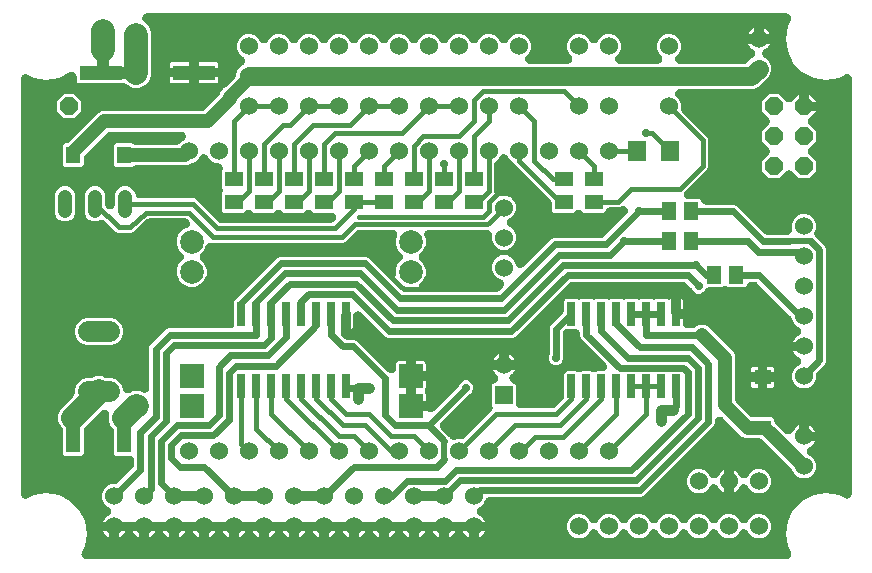
<source format=gbr>
G04 EAGLE Gerber RS-274X export*
G75*
%MOMM*%
%FSLAX34Y34*%
%LPD*%
%INTop Copper*%
%IPPOS*%
%AMOC8*
5,1,8,0,0,1.08239X$1,22.5*%
G01*
%ADD10C,1.790700*%
%ADD11C,1.219200*%
%ADD12R,1.500000X1.300000*%
%ADD13R,3.600000X1.300000*%
%ADD14C,1.524000*%
%ADD15R,1.300000X1.500000*%
%ADD16P,1.649562X8X112.500000*%
%ADD17R,0.660400X2.032000*%
%ADD18R,1.524000X1.524000*%
%ADD19R,1.470000X1.270000*%
%ADD20R,1.270000X1.470000*%
%ADD21R,1.600000X1.800000*%
%ADD22C,2.000000*%
%ADD23R,2.000000X2.000000*%
%ADD24P,1.649562X8X22.500000*%
%ADD25C,0.406400*%
%ADD26C,1.350000*%
%ADD27C,0.705600*%
%ADD28C,0.609600*%
%ADD29C,0.914400*%
%ADD30C,2.032000*%
%ADD31C,1.016000*%
%ADD32C,1.625600*%
%ADD33C,0.812800*%
%ADD34C,0.508000*%

G36*
X658330Y-2536D02*
X658330Y-2536D01*
X658377Y-2538D01*
X658614Y-2516D01*
X658851Y-2499D01*
X658897Y-2489D01*
X658944Y-2485D01*
X659176Y-2430D01*
X659408Y-2380D01*
X659452Y-2364D01*
X659499Y-2353D01*
X659720Y-2266D01*
X659943Y-2184D01*
X659985Y-2162D01*
X660029Y-2145D01*
X660236Y-2028D01*
X660446Y-1916D01*
X660484Y-1888D01*
X660525Y-1865D01*
X660714Y-1719D01*
X660906Y-1579D01*
X660939Y-1546D01*
X660977Y-1518D01*
X661143Y-1348D01*
X661314Y-1182D01*
X661343Y-1144D01*
X661376Y-1111D01*
X661517Y-919D01*
X661663Y-731D01*
X661686Y-690D01*
X661714Y-652D01*
X661827Y-443D01*
X661945Y-236D01*
X661962Y-192D01*
X661985Y-151D01*
X662067Y72D01*
X662155Y293D01*
X662166Y339D01*
X662183Y384D01*
X662233Y616D01*
X662289Y847D01*
X662294Y894D01*
X662304Y940D01*
X662321Y1177D01*
X662344Y1414D01*
X662342Y1462D01*
X662346Y1509D01*
X662330Y1746D01*
X662320Y1984D01*
X662311Y2030D01*
X662308Y2077D01*
X662259Y2310D01*
X662216Y2544D01*
X662201Y2588D01*
X662191Y2635D01*
X662151Y2737D01*
X662035Y3084D01*
X661943Y3266D01*
X661903Y3369D01*
X659344Y8391D01*
X657656Y19050D01*
X659344Y29709D01*
X664244Y39325D01*
X671875Y46956D01*
X681491Y51856D01*
X692150Y53544D01*
X702809Y51856D01*
X707831Y49297D01*
X707875Y49279D01*
X707916Y49255D01*
X708138Y49167D01*
X708356Y49075D01*
X708401Y49062D01*
X708445Y49045D01*
X708677Y48989D01*
X708906Y48928D01*
X708953Y48922D01*
X708999Y48911D01*
X709236Y48888D01*
X709472Y48859D01*
X709519Y48860D01*
X709566Y48856D01*
X709805Y48866D01*
X710042Y48871D01*
X710088Y48878D01*
X710136Y48880D01*
X710369Y48924D01*
X710604Y48962D01*
X710650Y48976D01*
X710696Y48984D01*
X710921Y49060D01*
X711148Y49130D01*
X711191Y49150D01*
X711236Y49165D01*
X711449Y49272D01*
X711664Y49373D01*
X711703Y49399D01*
X711745Y49421D01*
X711942Y49556D01*
X712140Y49686D01*
X712175Y49718D01*
X712214Y49744D01*
X712389Y49906D01*
X712568Y50063D01*
X712598Y50099D01*
X712633Y50131D01*
X712784Y50315D01*
X712939Y50495D01*
X712964Y50535D01*
X712994Y50572D01*
X713118Y50776D01*
X713245Y50976D01*
X713265Y51019D01*
X713289Y51059D01*
X713383Y51277D01*
X713482Y51494D01*
X713495Y51539D01*
X713514Y51583D01*
X713576Y51812D01*
X713643Y52040D01*
X713650Y52087D01*
X713663Y52133D01*
X713673Y52242D01*
X713727Y52604D01*
X713729Y52808D01*
X713739Y52917D01*
X713739Y404283D01*
X713736Y404330D01*
X713738Y404377D01*
X713716Y404614D01*
X713699Y404851D01*
X713689Y404897D01*
X713685Y404944D01*
X713630Y405176D01*
X713580Y405408D01*
X713564Y405452D01*
X713553Y405499D01*
X713466Y405720D01*
X713384Y405943D01*
X713362Y405985D01*
X713345Y406029D01*
X713228Y406236D01*
X713116Y406446D01*
X713088Y406484D01*
X713065Y406525D01*
X712919Y406714D01*
X712779Y406906D01*
X712746Y406939D01*
X712718Y406977D01*
X712548Y407143D01*
X712382Y407314D01*
X712344Y407343D01*
X712311Y407376D01*
X712119Y407517D01*
X711931Y407663D01*
X711890Y407686D01*
X711852Y407714D01*
X711643Y407827D01*
X711436Y407945D01*
X711392Y407962D01*
X711351Y407985D01*
X711128Y408067D01*
X710907Y408155D01*
X710861Y408166D01*
X710816Y408183D01*
X710584Y408233D01*
X710353Y408289D01*
X710306Y408294D01*
X710260Y408304D01*
X710023Y408321D01*
X709786Y408344D01*
X709738Y408342D01*
X709691Y408346D01*
X709454Y408330D01*
X709216Y408320D01*
X709170Y408311D01*
X709123Y408308D01*
X708890Y408259D01*
X708656Y408216D01*
X708612Y408201D01*
X708565Y408191D01*
X708463Y408151D01*
X708116Y408035D01*
X707934Y407943D01*
X707831Y407903D01*
X702809Y405344D01*
X692150Y403656D01*
X681491Y405344D01*
X671875Y410244D01*
X664244Y417875D01*
X659344Y427491D01*
X657656Y438150D01*
X659344Y448809D01*
X661903Y453831D01*
X661921Y453875D01*
X661945Y453916D01*
X662033Y454138D01*
X662125Y454356D01*
X662138Y454401D01*
X662155Y454445D01*
X662211Y454677D01*
X662272Y454906D01*
X662278Y454953D01*
X662289Y454999D01*
X662312Y455236D01*
X662341Y455472D01*
X662340Y455519D01*
X662344Y455566D01*
X662334Y455805D01*
X662329Y456042D01*
X662322Y456088D01*
X662320Y456136D01*
X662276Y456369D01*
X662238Y456604D01*
X662224Y456650D01*
X662216Y456696D01*
X662140Y456921D01*
X662070Y457148D01*
X662050Y457191D01*
X662035Y457236D01*
X661928Y457449D01*
X661827Y457664D01*
X661801Y457703D01*
X661779Y457745D01*
X661644Y457942D01*
X661514Y458140D01*
X661482Y458175D01*
X661456Y458214D01*
X661294Y458389D01*
X661137Y458568D01*
X661101Y458598D01*
X661069Y458633D01*
X660885Y458784D01*
X660705Y458939D01*
X660665Y458964D01*
X660628Y458994D01*
X660424Y459118D01*
X660224Y459245D01*
X660181Y459265D01*
X660141Y459289D01*
X659923Y459383D01*
X659706Y459482D01*
X659661Y459495D01*
X659617Y459514D01*
X659388Y459576D01*
X659160Y459643D01*
X659113Y459650D01*
X659067Y459663D01*
X658958Y459673D01*
X658596Y459727D01*
X658392Y459729D01*
X658283Y459739D01*
X117110Y459739D01*
X117052Y459735D01*
X116995Y459738D01*
X116768Y459715D01*
X116542Y459699D01*
X116485Y459687D01*
X116428Y459682D01*
X116207Y459628D01*
X115984Y459580D01*
X115930Y459560D01*
X115874Y459547D01*
X115663Y459463D01*
X115449Y459384D01*
X115398Y459357D01*
X115345Y459336D01*
X115148Y459223D01*
X114947Y459116D01*
X114900Y459082D01*
X114850Y459053D01*
X114670Y458913D01*
X114487Y458779D01*
X114446Y458739D01*
X114400Y458704D01*
X114242Y458540D01*
X114079Y458382D01*
X114043Y458336D01*
X114003Y458295D01*
X113869Y458111D01*
X113730Y457931D01*
X113701Y457881D01*
X113667Y457834D01*
X113560Y457634D01*
X113448Y457436D01*
X113426Y457382D01*
X113399Y457332D01*
X113322Y457118D01*
X113238Y456907D01*
X113224Y456850D01*
X113204Y456796D01*
X113157Y456574D01*
X113103Y456353D01*
X113098Y456295D01*
X113086Y456239D01*
X113070Y456013D01*
X113048Y455786D01*
X113051Y455728D01*
X113047Y455670D01*
X113063Y455444D01*
X113073Y455216D01*
X113083Y455160D01*
X113087Y455102D01*
X113135Y454880D01*
X113177Y454656D01*
X113195Y454602D01*
X113207Y454545D01*
X113286Y454331D01*
X113358Y454116D01*
X113384Y454064D01*
X113404Y454010D01*
X113511Y453810D01*
X113613Y453607D01*
X113646Y453559D01*
X113673Y453508D01*
X113808Y453325D01*
X113937Y453138D01*
X113976Y453095D01*
X114010Y453049D01*
X114169Y452886D01*
X114323Y452719D01*
X114368Y452682D01*
X114408Y452641D01*
X114588Y452502D01*
X114764Y452358D01*
X114814Y452328D01*
X114859Y452293D01*
X114962Y452238D01*
X115054Y452182D01*
X118717Y448519D01*
X120651Y443851D01*
X120651Y407049D01*
X118717Y402381D01*
X115144Y398808D01*
X110476Y396874D01*
X105424Y396874D01*
X100756Y398808D01*
X100202Y399361D01*
X100200Y399363D01*
X100198Y399366D01*
X99994Y399542D01*
X99772Y399735D01*
X99769Y399737D01*
X99767Y399739D01*
X99536Y399888D01*
X99294Y400044D01*
X99291Y400046D01*
X99288Y400048D01*
X99036Y400164D01*
X98777Y400284D01*
X98774Y400285D01*
X98771Y400287D01*
X98503Y400367D01*
X98232Y400450D01*
X98228Y400450D01*
X98225Y400451D01*
X97951Y400493D01*
X97669Y400537D01*
X97665Y400537D01*
X97662Y400537D01*
X97376Y400541D01*
X97099Y400545D01*
X97096Y400544D01*
X97092Y400544D01*
X97015Y400534D01*
X59470Y400534D01*
X58536Y400921D01*
X57821Y401636D01*
X57434Y402570D01*
X57434Y406369D01*
X57431Y406416D01*
X57433Y406463D01*
X57411Y406700D01*
X57394Y406938D01*
X57384Y406984D01*
X57380Y407031D01*
X57325Y407263D01*
X57275Y407495D01*
X57259Y407539D01*
X57248Y407585D01*
X57161Y407806D01*
X57079Y408030D01*
X57057Y408072D01*
X57040Y408115D01*
X56923Y408322D01*
X56811Y408532D01*
X56783Y408570D01*
X56760Y408612D01*
X56614Y408801D01*
X56474Y408992D01*
X56441Y409026D01*
X56413Y409063D01*
X56243Y409230D01*
X56077Y409400D01*
X56039Y409429D01*
X56006Y409462D01*
X55814Y409604D01*
X55626Y409749D01*
X55585Y409773D01*
X55547Y409801D01*
X55338Y409914D01*
X55131Y410031D01*
X55087Y410049D01*
X55046Y410071D01*
X54823Y410154D01*
X54602Y410242D01*
X54556Y410253D01*
X54511Y410269D01*
X54279Y410320D01*
X54048Y410376D01*
X54001Y410380D01*
X53955Y410390D01*
X53718Y410408D01*
X53481Y410431D01*
X53433Y410429D01*
X53386Y410432D01*
X53149Y410417D01*
X52911Y410406D01*
X52865Y410398D01*
X52818Y410395D01*
X52585Y410346D01*
X52351Y410302D01*
X52307Y410287D01*
X52260Y410278D01*
X52158Y410237D01*
X51811Y410121D01*
X51629Y410030D01*
X51526Y409990D01*
X42409Y405344D01*
X31750Y403656D01*
X21091Y405344D01*
X16069Y407903D01*
X16025Y407921D01*
X15984Y407945D01*
X15762Y408033D01*
X15544Y408126D01*
X15499Y408138D01*
X15455Y408155D01*
X15222Y408211D01*
X14994Y408272D01*
X14947Y408278D01*
X14901Y408289D01*
X14663Y408312D01*
X14428Y408341D01*
X14381Y408340D01*
X14334Y408344D01*
X14095Y408334D01*
X13858Y408329D01*
X13812Y408322D01*
X13764Y408320D01*
X13531Y408276D01*
X13296Y408239D01*
X13251Y408224D01*
X13204Y408216D01*
X12979Y408140D01*
X12752Y408070D01*
X12709Y408050D01*
X12664Y408035D01*
X12451Y407928D01*
X12236Y407827D01*
X12197Y407801D01*
X12155Y407779D01*
X11959Y407644D01*
X11760Y407514D01*
X11725Y407482D01*
X11686Y407456D01*
X11511Y407294D01*
X11332Y407137D01*
X11302Y407101D01*
X11267Y407069D01*
X11116Y406885D01*
X10961Y406705D01*
X10936Y406665D01*
X10906Y406628D01*
X10783Y406425D01*
X10655Y406224D01*
X10635Y406181D01*
X10611Y406141D01*
X10517Y405923D01*
X10418Y405706D01*
X10405Y405661D01*
X10386Y405617D01*
X10324Y405388D01*
X10257Y405160D01*
X10250Y405113D01*
X10237Y405067D01*
X10227Y404958D01*
X10173Y404596D01*
X10171Y404392D01*
X10161Y404283D01*
X10161Y52917D01*
X10164Y52870D01*
X10162Y52823D01*
X10184Y52586D01*
X10201Y52349D01*
X10211Y52303D01*
X10215Y52256D01*
X10270Y52024D01*
X10320Y51792D01*
X10336Y51748D01*
X10347Y51701D01*
X10434Y51480D01*
X10516Y51257D01*
X10538Y51215D01*
X10555Y51171D01*
X10672Y50964D01*
X10784Y50754D01*
X10812Y50716D01*
X10835Y50675D01*
X10981Y50486D01*
X11121Y50294D01*
X11154Y50261D01*
X11182Y50223D01*
X11352Y50057D01*
X11518Y49886D01*
X11556Y49857D01*
X11589Y49824D01*
X11781Y49683D01*
X11969Y49537D01*
X12010Y49514D01*
X12048Y49486D01*
X12257Y49373D01*
X12464Y49255D01*
X12508Y49238D01*
X12549Y49215D01*
X12772Y49133D01*
X12993Y49045D01*
X13039Y49034D01*
X13084Y49017D01*
X13316Y48967D01*
X13547Y48911D01*
X13594Y48906D01*
X13640Y48896D01*
X13877Y48879D01*
X14114Y48856D01*
X14162Y48858D01*
X14209Y48854D01*
X14446Y48870D01*
X14684Y48880D01*
X14730Y48889D01*
X14777Y48892D01*
X15010Y48941D01*
X15244Y48984D01*
X15288Y48999D01*
X15335Y49009D01*
X15437Y49049D01*
X15784Y49165D01*
X15966Y49257D01*
X16069Y49297D01*
X21091Y51856D01*
X31750Y53544D01*
X42409Y51856D01*
X52025Y46956D01*
X59656Y39325D01*
X64556Y29709D01*
X66244Y19050D01*
X64556Y8391D01*
X61997Y3369D01*
X61979Y3325D01*
X61955Y3284D01*
X61867Y3062D01*
X61775Y2844D01*
X61762Y2799D01*
X61745Y2755D01*
X61689Y2523D01*
X61628Y2294D01*
X61622Y2247D01*
X61611Y2201D01*
X61588Y1964D01*
X61559Y1728D01*
X61560Y1681D01*
X61556Y1634D01*
X61566Y1395D01*
X61571Y1158D01*
X61578Y1112D01*
X61580Y1064D01*
X61624Y831D01*
X61662Y596D01*
X61676Y550D01*
X61684Y504D01*
X61760Y279D01*
X61830Y52D01*
X61850Y9D01*
X61865Y-36D01*
X61972Y-249D01*
X62073Y-464D01*
X62099Y-503D01*
X62121Y-545D01*
X62256Y-742D01*
X62386Y-940D01*
X62418Y-975D01*
X62444Y-1014D01*
X62606Y-1189D01*
X62763Y-1368D01*
X62799Y-1398D01*
X62831Y-1433D01*
X63015Y-1584D01*
X63195Y-1739D01*
X63235Y-1764D01*
X63272Y-1794D01*
X63476Y-1918D01*
X63676Y-2045D01*
X63719Y-2065D01*
X63759Y-2089D01*
X63977Y-2183D01*
X64194Y-2282D01*
X64239Y-2295D01*
X64283Y-2314D01*
X64512Y-2376D01*
X64740Y-2444D01*
X64787Y-2450D01*
X64833Y-2463D01*
X64942Y-2473D01*
X65304Y-2527D01*
X65508Y-2529D01*
X65617Y-2539D01*
X658283Y-2539D01*
X658330Y-2536D01*
G37*
%LPC*%
G36*
X393700Y29463D02*
X393700Y29463D01*
X368300Y29463D01*
X342900Y29463D01*
X317500Y29463D01*
X292100Y29463D01*
X266700Y29463D01*
X241300Y29463D01*
X215900Y29463D01*
X190500Y29463D01*
X165100Y29463D01*
X139700Y29463D01*
X114300Y29463D01*
X88900Y29463D01*
X79567Y29463D01*
X80210Y30725D01*
X81150Y32019D01*
X82281Y33150D01*
X83575Y34090D01*
X84293Y34456D01*
X84498Y34580D01*
X84708Y34700D01*
X84743Y34727D01*
X84781Y34750D01*
X84968Y34901D01*
X85158Y35049D01*
X85189Y35081D01*
X85223Y35109D01*
X85387Y35285D01*
X85555Y35458D01*
X85581Y35494D01*
X85611Y35526D01*
X85749Y35724D01*
X85891Y35918D01*
X85912Y35957D01*
X85937Y35994D01*
X86046Y36209D01*
X86159Y36421D01*
X86174Y36463D01*
X86194Y36502D01*
X86271Y36730D01*
X86354Y36956D01*
X86363Y37000D01*
X86377Y37042D01*
X86422Y37278D01*
X86472Y37514D01*
X86475Y37558D01*
X86484Y37602D01*
X86495Y37842D01*
X86511Y38082D01*
X86508Y38126D01*
X86510Y38171D01*
X86488Y38410D01*
X86471Y38650D01*
X86461Y38694D01*
X86457Y38738D01*
X86401Y38972D01*
X86351Y39207D01*
X86336Y39249D01*
X86325Y39292D01*
X86237Y39517D01*
X86154Y39742D01*
X86133Y39781D01*
X86117Y39823D01*
X85999Y40032D01*
X85885Y40244D01*
X85859Y40280D01*
X85837Y40319D01*
X85690Y40510D01*
X85548Y40704D01*
X85517Y40735D01*
X85490Y40771D01*
X85317Y40940D01*
X85150Y41111D01*
X85115Y41139D01*
X85083Y41170D01*
X84889Y41313D01*
X84699Y41460D01*
X84667Y41477D01*
X84624Y41508D01*
X84347Y41658D01*
X84266Y41707D01*
X84218Y41727D01*
X84123Y41779D01*
X84049Y41806D01*
X84003Y41831D01*
X83144Y42186D01*
X80286Y45044D01*
X78739Y48779D01*
X78739Y52821D01*
X80286Y56556D01*
X83144Y59414D01*
X86879Y60961D01*
X89474Y60961D01*
X89534Y60965D01*
X89595Y60963D01*
X89818Y60985D01*
X90042Y61001D01*
X90102Y61013D01*
X90162Y61019D01*
X90380Y61073D01*
X90600Y61120D01*
X90656Y61140D01*
X90715Y61155D01*
X90924Y61238D01*
X91135Y61316D01*
X91188Y61344D01*
X91244Y61366D01*
X91439Y61478D01*
X91637Y61584D01*
X91686Y61620D01*
X91738Y61650D01*
X91829Y61725D01*
X92097Y61921D01*
X92258Y62078D01*
X92347Y62151D01*
X104727Y74531D01*
X104767Y74576D01*
X104811Y74617D01*
X104953Y74791D01*
X105101Y74961D01*
X105134Y75012D01*
X105172Y75058D01*
X105289Y75251D01*
X105411Y75439D01*
X105436Y75494D01*
X105467Y75546D01*
X105556Y75752D01*
X105651Y75956D01*
X105668Y76014D01*
X105692Y76069D01*
X105750Y76286D01*
X105816Y76501D01*
X105825Y76561D01*
X105841Y76619D01*
X105852Y76736D01*
X105903Y77064D01*
X105906Y77289D01*
X105917Y77404D01*
X105917Y81296D01*
X105901Y81525D01*
X105891Y81756D01*
X105881Y81810D01*
X105877Y81864D01*
X105829Y82090D01*
X105787Y82316D01*
X105770Y82368D01*
X105758Y82422D01*
X105679Y82638D01*
X105606Y82856D01*
X105581Y82905D01*
X105562Y82957D01*
X105454Y83160D01*
X105351Y83365D01*
X105320Y83411D01*
X105294Y83459D01*
X105158Y83645D01*
X105027Y83834D01*
X104990Y83875D01*
X104957Y83919D01*
X104797Y84084D01*
X104641Y84253D01*
X104598Y84288D01*
X104560Y84327D01*
X104378Y84468D01*
X104200Y84614D01*
X104152Y84642D01*
X104109Y84676D01*
X103909Y84790D01*
X103712Y84909D01*
X103662Y84931D01*
X103614Y84958D01*
X103400Y85043D01*
X103189Y85134D01*
X103136Y85148D01*
X103085Y85168D01*
X102860Y85223D01*
X102639Y85283D01*
X102595Y85287D01*
X102531Y85303D01*
X101964Y85358D01*
X101898Y85355D01*
X101854Y85359D01*
X90845Y85359D01*
X89911Y85746D01*
X89196Y86461D01*
X88809Y87395D01*
X88809Y103126D01*
X88838Y103192D01*
X88882Y103354D01*
X88935Y103512D01*
X88956Y103628D01*
X88987Y103742D01*
X88998Y103856D01*
X89038Y104073D01*
X89052Y104411D01*
X89063Y104527D01*
X89063Y105742D01*
X89059Y105802D01*
X89061Y105863D01*
X89039Y106086D01*
X89023Y106310D01*
X89011Y106370D01*
X89005Y106430D01*
X88951Y106648D01*
X88904Y106868D01*
X88884Y106924D01*
X88869Y106983D01*
X88786Y107192D01*
X88708Y107403D01*
X88680Y107456D01*
X88658Y107512D01*
X88546Y107707D01*
X88440Y107905D01*
X88404Y107954D01*
X88374Y108006D01*
X88299Y108097D01*
X88103Y108365D01*
X87946Y108526D01*
X87873Y108615D01*
X86933Y109556D01*
X84999Y114224D01*
X84999Y120003D01*
X84991Y120118D01*
X84993Y120233D01*
X84971Y120402D01*
X84959Y120572D01*
X84935Y120684D01*
X84921Y120799D01*
X84876Y120963D01*
X84840Y121129D01*
X84801Y121237D01*
X84770Y121348D01*
X84703Y121504D01*
X84644Y121664D01*
X84590Y121766D01*
X84544Y121871D01*
X84456Y122016D01*
X84376Y122166D01*
X84308Y122259D01*
X84248Y122358D01*
X84140Y122489D01*
X84039Y122626D01*
X83959Y122709D01*
X83886Y122798D01*
X83761Y122912D01*
X83642Y123034D01*
X83551Y123105D01*
X83466Y123183D01*
X83326Y123279D01*
X83191Y123383D01*
X83091Y123440D01*
X82996Y123505D01*
X82844Y123581D01*
X82696Y123665D01*
X82589Y123708D01*
X82486Y123759D01*
X82325Y123813D01*
X82167Y123876D01*
X82054Y123903D01*
X81945Y123939D01*
X81778Y123970D01*
X81613Y124010D01*
X81498Y124021D01*
X81385Y124042D01*
X81215Y124048D01*
X81046Y124065D01*
X80931Y124060D01*
X80815Y124065D01*
X80646Y124048D01*
X80476Y124040D01*
X80363Y124019D01*
X80249Y124008D01*
X80083Y123967D01*
X79916Y123936D01*
X79807Y123900D01*
X79695Y123872D01*
X79537Y123809D01*
X79376Y123755D01*
X79273Y123703D01*
X79166Y123661D01*
X79019Y123576D01*
X78867Y123500D01*
X78772Y123434D01*
X78672Y123377D01*
X78583Y123304D01*
X78398Y123176D01*
X78154Y122951D01*
X78063Y122876D01*
X64527Y109340D01*
X64487Y109295D01*
X64443Y109254D01*
X64301Y109080D01*
X64153Y108910D01*
X64120Y108859D01*
X64082Y108813D01*
X63965Y108620D01*
X63843Y108432D01*
X63818Y108377D01*
X63787Y108326D01*
X63698Y108119D01*
X63603Y107915D01*
X63586Y107857D01*
X63562Y107802D01*
X63503Y107585D01*
X63438Y107370D01*
X63429Y107310D01*
X63413Y107252D01*
X63402Y107135D01*
X63351Y106807D01*
X63348Y106582D01*
X63337Y106467D01*
X63337Y104527D01*
X63345Y104409D01*
X63344Y104291D01*
X63365Y104126D01*
X63377Y103958D01*
X63401Y103843D01*
X63416Y103726D01*
X63450Y103617D01*
X63496Y103401D01*
X63591Y103142D01*
X63591Y87395D01*
X63204Y86461D01*
X62489Y85746D01*
X61555Y85359D01*
X47845Y85359D01*
X46911Y85746D01*
X46196Y86461D01*
X45809Y87395D01*
X45809Y103126D01*
X45838Y103192D01*
X45882Y103354D01*
X45935Y103512D01*
X45956Y103628D01*
X45987Y103742D01*
X45998Y103856D01*
X46038Y104073D01*
X46052Y104411D01*
X46063Y104527D01*
X46063Y106467D01*
X46059Y106527D01*
X46061Y106588D01*
X46039Y106811D01*
X46023Y107035D01*
X46011Y107095D01*
X46005Y107155D01*
X45951Y107373D01*
X45904Y107593D01*
X45884Y107649D01*
X45869Y107708D01*
X45786Y107917D01*
X45708Y108128D01*
X45680Y108181D01*
X45658Y108237D01*
X45546Y108432D01*
X45440Y108630D01*
X45404Y108679D01*
X45374Y108731D01*
X45299Y108822D01*
X45103Y109090D01*
X44946Y109251D01*
X44873Y109340D01*
X43933Y110281D01*
X41999Y114949D01*
X41999Y120001D01*
X43933Y124669D01*
X54562Y135299D01*
X54602Y135344D01*
X54646Y135385D01*
X54788Y135559D01*
X54936Y135729D01*
X54969Y135780D01*
X55007Y135826D01*
X55124Y136019D01*
X55246Y136207D01*
X55271Y136262D01*
X55302Y136313D01*
X55391Y136520D01*
X55486Y136724D01*
X55503Y136782D01*
X55527Y136837D01*
X55585Y137054D01*
X55651Y137269D01*
X55660Y137329D01*
X55676Y137387D01*
X55687Y137504D01*
X55738Y137832D01*
X55741Y138057D01*
X55752Y138172D01*
X55752Y141986D01*
X57502Y146211D01*
X60736Y149444D01*
X64960Y151194D01*
X69953Y151194D01*
X70070Y151203D01*
X70188Y151201D01*
X70354Y151222D01*
X70521Y151234D01*
X70636Y151259D01*
X70753Y151274D01*
X70863Y151307D01*
X71078Y151353D01*
X71396Y151470D01*
X71508Y151504D01*
X73674Y152401D01*
X78726Y152401D01*
X80892Y151504D01*
X81004Y151466D01*
X81113Y151420D01*
X81274Y151376D01*
X81433Y151323D01*
X81549Y151302D01*
X81663Y151271D01*
X81776Y151260D01*
X81993Y151220D01*
X82331Y151206D01*
X82447Y151194D01*
X87440Y151194D01*
X91664Y149444D01*
X94898Y146211D01*
X96660Y141956D01*
X96662Y141802D01*
X96680Y141691D01*
X96688Y141578D01*
X96724Y141409D01*
X96750Y141239D01*
X96783Y141131D01*
X96807Y141021D01*
X96866Y140859D01*
X96916Y140694D01*
X96964Y140592D01*
X97003Y140486D01*
X97084Y140334D01*
X97157Y140177D01*
X97218Y140083D01*
X97271Y139984D01*
X97373Y139844D01*
X97467Y139699D01*
X97541Y139614D01*
X97608Y139524D01*
X97728Y139400D01*
X97842Y139270D01*
X97927Y139196D01*
X98005Y139115D01*
X98142Y139010D01*
X98272Y138897D01*
X98367Y138835D01*
X98456Y138767D01*
X98606Y138681D01*
X98751Y138587D01*
X98853Y138540D01*
X98951Y138484D01*
X99112Y138421D01*
X99268Y138348D01*
X99376Y138316D01*
X99480Y138274D01*
X99648Y138234D01*
X99814Y138184D01*
X99925Y138167D01*
X100034Y138140D01*
X100206Y138123D01*
X100377Y138097D01*
X100489Y138096D01*
X100601Y138085D01*
X100774Y138092D01*
X100947Y138090D01*
X101058Y138105D01*
X101171Y138110D01*
X101341Y138141D01*
X101512Y138163D01*
X101593Y138188D01*
X101731Y138214D01*
X102254Y138389D01*
X102266Y138393D01*
X102271Y138395D01*
X105424Y139701D01*
X111492Y139701D01*
X113507Y138866D01*
X113671Y138812D01*
X113831Y138748D01*
X113941Y138721D01*
X114047Y138686D01*
X114217Y138654D01*
X114385Y138614D01*
X114497Y138603D01*
X114608Y138582D01*
X114780Y138575D01*
X114952Y138558D01*
X115065Y138563D01*
X115177Y138559D01*
X115349Y138575D01*
X115522Y138583D01*
X115632Y138603D01*
X115744Y138615D01*
X115912Y138655D01*
X116082Y138687D01*
X116188Y138723D01*
X116298Y138749D01*
X116458Y138813D01*
X116622Y138868D01*
X116723Y138919D01*
X116827Y138960D01*
X116977Y139046D01*
X117131Y139123D01*
X117224Y139187D01*
X117322Y139243D01*
X117458Y139349D01*
X117600Y139447D01*
X117683Y139524D01*
X117772Y139592D01*
X117892Y139716D01*
X118019Y139833D01*
X118090Y139921D01*
X118169Y140001D01*
X118270Y140141D01*
X118380Y140275D01*
X118438Y140371D01*
X118505Y140462D01*
X118586Y140614D01*
X118675Y140762D01*
X118720Y140865D01*
X118773Y140964D01*
X118832Y141127D01*
X118900Y141285D01*
X118929Y141394D01*
X118968Y141500D01*
X119004Y141669D01*
X119049Y141835D01*
X119057Y141920D01*
X119086Y142057D01*
X119124Y142607D01*
X119125Y142620D01*
X119125Y176626D01*
X119976Y178680D01*
X133359Y192063D01*
X135413Y192914D01*
X186944Y192914D01*
X187173Y192930D01*
X187404Y192940D01*
X187458Y192950D01*
X187512Y192954D01*
X187738Y193002D01*
X187964Y193044D01*
X188016Y193061D01*
X188070Y193073D01*
X188286Y193152D01*
X188504Y193225D01*
X188553Y193250D01*
X188605Y193269D01*
X188808Y193377D01*
X189013Y193480D01*
X189059Y193511D01*
X189107Y193537D01*
X189293Y193673D01*
X189482Y193804D01*
X189523Y193841D01*
X189567Y193874D01*
X189732Y194034D01*
X189901Y194190D01*
X189936Y194233D01*
X189975Y194271D01*
X190116Y194453D01*
X190262Y194631D01*
X190290Y194679D01*
X190324Y194722D01*
X190438Y194922D01*
X190557Y195119D01*
X190579Y195169D01*
X190606Y195217D01*
X190691Y195431D01*
X190782Y195642D01*
X190796Y195695D01*
X190816Y195746D01*
X190871Y195971D01*
X190931Y196192D01*
X190935Y196236D01*
X190951Y196300D01*
X191006Y196867D01*
X191003Y196933D01*
X191007Y196977D01*
X191007Y216024D01*
X191394Y216958D01*
X192350Y217914D01*
X192462Y217991D01*
X192711Y218221D01*
X192801Y218295D01*
X194256Y219749D01*
X227403Y252896D01*
X229457Y253747D01*
X302356Y253747D01*
X304410Y252896D01*
X306553Y250752D01*
X320883Y236423D01*
X320970Y236347D01*
X321050Y236265D01*
X321185Y236161D01*
X321313Y236049D01*
X321410Y235986D01*
X321501Y235916D01*
X321649Y235832D01*
X321791Y235739D01*
X321896Y235691D01*
X321996Y235634D01*
X322154Y235571D01*
X322308Y235499D01*
X322418Y235466D01*
X322525Y235424D01*
X322691Y235383D01*
X322853Y235334D01*
X322967Y235317D01*
X323079Y235289D01*
X323249Y235273D01*
X323416Y235247D01*
X323531Y235245D01*
X323646Y235234D01*
X323816Y235242D01*
X323986Y235239D01*
X324100Y235254D01*
X324216Y235259D01*
X324383Y235290D01*
X324551Y235311D01*
X324663Y235342D01*
X324776Y235363D01*
X324937Y235417D01*
X325101Y235462D01*
X325207Y235507D01*
X325316Y235544D01*
X325468Y235620D01*
X325624Y235688D01*
X325722Y235748D01*
X325825Y235799D01*
X325965Y235896D01*
X326110Y235984D01*
X326199Y236058D01*
X326294Y236123D01*
X326419Y236238D01*
X326551Y236346D01*
X326628Y236431D01*
X326713Y236509D01*
X326821Y236641D01*
X326936Y236766D01*
X327001Y236861D01*
X327074Y236950D01*
X327162Y237096D01*
X327258Y237236D01*
X327310Y237339D01*
X327369Y237438D01*
X327436Y237594D01*
X327512Y237746D01*
X327548Y237856D01*
X327594Y237961D01*
X327638Y238125D01*
X327692Y238287D01*
X327713Y238400D01*
X327743Y238511D01*
X327754Y238626D01*
X327794Y238847D01*
X327808Y239179D01*
X327819Y239296D01*
X327819Y243345D01*
X329728Y247954D01*
X332452Y250677D01*
X332603Y250851D01*
X332758Y251020D01*
X332789Y251066D01*
X332825Y251107D01*
X332950Y251300D01*
X333081Y251490D01*
X333105Y251539D01*
X333135Y251585D01*
X333232Y251794D01*
X333334Y252000D01*
X333352Y252052D01*
X333375Y252102D01*
X333442Y252323D01*
X333514Y252541D01*
X333524Y252595D01*
X333540Y252647D01*
X333575Y252875D01*
X333617Y253101D01*
X333619Y253156D01*
X333627Y253210D01*
X333631Y253440D01*
X333640Y253671D01*
X333634Y253725D01*
X333635Y253780D01*
X333606Y254009D01*
X333583Y254238D01*
X333570Y254291D01*
X333563Y254345D01*
X333502Y254568D01*
X333448Y254791D01*
X333427Y254842D01*
X333413Y254895D01*
X333321Y255107D01*
X333236Y255320D01*
X333209Y255368D01*
X333187Y255418D01*
X333067Y255615D01*
X332952Y255814D01*
X332924Y255849D01*
X332890Y255904D01*
X332528Y256345D01*
X332480Y256389D01*
X332452Y256423D01*
X329728Y259146D01*
X327819Y263755D01*
X327819Y268745D01*
X328669Y270797D01*
X328724Y270960D01*
X328788Y271121D01*
X328814Y271231D01*
X328850Y271337D01*
X328881Y271506D01*
X328922Y271675D01*
X328933Y271787D01*
X328953Y271897D01*
X328960Y272069D01*
X328977Y272242D01*
X328972Y272354D01*
X328977Y272467D01*
X328960Y272638D01*
X328953Y272811D01*
X328932Y272922D01*
X328921Y273034D01*
X328880Y273202D01*
X328849Y273371D01*
X328813Y273478D01*
X328786Y273587D01*
X328722Y273748D01*
X328667Y273911D01*
X328617Y274012D01*
X328575Y274117D01*
X328490Y274266D01*
X328412Y274421D01*
X328348Y274514D01*
X328292Y274611D01*
X328187Y274748D01*
X328088Y274890D01*
X328012Y274973D01*
X327943Y275061D01*
X327819Y275181D01*
X327702Y275309D01*
X327615Y275380D01*
X327534Y275458D01*
X327395Y275560D01*
X327261Y275669D01*
X327165Y275728D01*
X327074Y275794D01*
X326921Y275875D01*
X326774Y275965D01*
X326670Y276009D01*
X326571Y276062D01*
X326409Y276121D01*
X326250Y276189D01*
X326141Y276219D01*
X326036Y276257D01*
X325867Y276293D01*
X325700Y276338D01*
X325615Y276347D01*
X325478Y276376D01*
X324928Y276414D01*
X324915Y276415D01*
X296683Y276415D01*
X296622Y276411D01*
X296562Y276413D01*
X296339Y276391D01*
X296114Y276375D01*
X296055Y276362D01*
X295995Y276356D01*
X295777Y276303D01*
X295557Y276256D01*
X295500Y276235D01*
X295442Y276221D01*
X295233Y276137D01*
X295022Y276060D01*
X294969Y276031D01*
X294913Y276009D01*
X294718Y275897D01*
X294519Y275791D01*
X294471Y275756D01*
X294418Y275725D01*
X294327Y275651D01*
X294060Y275455D01*
X293898Y275298D01*
X293809Y275225D01*
X286759Y268174D01*
X286758Y268173D01*
X284901Y266316D01*
X283220Y265620D01*
X174727Y265620D01*
X174622Y265612D01*
X174516Y265614D01*
X174487Y265611D01*
X173037Y265620D01*
X173022Y265619D01*
X173012Y265620D01*
X171956Y265620D01*
X171817Y265646D01*
X171579Y265697D01*
X171537Y265700D01*
X171496Y265708D01*
X171253Y265719D01*
X171011Y265736D01*
X170968Y265733D01*
X170926Y265735D01*
X170685Y265713D01*
X170442Y265695D01*
X170401Y265686D01*
X170359Y265683D01*
X170123Y265627D01*
X169885Y265575D01*
X169846Y265561D01*
X169805Y265551D01*
X169578Y265463D01*
X169350Y265379D01*
X169313Y265359D01*
X169274Y265344D01*
X169062Y265224D01*
X168848Y265109D01*
X168814Y265085D01*
X168778Y265064D01*
X168585Y264916D01*
X168389Y264772D01*
X168359Y264743D01*
X168325Y264717D01*
X168155Y264544D01*
X167981Y264374D01*
X167955Y264341D01*
X167926Y264311D01*
X167781Y264115D01*
X167633Y263923D01*
X167617Y263893D01*
X167587Y263853D01*
X167316Y263352D01*
X167288Y263275D01*
X167262Y263228D01*
X165571Y259146D01*
X162848Y256423D01*
X162698Y256250D01*
X162542Y256080D01*
X162511Y256034D01*
X162475Y255993D01*
X162349Y255800D01*
X162219Y255610D01*
X162195Y255561D01*
X162165Y255515D01*
X162068Y255306D01*
X161966Y255100D01*
X161948Y255048D01*
X161925Y254998D01*
X161858Y254778D01*
X161786Y254559D01*
X161776Y254505D01*
X161760Y254453D01*
X161725Y254226D01*
X161683Y253999D01*
X161681Y253944D01*
X161673Y253890D01*
X161669Y253660D01*
X161660Y253429D01*
X161666Y253375D01*
X161665Y253320D01*
X161694Y253092D01*
X161717Y252863D01*
X161730Y252809D01*
X161737Y252755D01*
X161798Y252532D01*
X161852Y252309D01*
X161873Y252258D01*
X161887Y252205D01*
X161978Y251994D01*
X162064Y251780D01*
X162092Y251732D01*
X162113Y251682D01*
X162233Y251486D01*
X162348Y251286D01*
X162376Y251252D01*
X162410Y251196D01*
X162772Y250755D01*
X162820Y250711D01*
X162848Y250677D01*
X165572Y247954D01*
X165626Y247823D01*
X165626Y247822D01*
X167309Y243759D01*
X167481Y243345D01*
X167481Y238355D01*
X165572Y233746D01*
X162044Y230218D01*
X157435Y228309D01*
X152445Y228309D01*
X147836Y230218D01*
X144308Y233746D01*
X143918Y234689D01*
X142399Y238355D01*
X142399Y243345D01*
X144308Y247954D01*
X147032Y250677D01*
X147183Y250851D01*
X147338Y251020D01*
X147369Y251066D01*
X147405Y251107D01*
X147530Y251300D01*
X147661Y251490D01*
X147685Y251539D01*
X147715Y251585D01*
X147812Y251794D01*
X147914Y252000D01*
X147932Y252052D01*
X147955Y252102D01*
X148022Y252323D01*
X148094Y252541D01*
X148104Y252595D01*
X148120Y252647D01*
X148155Y252875D01*
X148197Y253101D01*
X148199Y253156D01*
X148207Y253210D01*
X148211Y253440D01*
X148220Y253671D01*
X148214Y253725D01*
X148215Y253780D01*
X148186Y254009D01*
X148163Y254238D01*
X148150Y254291D01*
X148143Y254345D01*
X148082Y254568D01*
X148028Y254791D01*
X148007Y254842D01*
X147993Y254895D01*
X147901Y255107D01*
X147816Y255320D01*
X147789Y255368D01*
X147767Y255418D01*
X147647Y255615D01*
X147532Y255814D01*
X147504Y255849D01*
X147470Y255904D01*
X147108Y256345D01*
X147060Y256389D01*
X147032Y256423D01*
X144308Y259146D01*
X142399Y263755D01*
X142399Y268745D01*
X144308Y273354D01*
X147836Y276881D01*
X150891Y278147D01*
X150931Y278167D01*
X150966Y278180D01*
X151054Y278227D01*
X151181Y278281D01*
X151289Y278345D01*
X151401Y278401D01*
X151532Y278492D01*
X151670Y278575D01*
X151767Y278653D01*
X151870Y278724D01*
X151988Y278833D01*
X152112Y278934D01*
X152197Y279025D01*
X152289Y279110D01*
X152391Y279234D01*
X152500Y279351D01*
X152571Y279454D01*
X152651Y279551D01*
X152734Y279688D01*
X152825Y279819D01*
X152882Y279930D01*
X152947Y280037D01*
X153010Y280185D01*
X153082Y280327D01*
X153122Y280446D01*
X153172Y280561D01*
X153214Y280715D01*
X153265Y280867D01*
X153289Y280990D01*
X153322Y281111D01*
X153342Y281269D01*
X153371Y281427D01*
X153377Y281552D01*
X153393Y281676D01*
X153391Y281836D01*
X153398Y281996D01*
X153386Y282120D01*
X153384Y282246D01*
X153360Y282404D01*
X153345Y282563D01*
X153316Y282685D01*
X153296Y282809D01*
X153250Y282962D01*
X153213Y283118D01*
X153167Y283234D01*
X153130Y283354D01*
X153063Y283499D01*
X153004Y283648D01*
X152943Y283757D01*
X152890Y283870D01*
X152803Y284005D01*
X152724Y284144D01*
X152665Y284216D01*
X152579Y284348D01*
X152264Y284710D01*
X152227Y284756D01*
X151937Y285049D01*
X151882Y285097D01*
X151833Y285151D01*
X151668Y285286D01*
X151509Y285426D01*
X151448Y285466D01*
X151392Y285512D01*
X151210Y285622D01*
X151033Y285738D01*
X150967Y285770D01*
X150905Y285807D01*
X150710Y285891D01*
X150518Y285981D01*
X150448Y286003D01*
X150381Y286032D01*
X150176Y286087D01*
X149973Y286150D01*
X149901Y286162D01*
X149831Y286181D01*
X149710Y286193D01*
X149411Y286241D01*
X149165Y286246D01*
X149046Y286257D01*
X119765Y286257D01*
X119520Y286240D01*
X119274Y286228D01*
X119236Y286220D01*
X119196Y286217D01*
X118956Y286166D01*
X118715Y286119D01*
X118677Y286106D01*
X118639Y286098D01*
X118408Y286014D01*
X118176Y285934D01*
X118141Y285916D01*
X118104Y285902D01*
X117886Y285786D01*
X117668Y285675D01*
X117643Y285656D01*
X117602Y285634D01*
X117142Y285297D01*
X117081Y285238D01*
X117036Y285204D01*
X106072Y275265D01*
X105987Y275177D01*
X105928Y275128D01*
X105351Y274552D01*
X104584Y274277D01*
X104472Y274228D01*
X104398Y274205D01*
X103645Y273893D01*
X102831Y273933D01*
X102709Y273931D01*
X102632Y273938D01*
X92054Y273938D01*
X90374Y274634D01*
X88516Y276492D01*
X81293Y283715D01*
X81291Y283717D01*
X81289Y283719D01*
X81083Y283898D01*
X80863Y284089D01*
X80860Y284091D01*
X80858Y284092D01*
X80620Y284246D01*
X80384Y284399D01*
X80382Y284400D01*
X80380Y284401D01*
X80123Y284520D01*
X79868Y284639D01*
X79865Y284639D01*
X79863Y284641D01*
X79589Y284723D01*
X79322Y284804D01*
X79320Y284804D01*
X79317Y284805D01*
X79028Y284850D01*
X78759Y284891D01*
X78757Y284891D01*
X78754Y284892D01*
X78466Y284895D01*
X78190Y284899D01*
X78187Y284899D01*
X78184Y284899D01*
X77913Y284864D01*
X77624Y284827D01*
X77622Y284826D01*
X77619Y284826D01*
X77607Y284822D01*
X77075Y284676D01*
X76946Y284621D01*
X76865Y284596D01*
X74743Y283717D01*
X71307Y283717D01*
X68133Y285032D01*
X65703Y287462D01*
X65683Y287511D01*
X65682Y287512D01*
X64388Y290636D01*
X64388Y306264D01*
X65703Y309438D01*
X68133Y311868D01*
X71307Y313183D01*
X74743Y313183D01*
X77917Y311868D01*
X80347Y309438D01*
X81662Y306264D01*
X81662Y297963D01*
X81666Y297903D01*
X81664Y297843D01*
X81686Y297619D01*
X81702Y297395D01*
X81714Y297336D01*
X81720Y297276D01*
X81774Y297057D01*
X81821Y296838D01*
X81841Y296781D01*
X81856Y296722D01*
X81939Y296513D01*
X82017Y296302D01*
X82045Y296249D01*
X82067Y296193D01*
X82179Y295998D01*
X82285Y295800D01*
X82321Y295751D01*
X82351Y295699D01*
X82426Y295608D01*
X82622Y295340D01*
X82779Y295179D01*
X82852Y295090D01*
X82939Y295014D01*
X83019Y294932D01*
X83027Y294926D01*
X83154Y294828D01*
X83282Y294716D01*
X83379Y294654D01*
X83470Y294583D01*
X83618Y294499D01*
X83760Y294406D01*
X83865Y294358D01*
X83965Y294301D01*
X84123Y294238D01*
X84277Y294167D01*
X84387Y294133D01*
X84494Y294091D01*
X84660Y294051D01*
X84822Y294001D01*
X84936Y293984D01*
X85048Y293957D01*
X85218Y293940D01*
X85385Y293914D01*
X85500Y293912D01*
X85615Y293901D01*
X85785Y293909D01*
X85955Y293906D01*
X86069Y293921D01*
X86185Y293926D01*
X86352Y293957D01*
X86520Y293978D01*
X86632Y294009D01*
X86745Y294030D01*
X86906Y294084D01*
X87070Y294129D01*
X87176Y294175D01*
X87285Y294211D01*
X87437Y294287D01*
X87593Y294355D01*
X87691Y294415D01*
X87794Y294466D01*
X87934Y294563D01*
X88079Y294651D01*
X88168Y294725D01*
X88263Y294790D01*
X88388Y294906D01*
X88520Y295013D01*
X88597Y295098D01*
X88682Y295176D01*
X88790Y295308D01*
X88905Y295433D01*
X88970Y295528D01*
X89043Y295617D01*
X89131Y295763D01*
X89227Y295903D01*
X89279Y296006D01*
X89338Y296105D01*
X89405Y296261D01*
X89481Y296413D01*
X89517Y296523D01*
X89563Y296628D01*
X89607Y296792D01*
X89661Y296954D01*
X89682Y297067D01*
X89712Y297178D01*
X89723Y297293D01*
X89763Y297514D01*
X89777Y297846D01*
X89788Y297963D01*
X89788Y306264D01*
X91103Y309438D01*
X93533Y311868D01*
X96707Y313183D01*
X100143Y313183D01*
X103317Y311868D01*
X105747Y309438D01*
X107365Y305531D01*
X107367Y305529D01*
X107367Y305526D01*
X107494Y305274D01*
X107620Y305021D01*
X107621Y305019D01*
X107622Y305017D01*
X107793Y304769D01*
X107943Y304552D01*
X107945Y304550D01*
X107946Y304548D01*
X108146Y304332D01*
X108329Y304133D01*
X108331Y304131D01*
X108333Y304129D01*
X108555Y303947D01*
X108769Y303771D01*
X108771Y303770D01*
X108774Y303768D01*
X109012Y303624D01*
X109256Y303475D01*
X109259Y303474D01*
X109261Y303473D01*
X109511Y303366D01*
X109779Y303250D01*
X109782Y303249D01*
X109785Y303248D01*
X110049Y303176D01*
X110329Y303100D01*
X110332Y303100D01*
X110335Y303099D01*
X110347Y303098D01*
X110895Y303029D01*
X111034Y303031D01*
X111119Y303023D01*
X156485Y303023D01*
X158165Y302327D01*
X176916Y283575D01*
X176962Y283536D01*
X177003Y283491D01*
X177177Y283349D01*
X177347Y283202D01*
X177397Y283169D01*
X177444Y283131D01*
X177636Y283014D01*
X177825Y282892D01*
X177880Y282866D01*
X177931Y282835D01*
X178138Y282747D01*
X178342Y282652D01*
X178400Y282634D01*
X178455Y282611D01*
X178672Y282552D01*
X178887Y282487D01*
X178947Y282478D01*
X179005Y282462D01*
X179122Y282450D01*
X179450Y282399D01*
X179675Y282396D01*
X179790Y282385D01*
X272623Y282385D01*
X272683Y282389D01*
X272743Y282387D01*
X272967Y282409D01*
X273191Y282425D01*
X273250Y282438D01*
X273310Y282444D01*
X273529Y282497D01*
X273748Y282544D01*
X273805Y282565D01*
X273864Y282579D01*
X274073Y282663D01*
X274284Y282740D01*
X274337Y282769D01*
X274393Y282791D01*
X274588Y282903D01*
X274786Y283009D01*
X274835Y283044D01*
X274887Y283075D01*
X274978Y283149D01*
X275246Y283345D01*
X275407Y283502D01*
X275496Y283575D01*
X276006Y284085D01*
X276082Y284172D01*
X276164Y284253D01*
X276268Y284387D01*
X276380Y284516D01*
X276442Y284612D01*
X276513Y284703D01*
X276597Y284851D01*
X276690Y284994D01*
X276738Y285098D01*
X276795Y285198D01*
X276858Y285357D01*
X276929Y285511D01*
X276963Y285621D01*
X277005Y285728D01*
X277045Y285893D01*
X277095Y286056D01*
X277112Y286170D01*
X277139Y286282D01*
X277156Y286451D01*
X277182Y286619D01*
X277184Y286734D01*
X277195Y286849D01*
X277187Y287019D01*
X277190Y287189D01*
X277175Y287303D01*
X277170Y287418D01*
X277139Y287585D01*
X277118Y287754D01*
X277087Y287865D01*
X277066Y287978D01*
X277012Y288139D01*
X276967Y288303D01*
X276921Y288409D01*
X276885Y288518D01*
X276809Y288671D01*
X276741Y288827D01*
X276681Y288925D01*
X276630Y289028D01*
X276533Y289168D01*
X276445Y289313D01*
X276371Y289402D01*
X276306Y289497D01*
X276190Y289622D01*
X276083Y289753D01*
X275998Y289831D01*
X275920Y289916D01*
X275788Y290023D01*
X275663Y290138D01*
X275568Y290203D01*
X275479Y290276D01*
X275333Y290365D01*
X275193Y290461D01*
X275090Y290512D01*
X274991Y290572D01*
X274835Y290639D01*
X274683Y290715D01*
X274573Y290751D01*
X274468Y290796D01*
X274304Y290841D01*
X274142Y290894D01*
X274029Y290915D01*
X273918Y290945D01*
X273803Y290956D01*
X273582Y290997D01*
X273250Y291010D01*
X273133Y291022D01*
X258695Y291022D01*
X257761Y291409D01*
X256873Y292296D01*
X256699Y292447D01*
X256530Y292603D01*
X256484Y292634D01*
X256443Y292670D01*
X256250Y292795D01*
X256060Y292925D01*
X256011Y292950D01*
X255965Y292980D01*
X255756Y293077D01*
X255550Y293179D01*
X255498Y293196D01*
X255448Y293220D01*
X255227Y293286D01*
X255009Y293359D01*
X254955Y293369D01*
X254903Y293385D01*
X254675Y293420D01*
X254449Y293461D01*
X254394Y293464D01*
X254340Y293472D01*
X254110Y293475D01*
X253879Y293485D01*
X253825Y293479D01*
X253770Y293480D01*
X253542Y293451D01*
X253313Y293428D01*
X253259Y293415D01*
X253205Y293408D01*
X252983Y293347D01*
X252759Y293292D01*
X252708Y293272D01*
X252655Y293257D01*
X252444Y293166D01*
X252230Y293081D01*
X252182Y293053D01*
X252132Y293031D01*
X251936Y292912D01*
X251736Y292797D01*
X251701Y292769D01*
X251646Y292735D01*
X251206Y292373D01*
X251161Y292325D01*
X251127Y292296D01*
X250239Y291409D01*
X249305Y291022D01*
X233295Y291022D01*
X232361Y291409D01*
X231473Y292296D01*
X231299Y292447D01*
X231130Y292603D01*
X231084Y292634D01*
X231043Y292670D01*
X230850Y292795D01*
X230660Y292925D01*
X230611Y292950D01*
X230565Y292980D01*
X230356Y293077D01*
X230150Y293179D01*
X230098Y293196D01*
X230048Y293220D01*
X229827Y293287D01*
X229609Y293359D01*
X229555Y293369D01*
X229503Y293385D01*
X229275Y293420D01*
X229049Y293461D01*
X228994Y293464D01*
X228940Y293472D01*
X228710Y293475D01*
X228479Y293485D01*
X228425Y293479D01*
X228370Y293480D01*
X228142Y293451D01*
X227912Y293428D01*
X227859Y293415D01*
X227805Y293408D01*
X227582Y293347D01*
X227359Y293292D01*
X227308Y293272D01*
X227255Y293257D01*
X227043Y293166D01*
X226830Y293081D01*
X226782Y293053D01*
X226732Y293031D01*
X226535Y292911D01*
X226336Y292797D01*
X226302Y292769D01*
X226246Y292735D01*
X225805Y292373D01*
X225761Y292325D01*
X225727Y292296D01*
X224839Y291409D01*
X223905Y291022D01*
X207895Y291022D01*
X206961Y291409D01*
X206073Y292296D01*
X205899Y292447D01*
X205730Y292603D01*
X205684Y292634D01*
X205643Y292670D01*
X205450Y292795D01*
X205260Y292925D01*
X205211Y292950D01*
X205165Y292980D01*
X204956Y293077D01*
X204750Y293179D01*
X204698Y293196D01*
X204648Y293220D01*
X204427Y293287D01*
X204209Y293359D01*
X204155Y293369D01*
X204103Y293385D01*
X203875Y293420D01*
X203649Y293461D01*
X203594Y293464D01*
X203540Y293472D01*
X203310Y293475D01*
X203079Y293485D01*
X203025Y293479D01*
X202970Y293480D01*
X202742Y293451D01*
X202512Y293428D01*
X202459Y293415D01*
X202405Y293408D01*
X202182Y293347D01*
X201959Y293292D01*
X201908Y293272D01*
X201855Y293257D01*
X201643Y293166D01*
X201430Y293081D01*
X201382Y293053D01*
X201332Y293031D01*
X201135Y292911D01*
X200936Y292797D01*
X200902Y292769D01*
X200846Y292735D01*
X200405Y292373D01*
X200361Y292325D01*
X200327Y292296D01*
X199439Y291409D01*
X198505Y291022D01*
X182495Y291022D01*
X181561Y291409D01*
X180846Y292123D01*
X180459Y293057D01*
X180459Y307068D01*
X180848Y308007D01*
X180868Y308065D01*
X180893Y308120D01*
X180958Y308335D01*
X181029Y308548D01*
X181040Y308607D01*
X181057Y308665D01*
X181092Y308888D01*
X181132Y309108D01*
X181135Y309169D01*
X181144Y309228D01*
X181147Y309453D01*
X181156Y309678D01*
X181150Y309738D01*
X181151Y309798D01*
X181122Y310021D01*
X181100Y310245D01*
X181086Y310303D01*
X181078Y310363D01*
X181044Y310476D01*
X180965Y310798D01*
X180882Y311007D01*
X180848Y311117D01*
X180459Y312057D01*
X180459Y326068D01*
X180896Y327121D01*
X180950Y327285D01*
X181014Y327445D01*
X181041Y327555D01*
X181076Y327661D01*
X181107Y327831D01*
X181148Y327999D01*
X181159Y328111D01*
X181179Y328222D01*
X181187Y328394D01*
X181203Y328566D01*
X181199Y328679D01*
X181203Y328791D01*
X181186Y328963D01*
X181179Y329136D01*
X181158Y329246D01*
X181147Y329358D01*
X181106Y329526D01*
X181075Y329696D01*
X181039Y329802D01*
X181012Y329912D01*
X180948Y330072D01*
X180893Y330236D01*
X180843Y330337D01*
X180801Y330441D01*
X180716Y330591D01*
X180638Y330745D01*
X180574Y330838D01*
X180519Y330936D01*
X180413Y331072D01*
X180314Y331214D01*
X180238Y331297D01*
X180169Y331386D01*
X180045Y331506D01*
X179928Y331633D01*
X179841Y331704D01*
X179760Y331783D01*
X179621Y331884D01*
X179487Y331994D01*
X179391Y332052D01*
X179300Y332118D01*
X179148Y332200D01*
X179000Y332289D01*
X178897Y332334D01*
X178797Y332387D01*
X178635Y332446D01*
X178476Y332514D01*
X178368Y332543D01*
X178262Y332582D01*
X178093Y332618D01*
X177926Y332663D01*
X177841Y332671D01*
X177705Y332700D01*
X177155Y332738D01*
X177142Y332739D01*
X175779Y332739D01*
X172044Y334286D01*
X169186Y337144D01*
X168854Y337946D01*
X168802Y338050D01*
X168760Y338157D01*
X168676Y338304D01*
X168600Y338456D01*
X168534Y338551D01*
X168477Y338651D01*
X168373Y338786D01*
X168276Y338925D01*
X168198Y339010D01*
X168128Y339101D01*
X168005Y339220D01*
X167891Y339345D01*
X167802Y339418D01*
X167719Y339498D01*
X167581Y339599D01*
X167450Y339706D01*
X167352Y339766D01*
X167258Y339834D01*
X167109Y339914D01*
X166963Y340002D01*
X166857Y340048D01*
X166756Y340102D01*
X166596Y340160D01*
X166440Y340227D01*
X166329Y340258D01*
X166220Y340297D01*
X166054Y340332D01*
X165890Y340377D01*
X165776Y340392D01*
X165663Y340416D01*
X165493Y340427D01*
X165325Y340449D01*
X165210Y340447D01*
X165094Y340455D01*
X164925Y340443D01*
X164755Y340440D01*
X164641Y340422D01*
X164526Y340414D01*
X164360Y340378D01*
X164192Y340352D01*
X164082Y340318D01*
X163969Y340294D01*
X163809Y340236D01*
X163647Y340186D01*
X163542Y340137D01*
X163434Y340098D01*
X163285Y340017D01*
X163130Y339945D01*
X163034Y339883D01*
X162932Y339828D01*
X162795Y339728D01*
X162653Y339635D01*
X162566Y339559D01*
X162473Y339491D01*
X162351Y339372D01*
X162223Y339261D01*
X162147Y339174D01*
X162065Y339093D01*
X161961Y338959D01*
X161850Y338830D01*
X161787Y338733D01*
X161717Y338642D01*
X161663Y338540D01*
X161541Y338352D01*
X161401Y338050D01*
X161346Y337946D01*
X161014Y337144D01*
X158156Y334286D01*
X155223Y333071D01*
X155118Y333019D01*
X155008Y332975D01*
X154863Y332892D01*
X154713Y332817D01*
X154616Y332750D01*
X154514Y332691D01*
X154425Y332619D01*
X154244Y332494D01*
X154168Y332424D01*
X150943Y331088D01*
X108039Y331088D01*
X107979Y331084D01*
X107919Y331086D01*
X107695Y331064D01*
X107471Y331048D01*
X107412Y331036D01*
X107352Y331030D01*
X107134Y330976D01*
X106914Y330929D01*
X106857Y330909D01*
X106799Y330894D01*
X106590Y330811D01*
X106379Y330733D01*
X106325Y330705D01*
X106269Y330683D01*
X106075Y330571D01*
X105876Y330465D01*
X105828Y330429D01*
X105775Y330399D01*
X105684Y330324D01*
X105614Y330273D01*
X104555Y329834D01*
X90845Y329834D01*
X89911Y330221D01*
X89196Y330936D01*
X88809Y331870D01*
X88809Y347580D01*
X89196Y348514D01*
X89911Y349229D01*
X90845Y349616D01*
X104555Y349616D01*
X105583Y349190D01*
X105596Y349178D01*
X105647Y349145D01*
X105694Y349107D01*
X105886Y348990D01*
X106075Y348868D01*
X106129Y348843D01*
X106181Y348812D01*
X106387Y348723D01*
X106591Y348628D01*
X106649Y348611D01*
X106705Y348587D01*
X106921Y348529D01*
X107137Y348463D01*
X107197Y348454D01*
X107255Y348438D01*
X107372Y348427D01*
X107700Y348376D01*
X107925Y348373D01*
X108039Y348362D01*
X141809Y348362D01*
X141869Y348366D01*
X141930Y348364D01*
X142153Y348386D01*
X142378Y348402D01*
X142437Y348414D01*
X142497Y348420D01*
X142715Y348474D01*
X142935Y348521D01*
X142991Y348541D01*
X143050Y348556D01*
X143259Y348639D01*
X143470Y348717D01*
X143523Y348745D01*
X143579Y348767D01*
X143774Y348879D01*
X143972Y348985D01*
X144021Y349021D01*
X144073Y349051D01*
X144164Y349126D01*
X144432Y349322D01*
X144593Y349479D01*
X144682Y349552D01*
X146644Y351514D01*
X147446Y351846D01*
X147498Y351872D01*
X147552Y351892D01*
X147753Y351999D01*
X147956Y352100D01*
X148004Y352133D01*
X148055Y352160D01*
X148238Y352295D01*
X148425Y352424D01*
X148468Y352463D01*
X148514Y352497D01*
X148677Y352655D01*
X148845Y352809D01*
X148881Y352854D01*
X148923Y352894D01*
X149062Y353074D01*
X149206Y353250D01*
X149236Y353299D01*
X149271Y353345D01*
X149384Y353543D01*
X149502Y353737D01*
X149525Y353790D01*
X149554Y353840D01*
X149638Y354052D01*
X149728Y354260D01*
X149743Y354316D01*
X149764Y354369D01*
X149818Y354591D01*
X149877Y354810D01*
X149884Y354867D01*
X149898Y354923D01*
X149920Y355150D01*
X149949Y355375D01*
X149948Y355433D01*
X149953Y355490D01*
X149943Y355718D01*
X149940Y355945D01*
X149931Y356002D01*
X149929Y356060D01*
X149887Y356283D01*
X149852Y356508D01*
X149835Y356563D01*
X149825Y356620D01*
X149753Y356835D01*
X149686Y357053D01*
X149662Y357105D01*
X149643Y357160D01*
X149541Y357364D01*
X149446Y357570D01*
X149414Y357618D01*
X149388Y357669D01*
X149259Y357857D01*
X149135Y358047D01*
X149097Y358091D01*
X149064Y358138D01*
X148910Y358305D01*
X148761Y358477D01*
X148717Y358515D01*
X148678Y358557D01*
X148502Y358701D01*
X148330Y358850D01*
X148282Y358881D01*
X148237Y358918D01*
X148043Y359036D01*
X147852Y359159D01*
X147799Y359184D01*
X147750Y359213D01*
X147542Y359303D01*
X147334Y359398D01*
X147279Y359415D01*
X147226Y359438D01*
X147007Y359497D01*
X146789Y359563D01*
X146732Y359572D01*
X146676Y359587D01*
X146560Y359598D01*
X146226Y359649D01*
X146005Y359652D01*
X145892Y359663D01*
X86223Y359663D01*
X86163Y359659D01*
X86102Y359661D01*
X85879Y359639D01*
X85655Y359623D01*
X85595Y359611D01*
X85536Y359605D01*
X85317Y359551D01*
X85097Y359504D01*
X85041Y359484D01*
X84982Y359469D01*
X84773Y359386D01*
X84562Y359308D01*
X84509Y359280D01*
X84453Y359258D01*
X84258Y359146D01*
X84060Y359040D01*
X84011Y359004D01*
X83959Y358974D01*
X83868Y358899D01*
X83600Y358703D01*
X83439Y358546D01*
X83350Y358473D01*
X64781Y339904D01*
X64741Y339859D01*
X64697Y339818D01*
X64555Y339644D01*
X64407Y339474D01*
X64374Y339423D01*
X64336Y339377D01*
X64219Y339184D01*
X64097Y338996D01*
X64072Y338941D01*
X64041Y338889D01*
X63952Y338683D01*
X63857Y338479D01*
X63840Y338421D01*
X63816Y338366D01*
X63758Y338149D01*
X63692Y337934D01*
X63683Y337874D01*
X63667Y337816D01*
X63656Y337699D01*
X63605Y337371D01*
X63602Y337146D01*
X63591Y337031D01*
X63591Y331870D01*
X63204Y330936D01*
X62489Y330221D01*
X61555Y329834D01*
X47845Y329834D01*
X46911Y330221D01*
X46196Y330936D01*
X45809Y331870D01*
X45809Y347580D01*
X46196Y348514D01*
X46911Y349229D01*
X47845Y349616D01*
X48381Y349616D01*
X48441Y349620D01*
X48502Y349618D01*
X48725Y349640D01*
X48949Y349656D01*
X49009Y349668D01*
X49068Y349674D01*
X49287Y349728D01*
X49507Y349775D01*
X49563Y349795D01*
X49622Y349810D01*
X49831Y349893D01*
X50042Y349971D01*
X50095Y349999D01*
X50151Y350021D01*
X50346Y350133D01*
X50544Y350239D01*
X50593Y350275D01*
X50645Y350305D01*
X50736Y350380D01*
X51004Y350576D01*
X51165Y350733D01*
X51254Y350806D01*
X76070Y375622D01*
X79244Y376937D01*
X163014Y376937D01*
X163075Y376941D01*
X163135Y376939D01*
X163358Y376961D01*
X163583Y376977D01*
X163642Y376989D01*
X163702Y376995D01*
X163920Y377049D01*
X164140Y377096D01*
X164197Y377116D01*
X164255Y377131D01*
X164464Y377214D01*
X164675Y377292D01*
X164728Y377320D01*
X164784Y377342D01*
X164979Y377454D01*
X165178Y377560D01*
X165226Y377596D01*
X165279Y377626D01*
X165370Y377701D01*
X165637Y377897D01*
X165799Y378054D01*
X165888Y378127D01*
X178309Y390548D01*
X178387Y390637D01*
X178471Y390720D01*
X178573Y390852D01*
X178683Y390978D01*
X178747Y391077D01*
X178819Y391171D01*
X178873Y391272D01*
X178993Y391457D01*
X179135Y391763D01*
X179190Y391866D01*
X180003Y393830D01*
X180379Y394206D01*
X180417Y394249D01*
X180459Y394288D01*
X180604Y394464D01*
X180753Y394636D01*
X180784Y394684D01*
X180820Y394729D01*
X180939Y394923D01*
X181062Y395114D01*
X181087Y395166D01*
X181117Y395215D01*
X181206Y395424D01*
X181302Y395631D01*
X181319Y395686D01*
X181342Y395739D01*
X181401Y395958D01*
X181467Y396176D01*
X181476Y396233D01*
X181491Y396289D01*
X181494Y396311D01*
X181630Y396344D01*
X181852Y396392D01*
X181906Y396411D01*
X181962Y396425D01*
X182174Y396510D01*
X182387Y396588D01*
X182438Y396615D01*
X182491Y396637D01*
X182689Y396750D01*
X182889Y396858D01*
X182935Y396892D01*
X182985Y396920D01*
X183076Y396994D01*
X183348Y397195D01*
X183506Y397349D01*
X183594Y397421D01*
X191341Y405168D01*
X191381Y405213D01*
X191425Y405254D01*
X191567Y405428D01*
X191715Y405598D01*
X191748Y405649D01*
X191786Y405695D01*
X191903Y405888D01*
X192025Y406076D01*
X192050Y406131D01*
X192081Y406183D01*
X192170Y406389D01*
X192265Y406593D01*
X192282Y406651D01*
X192306Y406706D01*
X192364Y406923D01*
X192430Y407138D01*
X192439Y407198D01*
X192455Y407256D01*
X192466Y407373D01*
X192517Y407701D01*
X192520Y407926D01*
X192531Y408041D01*
X192531Y408522D01*
X194156Y412443D01*
X197157Y415445D01*
X197583Y415621D01*
X197686Y415672D01*
X197793Y415715D01*
X197940Y415799D01*
X198092Y415875D01*
X198187Y415941D01*
X198287Y415998D01*
X198422Y416102D01*
X198562Y416199D01*
X198647Y416277D01*
X198738Y416347D01*
X198856Y416469D01*
X198981Y416584D01*
X199054Y416673D01*
X199134Y416756D01*
X199235Y416894D01*
X199342Y417025D01*
X199402Y417123D01*
X199470Y417216D01*
X199550Y417367D01*
X199639Y417512D01*
X199684Y417617D01*
X199738Y417719D01*
X199797Y417879D01*
X199864Y418035D01*
X199894Y418146D01*
X199933Y418255D01*
X199969Y418421D01*
X200013Y418585D01*
X200028Y418699D01*
X200052Y418812D01*
X200063Y418982D01*
X200085Y419150D01*
X200083Y419265D01*
X200091Y419380D01*
X200079Y419550D01*
X200076Y419720D01*
X200058Y419834D01*
X200050Y419949D01*
X200015Y420115D01*
X199988Y420283D01*
X199955Y420393D01*
X199930Y420506D01*
X199872Y420665D01*
X199822Y420828D01*
X199774Y420933D01*
X199734Y421041D01*
X199654Y421190D01*
X199582Y421344D01*
X199519Y421441D01*
X199464Y421543D01*
X199364Y421679D01*
X199271Y421822D01*
X199196Y421909D01*
X199127Y422002D01*
X199009Y422124D01*
X198897Y422252D01*
X198810Y422327D01*
X198729Y422410D01*
X198595Y422514D01*
X198466Y422625D01*
X198370Y422687D01*
X198278Y422758D01*
X198177Y422812D01*
X197988Y422934D01*
X197687Y423073D01*
X197583Y423129D01*
X197444Y423186D01*
X194586Y426044D01*
X193039Y429779D01*
X193039Y433821D01*
X194586Y437556D01*
X197444Y440414D01*
X201179Y441961D01*
X205221Y441961D01*
X208956Y440414D01*
X211814Y437556D01*
X212146Y436754D01*
X212198Y436650D01*
X212240Y436543D01*
X212324Y436396D01*
X212400Y436244D01*
X212466Y436149D01*
X212523Y436049D01*
X212627Y435914D01*
X212724Y435775D01*
X212802Y435690D01*
X212872Y435599D01*
X212995Y435480D01*
X213109Y435355D01*
X213198Y435282D01*
X213281Y435202D01*
X213419Y435101D01*
X213550Y434994D01*
X213648Y434934D01*
X213742Y434866D01*
X213891Y434786D01*
X214037Y434698D01*
X214143Y434652D01*
X214244Y434598D01*
X214404Y434540D01*
X214560Y434473D01*
X214671Y434442D01*
X214780Y434403D01*
X214946Y434368D01*
X215110Y434323D01*
X215224Y434308D01*
X215337Y434284D01*
X215507Y434273D01*
X215675Y434251D01*
X215790Y434253D01*
X215906Y434245D01*
X216075Y434257D01*
X216245Y434260D01*
X216359Y434278D01*
X216474Y434286D01*
X216640Y434322D01*
X216808Y434348D01*
X216918Y434382D01*
X217031Y434406D01*
X217191Y434464D01*
X217353Y434514D01*
X217458Y434563D01*
X217566Y434602D01*
X217715Y434683D01*
X217870Y434755D01*
X217966Y434817D01*
X218068Y434872D01*
X218205Y434972D01*
X218347Y435065D01*
X218434Y435141D01*
X218527Y435209D01*
X218649Y435328D01*
X218777Y435439D01*
X218853Y435526D01*
X218935Y435607D01*
X219039Y435741D01*
X219150Y435870D01*
X219213Y435967D01*
X219283Y436058D01*
X219337Y436160D01*
X219459Y436348D01*
X219599Y436650D01*
X219654Y436754D01*
X219986Y437556D01*
X222844Y440414D01*
X226579Y441961D01*
X230621Y441961D01*
X234356Y440414D01*
X237214Y437556D01*
X237546Y436754D01*
X237597Y436651D01*
X237640Y436543D01*
X237725Y436396D01*
X237800Y436244D01*
X237866Y436149D01*
X237923Y436049D01*
X238027Y435914D01*
X238124Y435775D01*
X238202Y435690D01*
X238272Y435599D01*
X238394Y435480D01*
X238509Y435355D01*
X238599Y435282D01*
X238681Y435202D01*
X238818Y435102D01*
X238950Y434994D01*
X239049Y434934D01*
X239141Y434866D01*
X239291Y434786D01*
X239437Y434698D01*
X239543Y434652D01*
X239644Y434598D01*
X239804Y434540D01*
X239960Y434473D01*
X240071Y434442D01*
X240180Y434403D01*
X240346Y434367D01*
X240510Y434323D01*
X240624Y434308D01*
X240737Y434284D01*
X240907Y434273D01*
X241075Y434251D01*
X241190Y434253D01*
X241305Y434245D01*
X241475Y434257D01*
X241645Y434260D01*
X241759Y434278D01*
X241874Y434286D01*
X242040Y434322D01*
X242208Y434348D01*
X242318Y434382D01*
X242431Y434406D01*
X242590Y434464D01*
X242753Y434514D01*
X242858Y434563D01*
X242966Y434602D01*
X243115Y434683D01*
X243269Y434754D01*
X243366Y434817D01*
X243468Y434872D01*
X243605Y434972D01*
X243747Y435065D01*
X243834Y435141D01*
X243927Y435209D01*
X244049Y435327D01*
X244177Y435439D01*
X244252Y435526D01*
X244335Y435607D01*
X244439Y435741D01*
X244550Y435870D01*
X244612Y435966D01*
X244683Y436058D01*
X244737Y436160D01*
X244859Y436348D01*
X244998Y436649D01*
X245054Y436754D01*
X245386Y437556D01*
X248244Y440414D01*
X251979Y441961D01*
X256021Y441961D01*
X259756Y440414D01*
X262614Y437556D01*
X262946Y436754D01*
X262998Y436650D01*
X263040Y436543D01*
X263124Y436396D01*
X263200Y436244D01*
X263266Y436149D01*
X263323Y436049D01*
X263427Y435914D01*
X263524Y435775D01*
X263602Y435690D01*
X263672Y435599D01*
X263795Y435480D01*
X263909Y435355D01*
X263998Y435282D01*
X264081Y435202D01*
X264219Y435101D01*
X264350Y434994D01*
X264448Y434934D01*
X264542Y434866D01*
X264691Y434786D01*
X264837Y434698D01*
X264943Y434652D01*
X265044Y434598D01*
X265204Y434540D01*
X265360Y434473D01*
X265471Y434442D01*
X265580Y434403D01*
X265746Y434368D01*
X265910Y434323D01*
X266024Y434308D01*
X266137Y434284D01*
X266307Y434273D01*
X266475Y434251D01*
X266590Y434253D01*
X266706Y434245D01*
X266875Y434257D01*
X267045Y434260D01*
X267159Y434278D01*
X267274Y434286D01*
X267440Y434322D01*
X267608Y434348D01*
X267718Y434382D01*
X267831Y434406D01*
X267991Y434464D01*
X268153Y434514D01*
X268258Y434563D01*
X268366Y434602D01*
X268515Y434683D01*
X268670Y434755D01*
X268766Y434817D01*
X268868Y434872D01*
X269005Y434972D01*
X269147Y435065D01*
X269234Y435141D01*
X269327Y435209D01*
X269449Y435328D01*
X269577Y435439D01*
X269653Y435526D01*
X269735Y435607D01*
X269839Y435741D01*
X269950Y435870D01*
X270013Y435967D01*
X270083Y436058D01*
X270137Y436160D01*
X270259Y436348D01*
X270399Y436650D01*
X270454Y436754D01*
X270786Y437556D01*
X273644Y440414D01*
X277379Y441961D01*
X281421Y441961D01*
X285156Y440414D01*
X288014Y437556D01*
X288346Y436754D01*
X288397Y436651D01*
X288440Y436543D01*
X288525Y436396D01*
X288600Y436244D01*
X288666Y436149D01*
X288723Y436049D01*
X288827Y435914D01*
X288924Y435775D01*
X289002Y435690D01*
X289072Y435599D01*
X289194Y435480D01*
X289309Y435355D01*
X289399Y435282D01*
X289481Y435202D01*
X289618Y435102D01*
X289750Y434994D01*
X289849Y434934D01*
X289941Y434866D01*
X290091Y434786D01*
X290237Y434698D01*
X290343Y434652D01*
X290444Y434598D01*
X290604Y434540D01*
X290760Y434473D01*
X290871Y434442D01*
X290980Y434403D01*
X291146Y434367D01*
X291310Y434323D01*
X291424Y434308D01*
X291537Y434284D01*
X291707Y434273D01*
X291875Y434251D01*
X291990Y434253D01*
X292105Y434245D01*
X292275Y434257D01*
X292445Y434260D01*
X292559Y434278D01*
X292674Y434286D01*
X292840Y434322D01*
X293008Y434348D01*
X293118Y434382D01*
X293231Y434406D01*
X293390Y434464D01*
X293553Y434514D01*
X293658Y434563D01*
X293766Y434602D01*
X293915Y434683D01*
X294069Y434754D01*
X294166Y434817D01*
X294268Y434872D01*
X294405Y434972D01*
X294547Y435065D01*
X294634Y435141D01*
X294727Y435209D01*
X294849Y435327D01*
X294977Y435439D01*
X295052Y435526D01*
X295135Y435607D01*
X295239Y435741D01*
X295350Y435870D01*
X295412Y435966D01*
X295483Y436058D01*
X295537Y436160D01*
X295659Y436348D01*
X295798Y436649D01*
X295854Y436754D01*
X296186Y437556D01*
X299044Y440414D01*
X302779Y441961D01*
X306821Y441961D01*
X310556Y440414D01*
X313414Y437556D01*
X313746Y436754D01*
X313798Y436650D01*
X313840Y436543D01*
X313924Y436396D01*
X314000Y436244D01*
X314066Y436149D01*
X314123Y436049D01*
X314227Y435914D01*
X314324Y435775D01*
X314402Y435690D01*
X314472Y435599D01*
X314595Y435480D01*
X314709Y435355D01*
X314798Y435282D01*
X314881Y435202D01*
X315019Y435101D01*
X315150Y434994D01*
X315248Y434934D01*
X315342Y434866D01*
X315491Y434786D01*
X315637Y434698D01*
X315743Y434652D01*
X315844Y434598D01*
X316004Y434540D01*
X316160Y434473D01*
X316271Y434442D01*
X316380Y434403D01*
X316546Y434368D01*
X316710Y434323D01*
X316824Y434308D01*
X316937Y434284D01*
X317107Y434273D01*
X317275Y434251D01*
X317390Y434253D01*
X317506Y434245D01*
X317675Y434257D01*
X317845Y434260D01*
X317959Y434278D01*
X318074Y434286D01*
X318240Y434322D01*
X318408Y434348D01*
X318518Y434382D01*
X318631Y434406D01*
X318791Y434464D01*
X318953Y434514D01*
X319058Y434563D01*
X319166Y434602D01*
X319315Y434683D01*
X319470Y434755D01*
X319566Y434817D01*
X319668Y434872D01*
X319805Y434972D01*
X319947Y435065D01*
X320034Y435141D01*
X320127Y435209D01*
X320249Y435328D01*
X320377Y435439D01*
X320453Y435526D01*
X320535Y435607D01*
X320639Y435741D01*
X320750Y435870D01*
X320813Y435967D01*
X320883Y436058D01*
X320937Y436160D01*
X321059Y436348D01*
X321199Y436650D01*
X321254Y436754D01*
X321586Y437556D01*
X324444Y440414D01*
X328179Y441961D01*
X332221Y441961D01*
X335956Y440414D01*
X338814Y437556D01*
X339146Y436754D01*
X339198Y436650D01*
X339240Y436543D01*
X339324Y436396D01*
X339400Y436244D01*
X339466Y436149D01*
X339523Y436049D01*
X339627Y435914D01*
X339724Y435775D01*
X339802Y435690D01*
X339872Y435599D01*
X339995Y435480D01*
X340109Y435355D01*
X340198Y435282D01*
X340281Y435202D01*
X340419Y435101D01*
X340550Y434994D01*
X340648Y434934D01*
X340742Y434866D01*
X340891Y434786D01*
X341037Y434698D01*
X341143Y434652D01*
X341244Y434598D01*
X341404Y434540D01*
X341560Y434473D01*
X341671Y434442D01*
X341780Y434403D01*
X341946Y434368D01*
X342110Y434323D01*
X342224Y434308D01*
X342337Y434284D01*
X342507Y434273D01*
X342675Y434251D01*
X342790Y434253D01*
X342906Y434245D01*
X343075Y434257D01*
X343245Y434260D01*
X343359Y434278D01*
X343474Y434286D01*
X343640Y434322D01*
X343808Y434348D01*
X343918Y434382D01*
X344031Y434406D01*
X344191Y434464D01*
X344353Y434514D01*
X344458Y434563D01*
X344566Y434602D01*
X344715Y434683D01*
X344870Y434755D01*
X344966Y434817D01*
X345068Y434872D01*
X345205Y434972D01*
X345347Y435065D01*
X345434Y435141D01*
X345527Y435209D01*
X345649Y435328D01*
X345777Y435439D01*
X345853Y435526D01*
X345935Y435607D01*
X346039Y435741D01*
X346150Y435870D01*
X346213Y435967D01*
X346283Y436058D01*
X346337Y436160D01*
X346459Y436348D01*
X346599Y436650D01*
X346654Y436754D01*
X346986Y437556D01*
X349844Y440414D01*
X353579Y441961D01*
X357621Y441961D01*
X361356Y440414D01*
X364214Y437556D01*
X364546Y436754D01*
X364597Y436651D01*
X364640Y436543D01*
X364725Y436396D01*
X364800Y436244D01*
X364866Y436149D01*
X364923Y436049D01*
X365027Y435914D01*
X365124Y435775D01*
X365202Y435690D01*
X365272Y435599D01*
X365394Y435480D01*
X365509Y435355D01*
X365599Y435282D01*
X365681Y435202D01*
X365818Y435102D01*
X365950Y434994D01*
X366049Y434934D01*
X366141Y434866D01*
X366291Y434786D01*
X366437Y434698D01*
X366543Y434652D01*
X366644Y434598D01*
X366804Y434540D01*
X366960Y434473D01*
X367071Y434442D01*
X367180Y434403D01*
X367346Y434367D01*
X367510Y434323D01*
X367624Y434308D01*
X367737Y434284D01*
X367907Y434273D01*
X368075Y434251D01*
X368190Y434253D01*
X368305Y434245D01*
X368475Y434257D01*
X368645Y434260D01*
X368759Y434278D01*
X368874Y434286D01*
X369040Y434322D01*
X369208Y434348D01*
X369318Y434382D01*
X369431Y434406D01*
X369590Y434464D01*
X369753Y434514D01*
X369858Y434563D01*
X369966Y434602D01*
X370115Y434683D01*
X370269Y434754D01*
X370366Y434817D01*
X370468Y434872D01*
X370605Y434972D01*
X370747Y435065D01*
X370834Y435141D01*
X370927Y435209D01*
X371049Y435327D01*
X371177Y435439D01*
X371252Y435526D01*
X371335Y435607D01*
X371439Y435741D01*
X371550Y435870D01*
X371612Y435966D01*
X371683Y436058D01*
X371737Y436160D01*
X371859Y436348D01*
X371998Y436649D01*
X372054Y436754D01*
X372386Y437556D01*
X375244Y440414D01*
X378979Y441961D01*
X383021Y441961D01*
X386756Y440414D01*
X389614Y437556D01*
X389946Y436754D01*
X389998Y436650D01*
X390040Y436543D01*
X390124Y436396D01*
X390200Y436244D01*
X390266Y436149D01*
X390323Y436049D01*
X390427Y435914D01*
X390524Y435775D01*
X390602Y435690D01*
X390672Y435599D01*
X390795Y435480D01*
X390909Y435355D01*
X390998Y435282D01*
X391081Y435202D01*
X391219Y435101D01*
X391350Y434994D01*
X391448Y434934D01*
X391542Y434866D01*
X391691Y434786D01*
X391837Y434698D01*
X391943Y434652D01*
X392044Y434598D01*
X392204Y434540D01*
X392360Y434473D01*
X392471Y434442D01*
X392580Y434403D01*
X392746Y434368D01*
X392910Y434323D01*
X393024Y434308D01*
X393137Y434284D01*
X393307Y434273D01*
X393475Y434251D01*
X393590Y434253D01*
X393706Y434245D01*
X393875Y434257D01*
X394045Y434260D01*
X394159Y434278D01*
X394274Y434286D01*
X394440Y434322D01*
X394608Y434348D01*
X394718Y434382D01*
X394831Y434406D01*
X394991Y434464D01*
X395153Y434514D01*
X395258Y434563D01*
X395366Y434602D01*
X395515Y434683D01*
X395670Y434755D01*
X395766Y434817D01*
X395868Y434872D01*
X396005Y434972D01*
X396147Y435065D01*
X396234Y435141D01*
X396327Y435209D01*
X396449Y435328D01*
X396577Y435439D01*
X396653Y435526D01*
X396735Y435607D01*
X396839Y435741D01*
X396950Y435870D01*
X397013Y435967D01*
X397083Y436058D01*
X397137Y436160D01*
X397259Y436348D01*
X397399Y436650D01*
X397454Y436754D01*
X397786Y437556D01*
X400644Y440414D01*
X404379Y441961D01*
X408421Y441961D01*
X412156Y440414D01*
X415014Y437556D01*
X415346Y436754D01*
X415397Y436651D01*
X415440Y436543D01*
X415525Y436396D01*
X415600Y436244D01*
X415666Y436149D01*
X415723Y436049D01*
X415827Y435914D01*
X415924Y435775D01*
X416002Y435690D01*
X416072Y435599D01*
X416194Y435480D01*
X416309Y435355D01*
X416399Y435282D01*
X416481Y435202D01*
X416618Y435102D01*
X416750Y434994D01*
X416849Y434934D01*
X416941Y434866D01*
X417091Y434786D01*
X417237Y434698D01*
X417343Y434652D01*
X417444Y434598D01*
X417604Y434540D01*
X417760Y434473D01*
X417871Y434442D01*
X417980Y434403D01*
X418146Y434367D01*
X418310Y434323D01*
X418424Y434308D01*
X418537Y434284D01*
X418707Y434273D01*
X418875Y434251D01*
X418990Y434253D01*
X419105Y434245D01*
X419275Y434257D01*
X419445Y434260D01*
X419559Y434278D01*
X419674Y434286D01*
X419840Y434322D01*
X420008Y434348D01*
X420118Y434382D01*
X420231Y434406D01*
X420390Y434464D01*
X420553Y434514D01*
X420658Y434563D01*
X420766Y434602D01*
X420915Y434683D01*
X421069Y434754D01*
X421166Y434817D01*
X421268Y434872D01*
X421405Y434972D01*
X421547Y435065D01*
X421634Y435141D01*
X421727Y435209D01*
X421849Y435327D01*
X421977Y435439D01*
X422052Y435526D01*
X422135Y435607D01*
X422239Y435741D01*
X422350Y435870D01*
X422412Y435966D01*
X422483Y436058D01*
X422537Y436160D01*
X422659Y436348D01*
X422798Y436649D01*
X422854Y436754D01*
X423186Y437556D01*
X426044Y440414D01*
X429779Y441961D01*
X433821Y441961D01*
X437556Y440414D01*
X440414Y437556D01*
X441961Y433821D01*
X441961Y429779D01*
X440414Y426044D01*
X438375Y424005D01*
X438299Y423918D01*
X438216Y423838D01*
X438112Y423703D01*
X438001Y423575D01*
X437938Y423478D01*
X437868Y423387D01*
X437784Y423240D01*
X437691Y423097D01*
X437643Y422992D01*
X437585Y422892D01*
X437523Y422734D01*
X437451Y422580D01*
X437418Y422470D01*
X437375Y422363D01*
X437335Y422197D01*
X437286Y422035D01*
X437268Y421921D01*
X437241Y421809D01*
X437225Y421639D01*
X437199Y421472D01*
X437197Y421357D01*
X437186Y421242D01*
X437193Y421072D01*
X437191Y420902D01*
X437206Y420788D01*
X437211Y420672D01*
X437242Y420505D01*
X437263Y420337D01*
X437294Y420225D01*
X437315Y420112D01*
X437369Y419951D01*
X437413Y419787D01*
X437459Y419681D01*
X437496Y419572D01*
X437572Y419420D01*
X437639Y419264D01*
X437699Y419166D01*
X437751Y419063D01*
X437848Y418923D01*
X437936Y418778D01*
X438009Y418689D01*
X438075Y418594D01*
X438190Y418469D01*
X438298Y418337D01*
X438383Y418260D01*
X438461Y418175D01*
X438593Y418067D01*
X438718Y417952D01*
X438813Y417887D01*
X438902Y417814D01*
X439047Y417726D01*
X439188Y417630D01*
X439291Y417578D01*
X439389Y417519D01*
X439545Y417452D01*
X439698Y417376D01*
X439807Y417340D01*
X439913Y417294D01*
X440077Y417250D01*
X440238Y417196D01*
X440352Y417175D01*
X440463Y417145D01*
X440578Y417134D01*
X440799Y417094D01*
X441131Y417080D01*
X441248Y417069D01*
X473152Y417069D01*
X473267Y417077D01*
X473382Y417075D01*
X473551Y417097D01*
X473721Y417109D01*
X473834Y417133D01*
X473948Y417147D01*
X474111Y417192D01*
X474278Y417228D01*
X474386Y417267D01*
X474497Y417298D01*
X474653Y417365D01*
X474813Y417424D01*
X474915Y417478D01*
X475020Y417524D01*
X475166Y417612D01*
X475315Y417692D01*
X475408Y417760D01*
X475507Y417820D01*
X475638Y417928D01*
X475775Y418029D01*
X475858Y418109D01*
X475947Y418182D01*
X476062Y418308D01*
X476184Y418426D01*
X476254Y418517D01*
X476332Y418602D01*
X476428Y418743D01*
X476532Y418877D01*
X476589Y418977D01*
X476655Y419072D01*
X476730Y419224D01*
X476815Y419372D01*
X476857Y419479D01*
X476908Y419582D01*
X476962Y419743D01*
X477025Y419901D01*
X477052Y420014D01*
X477088Y420123D01*
X477119Y420290D01*
X477159Y420455D01*
X477170Y420570D01*
X477191Y420683D01*
X477198Y420853D01*
X477214Y421022D01*
X477209Y421137D01*
X477214Y421253D01*
X477197Y421422D01*
X477189Y421592D01*
X477168Y421705D01*
X477157Y421820D01*
X477116Y421985D01*
X477085Y422152D01*
X477049Y422261D01*
X477021Y422373D01*
X476958Y422531D01*
X476904Y422692D01*
X476853Y422795D01*
X476810Y422902D01*
X476725Y423049D01*
X476649Y423201D01*
X476584Y423296D01*
X476526Y423396D01*
X476453Y423485D01*
X476325Y423670D01*
X476100Y423914D01*
X476025Y424005D01*
X473986Y426044D01*
X472439Y429779D01*
X472439Y433821D01*
X473986Y437556D01*
X476844Y440414D01*
X480579Y441961D01*
X484621Y441961D01*
X488356Y440414D01*
X491214Y437556D01*
X491546Y436754D01*
X491597Y436651D01*
X491640Y436543D01*
X491725Y436396D01*
X491800Y436244D01*
X491866Y436149D01*
X491923Y436049D01*
X492027Y435914D01*
X492124Y435775D01*
X492202Y435690D01*
X492272Y435599D01*
X492394Y435480D01*
X492509Y435355D01*
X492599Y435282D01*
X492681Y435202D01*
X492818Y435102D01*
X492950Y434994D01*
X493049Y434934D01*
X493141Y434866D01*
X493291Y434786D01*
X493437Y434698D01*
X493543Y434652D01*
X493644Y434598D01*
X493804Y434540D01*
X493960Y434473D01*
X494071Y434442D01*
X494180Y434403D01*
X494346Y434367D01*
X494510Y434323D01*
X494624Y434308D01*
X494737Y434284D01*
X494907Y434273D01*
X495075Y434251D01*
X495190Y434253D01*
X495305Y434245D01*
X495475Y434257D01*
X495645Y434260D01*
X495759Y434278D01*
X495874Y434286D01*
X496040Y434322D01*
X496208Y434348D01*
X496318Y434382D01*
X496431Y434406D01*
X496590Y434464D01*
X496753Y434514D01*
X496858Y434563D01*
X496966Y434602D01*
X497115Y434683D01*
X497269Y434754D01*
X497366Y434817D01*
X497468Y434872D01*
X497605Y434972D01*
X497747Y435065D01*
X497834Y435141D01*
X497927Y435209D01*
X498049Y435327D01*
X498177Y435439D01*
X498252Y435526D01*
X498335Y435607D01*
X498439Y435741D01*
X498550Y435870D01*
X498612Y435966D01*
X498683Y436058D01*
X498737Y436160D01*
X498859Y436348D01*
X498998Y436649D01*
X499054Y436754D01*
X499386Y437556D01*
X502244Y440414D01*
X505979Y441961D01*
X510021Y441961D01*
X513756Y440414D01*
X516614Y437556D01*
X518161Y433821D01*
X518161Y429779D01*
X516614Y426044D01*
X514575Y424005D01*
X514499Y423918D01*
X514416Y423838D01*
X514312Y423703D01*
X514201Y423575D01*
X514138Y423478D01*
X514068Y423387D01*
X513984Y423240D01*
X513891Y423097D01*
X513843Y422992D01*
X513785Y422892D01*
X513723Y422734D01*
X513651Y422580D01*
X513618Y422470D01*
X513575Y422363D01*
X513535Y422197D01*
X513486Y422035D01*
X513468Y421921D01*
X513441Y421809D01*
X513425Y421639D01*
X513399Y421472D01*
X513397Y421357D01*
X513386Y421242D01*
X513393Y421072D01*
X513391Y420902D01*
X513406Y420788D01*
X513411Y420672D01*
X513442Y420505D01*
X513463Y420337D01*
X513494Y420225D01*
X513515Y420112D01*
X513569Y419951D01*
X513613Y419787D01*
X513659Y419681D01*
X513696Y419572D01*
X513772Y419420D01*
X513839Y419264D01*
X513899Y419166D01*
X513951Y419063D01*
X514048Y418923D01*
X514136Y418778D01*
X514209Y418689D01*
X514275Y418594D01*
X514390Y418469D01*
X514498Y418337D01*
X514583Y418260D01*
X514661Y418175D01*
X514793Y418067D01*
X514918Y417952D01*
X515013Y417887D01*
X515102Y417814D01*
X515247Y417726D01*
X515388Y417630D01*
X515491Y417578D01*
X515589Y417519D01*
X515745Y417452D01*
X515898Y417376D01*
X516007Y417340D01*
X516113Y417294D01*
X516277Y417250D01*
X516438Y417196D01*
X516552Y417175D01*
X516663Y417145D01*
X516778Y417134D01*
X516999Y417094D01*
X517331Y417080D01*
X517448Y417069D01*
X549352Y417069D01*
X549467Y417077D01*
X549582Y417075D01*
X549751Y417097D01*
X549921Y417109D01*
X550034Y417133D01*
X550148Y417147D01*
X550311Y417192D01*
X550478Y417228D01*
X550586Y417267D01*
X550697Y417298D01*
X550853Y417365D01*
X551013Y417424D01*
X551115Y417478D01*
X551220Y417524D01*
X551366Y417612D01*
X551515Y417692D01*
X551608Y417760D01*
X551707Y417820D01*
X551838Y417928D01*
X551975Y418029D01*
X552058Y418109D01*
X552147Y418182D01*
X552262Y418308D01*
X552384Y418426D01*
X552454Y418517D01*
X552532Y418602D01*
X552628Y418743D01*
X552732Y418877D01*
X552789Y418977D01*
X552855Y419072D01*
X552930Y419224D01*
X553015Y419372D01*
X553057Y419479D01*
X553108Y419582D01*
X553162Y419743D01*
X553225Y419901D01*
X553252Y420014D01*
X553288Y420123D01*
X553319Y420290D01*
X553359Y420455D01*
X553370Y420570D01*
X553391Y420683D01*
X553398Y420853D01*
X553414Y421022D01*
X553409Y421137D01*
X553414Y421253D01*
X553397Y421422D01*
X553389Y421592D01*
X553368Y421705D01*
X553357Y421820D01*
X553316Y421985D01*
X553285Y422152D01*
X553249Y422261D01*
X553221Y422373D01*
X553158Y422531D01*
X553104Y422692D01*
X553053Y422795D01*
X553010Y422902D01*
X552925Y423049D01*
X552849Y423201D01*
X552784Y423296D01*
X552726Y423396D01*
X552653Y423485D01*
X552525Y423670D01*
X552300Y423914D01*
X552225Y424005D01*
X550186Y426044D01*
X548639Y429779D01*
X548639Y433821D01*
X550186Y437556D01*
X553044Y440414D01*
X556779Y441961D01*
X560821Y441961D01*
X564556Y440414D01*
X567414Y437556D01*
X568961Y433821D01*
X568961Y429779D01*
X567414Y426044D01*
X565375Y424005D01*
X565299Y423918D01*
X565216Y423838D01*
X565112Y423703D01*
X565001Y423575D01*
X564938Y423478D01*
X564868Y423387D01*
X564784Y423240D01*
X564691Y423097D01*
X564643Y422992D01*
X564585Y422892D01*
X564523Y422734D01*
X564451Y422580D01*
X564418Y422470D01*
X564375Y422363D01*
X564335Y422197D01*
X564286Y422035D01*
X564268Y421921D01*
X564241Y421809D01*
X564225Y421639D01*
X564199Y421472D01*
X564197Y421357D01*
X564186Y421242D01*
X564193Y421072D01*
X564191Y420902D01*
X564206Y420788D01*
X564211Y420672D01*
X564242Y420505D01*
X564263Y420337D01*
X564294Y420225D01*
X564315Y420112D01*
X564369Y419951D01*
X564413Y419787D01*
X564459Y419681D01*
X564496Y419572D01*
X564572Y419420D01*
X564639Y419264D01*
X564699Y419166D01*
X564751Y419063D01*
X564848Y418923D01*
X564936Y418778D01*
X565009Y418689D01*
X565075Y418594D01*
X565190Y418469D01*
X565298Y418337D01*
X565383Y418260D01*
X565461Y418175D01*
X565593Y418067D01*
X565718Y417952D01*
X565813Y417887D01*
X565902Y417814D01*
X566047Y417726D01*
X566188Y417630D01*
X566291Y417578D01*
X566389Y417519D01*
X566545Y417452D01*
X566698Y417376D01*
X566807Y417340D01*
X566913Y417294D01*
X567077Y417250D01*
X567238Y417196D01*
X567352Y417175D01*
X567463Y417145D01*
X567578Y417134D01*
X567799Y417094D01*
X568131Y417080D01*
X568248Y417069D01*
X622548Y417069D01*
X622608Y417073D01*
X622668Y417071D01*
X622892Y417093D01*
X623116Y417109D01*
X623175Y417121D01*
X623235Y417127D01*
X623454Y417181D01*
X623673Y417228D01*
X623730Y417248D01*
X623789Y417263D01*
X623997Y417346D01*
X624208Y417424D01*
X624262Y417452D01*
X624318Y417474D01*
X624513Y417586D01*
X624711Y417692D01*
X624760Y417728D01*
X624812Y417758D01*
X624903Y417833D01*
X625171Y418029D01*
X625332Y418186D01*
X625421Y418259D01*
X628957Y421794D01*
X629508Y422023D01*
X629723Y422130D01*
X629941Y422233D01*
X629978Y422257D01*
X630018Y422277D01*
X630216Y422414D01*
X630417Y422546D01*
X630450Y422575D01*
X630487Y422600D01*
X630664Y422763D01*
X630845Y422922D01*
X630874Y422956D01*
X630906Y422986D01*
X631059Y423172D01*
X631216Y423355D01*
X631240Y423393D01*
X631268Y423427D01*
X631393Y423633D01*
X631522Y423835D01*
X631541Y423876D01*
X631564Y423914D01*
X631659Y424135D01*
X631759Y424354D01*
X631771Y424396D01*
X631789Y424437D01*
X631852Y424669D01*
X631920Y424900D01*
X631927Y424944D01*
X631939Y424987D01*
X631969Y425225D01*
X632004Y425464D01*
X632004Y425508D01*
X632010Y425552D01*
X632006Y425792D01*
X632008Y426033D01*
X632002Y426077D01*
X632001Y426122D01*
X631964Y426359D01*
X631932Y426598D01*
X631920Y426641D01*
X631913Y426685D01*
X631843Y426915D01*
X631778Y427147D01*
X631760Y427187D01*
X631747Y427230D01*
X631646Y427448D01*
X631549Y427668D01*
X631526Y427706D01*
X631507Y427746D01*
X631376Y427948D01*
X631249Y428153D01*
X631221Y428187D01*
X631196Y428224D01*
X631039Y428405D01*
X630884Y428591D01*
X630851Y428620D01*
X630822Y428654D01*
X630641Y428811D01*
X630462Y428973D01*
X630431Y428992D01*
X630392Y429027D01*
X629913Y429336D01*
X629841Y429369D01*
X629797Y429397D01*
X629674Y429460D01*
X628381Y430400D01*
X627250Y431531D01*
X626310Y432825D01*
X625667Y434087D01*
X635000Y434087D01*
X644333Y434087D01*
X643690Y432825D01*
X642750Y431531D01*
X641619Y430400D01*
X640326Y429460D01*
X640203Y429397D01*
X639997Y429273D01*
X639787Y429154D01*
X639752Y429127D01*
X639714Y429104D01*
X639527Y428952D01*
X639337Y428804D01*
X639306Y428773D01*
X639272Y428745D01*
X639108Y428568D01*
X638940Y428396D01*
X638914Y428360D01*
X638884Y428327D01*
X638747Y428130D01*
X638605Y427935D01*
X638584Y427896D01*
X638558Y427860D01*
X638450Y427646D01*
X638337Y427432D01*
X638321Y427391D01*
X638301Y427351D01*
X638224Y427124D01*
X638141Y426897D01*
X638132Y426854D01*
X638118Y426812D01*
X638073Y426575D01*
X638023Y426340D01*
X638020Y426296D01*
X638012Y426252D01*
X638000Y426011D01*
X637984Y425771D01*
X637987Y425727D01*
X637985Y425683D01*
X638007Y425443D01*
X638025Y425203D01*
X638034Y425160D01*
X638038Y425116D01*
X638094Y424881D01*
X638144Y424646D01*
X638160Y424604D01*
X638170Y424561D01*
X638258Y424337D01*
X638341Y424111D01*
X638362Y424072D01*
X638378Y424031D01*
X638497Y423821D01*
X638610Y423609D01*
X638637Y423573D01*
X638658Y423535D01*
X638805Y423344D01*
X638947Y423150D01*
X638978Y423118D01*
X639005Y423083D01*
X639177Y422914D01*
X639345Y422742D01*
X639381Y422715D01*
X639412Y422684D01*
X639606Y422541D01*
X639797Y422394D01*
X639828Y422377D01*
X639871Y422346D01*
X640372Y422075D01*
X640446Y422048D01*
X640492Y422023D01*
X641043Y421794D01*
X644044Y418793D01*
X645669Y414872D01*
X645669Y410628D01*
X644044Y406707D01*
X634693Y397356D01*
X630772Y395731D01*
X568248Y395731D01*
X568133Y395723D01*
X568018Y395725D01*
X567849Y395703D01*
X567679Y395691D01*
X567566Y395667D01*
X567452Y395653D01*
X567289Y395608D01*
X567122Y395572D01*
X567014Y395533D01*
X566903Y395502D01*
X566747Y395435D01*
X566587Y395376D01*
X566485Y395322D01*
X566380Y395276D01*
X566234Y395188D01*
X566085Y395108D01*
X565992Y395040D01*
X565893Y394980D01*
X565762Y394872D01*
X565625Y394771D01*
X565542Y394691D01*
X565453Y394618D01*
X565338Y394492D01*
X565216Y394374D01*
X565146Y394283D01*
X565068Y394198D01*
X564972Y394057D01*
X564868Y393923D01*
X564811Y393823D01*
X564745Y393728D01*
X564670Y393576D01*
X564585Y393428D01*
X564543Y393321D01*
X564492Y393218D01*
X564438Y393057D01*
X564375Y392899D01*
X564348Y392786D01*
X564312Y392677D01*
X564281Y392510D01*
X564241Y392345D01*
X564230Y392230D01*
X564209Y392117D01*
X564202Y391947D01*
X564186Y391778D01*
X564191Y391663D01*
X564186Y391547D01*
X564203Y391378D01*
X564211Y391208D01*
X564232Y391095D01*
X564243Y390980D01*
X564284Y390815D01*
X564315Y390648D01*
X564351Y390539D01*
X564379Y390427D01*
X564442Y390269D01*
X564496Y390108D01*
X564547Y390005D01*
X564590Y389898D01*
X564675Y389751D01*
X564751Y389599D01*
X564816Y389504D01*
X564874Y389404D01*
X564947Y389315D01*
X565075Y389130D01*
X565300Y388886D01*
X565375Y388795D01*
X567414Y386756D01*
X568961Y383021D01*
X568961Y378989D01*
X568965Y378929D01*
X568963Y378869D01*
X568985Y378645D01*
X569001Y378421D01*
X569013Y378362D01*
X569019Y378302D01*
X569073Y378083D01*
X569120Y377864D01*
X569140Y377807D01*
X569155Y377748D01*
X569238Y377539D01*
X569316Y377328D01*
X569344Y377275D01*
X569366Y377219D01*
X569478Y377024D01*
X569584Y376826D01*
X569620Y376777D01*
X569650Y376725D01*
X569725Y376634D01*
X569921Y376366D01*
X570078Y376205D01*
X570151Y376116D01*
X591252Y355015D01*
X591893Y353467D01*
X591948Y353335D01*
X591948Y329290D01*
X591252Y327610D01*
X589394Y325752D01*
X572719Y309077D01*
X572653Y309001D01*
X572625Y308974D01*
X572619Y308967D01*
X572561Y308910D01*
X572457Y308775D01*
X572345Y308647D01*
X572283Y308550D01*
X572212Y308459D01*
X572128Y308311D01*
X572035Y308169D01*
X571987Y308064D01*
X571930Y307964D01*
X571867Y307806D01*
X571796Y307652D01*
X571762Y307542D01*
X571720Y307435D01*
X571680Y307269D01*
X571630Y307107D01*
X571613Y306993D01*
X571586Y306881D01*
X571569Y306711D01*
X571543Y306544D01*
X571541Y306429D01*
X571530Y306314D01*
X571538Y306144D01*
X571535Y305974D01*
X571550Y305860D01*
X571555Y305744D01*
X571586Y305577D01*
X571607Y305409D01*
X571638Y305297D01*
X571659Y305184D01*
X571713Y305023D01*
X571758Y304859D01*
X571804Y304753D01*
X571840Y304644D01*
X571916Y304492D01*
X571984Y304336D01*
X572044Y304238D01*
X572095Y304135D01*
X572192Y303995D01*
X572280Y303850D01*
X572354Y303761D01*
X572419Y303666D01*
X572534Y303541D01*
X572642Y303409D01*
X572727Y303332D01*
X572805Y303247D01*
X572937Y303139D01*
X573062Y303024D01*
X573157Y302959D01*
X573246Y302886D01*
X573392Y302798D01*
X573532Y302702D01*
X573635Y302650D01*
X573734Y302591D01*
X573890Y302524D01*
X574042Y302448D01*
X574152Y302412D01*
X574257Y302366D01*
X574421Y302322D01*
X574583Y302268D01*
X574696Y302247D01*
X574807Y302217D01*
X574922Y302206D01*
X575143Y302166D01*
X575475Y302152D01*
X575592Y302141D01*
X584830Y302141D01*
X585764Y301754D01*
X586479Y301039D01*
X586828Y300197D01*
X586829Y300195D01*
X586830Y300192D01*
X586961Y299931D01*
X587082Y299687D01*
X587084Y299685D01*
X587085Y299683D01*
X587247Y299448D01*
X587405Y299218D01*
X587407Y299216D01*
X587409Y299214D01*
X587605Y299001D01*
X587791Y298799D01*
X587793Y298797D01*
X587795Y298795D01*
X588024Y298608D01*
X588232Y298437D01*
X588234Y298436D01*
X588236Y298434D01*
X588482Y298285D01*
X588718Y298141D01*
X588721Y298140D01*
X588723Y298139D01*
X588983Y298027D01*
X589242Y297916D01*
X589245Y297915D01*
X589247Y297914D01*
X589520Y297840D01*
X589792Y297766D01*
X589794Y297766D01*
X589797Y297765D01*
X589811Y297764D01*
X590357Y297695D01*
X590497Y297697D01*
X590582Y297689D01*
X613887Y297689D01*
X615941Y296838D01*
X639300Y273479D01*
X639345Y273439D01*
X639386Y273395D01*
X639560Y273253D01*
X639730Y273105D01*
X639781Y273072D01*
X639827Y273034D01*
X640020Y272917D01*
X640208Y272795D01*
X640263Y272770D01*
X640315Y272739D01*
X640521Y272650D01*
X640725Y272555D01*
X640783Y272538D01*
X640838Y272514D01*
X641055Y272456D01*
X641270Y272390D01*
X641330Y272381D01*
X641388Y272365D01*
X641505Y272354D01*
X641833Y272303D01*
X642058Y272300D01*
X642173Y272289D01*
X658967Y272289D01*
X659139Y272301D01*
X659312Y272303D01*
X659423Y272321D01*
X659535Y272329D01*
X659704Y272365D01*
X659875Y272392D01*
X659982Y272424D01*
X660092Y272448D01*
X660254Y272507D01*
X660420Y272557D01*
X660522Y272605D01*
X660627Y272644D01*
X660780Y272725D01*
X660936Y272798D01*
X661030Y272859D01*
X661130Y272912D01*
X661269Y273014D01*
X661414Y273109D01*
X661499Y273182D01*
X661590Y273249D01*
X661713Y273369D01*
X661844Y273483D01*
X661917Y273568D01*
X661998Y273646D01*
X662104Y273783D01*
X662217Y273913D01*
X662278Y274008D01*
X662347Y274097D01*
X662432Y274247D01*
X662526Y274392D01*
X662573Y274494D01*
X662629Y274592D01*
X662693Y274752D01*
X662765Y274909D01*
X662798Y275017D01*
X662839Y275121D01*
X662880Y275289D01*
X662930Y275455D01*
X662947Y275566D01*
X662973Y275675D01*
X662990Y275847D01*
X663016Y276018D01*
X663017Y276130D01*
X663028Y276242D01*
X663021Y276415D01*
X663023Y276588D01*
X663009Y276699D01*
X663004Y276812D01*
X662972Y276982D01*
X662950Y277153D01*
X662939Y277189D01*
X662939Y281421D01*
X664486Y285156D01*
X667344Y288014D01*
X671079Y289561D01*
X675121Y289561D01*
X678856Y288014D01*
X681714Y285156D01*
X683261Y281421D01*
X683261Y277379D01*
X682262Y274968D01*
X682261Y274965D01*
X682260Y274963D01*
X682168Y274685D01*
X682081Y274427D01*
X682081Y274425D01*
X682080Y274422D01*
X682029Y274142D01*
X681978Y273867D01*
X681978Y273865D01*
X681978Y273862D01*
X681966Y273569D01*
X681954Y273298D01*
X681955Y273295D01*
X681955Y273292D01*
X681983Y273008D01*
X682010Y272731D01*
X682011Y272728D01*
X682011Y272725D01*
X682078Y272454D01*
X682145Y272177D01*
X682146Y272175D01*
X682147Y272172D01*
X682256Y271899D01*
X682356Y271648D01*
X682357Y271645D01*
X682358Y271643D01*
X682499Y271398D01*
X682639Y271153D01*
X682641Y271151D01*
X682642Y271149D01*
X682651Y271138D01*
X682988Y270703D01*
X683089Y270606D01*
X683143Y270540D01*
X691046Y262637D01*
X691897Y260583D01*
X691897Y164867D01*
X691046Y162813D01*
X684451Y156218D01*
X684411Y156173D01*
X684367Y156132D01*
X684225Y155958D01*
X684077Y155788D01*
X684044Y155737D01*
X684006Y155691D01*
X683889Y155498D01*
X683767Y155310D01*
X683742Y155255D01*
X683711Y155203D01*
X683622Y154997D01*
X683527Y154793D01*
X683510Y154735D01*
X683486Y154680D01*
X683428Y154463D01*
X683362Y154248D01*
X683353Y154188D01*
X683337Y154130D01*
X683326Y154013D01*
X683275Y153685D01*
X683272Y153460D01*
X683261Y153345D01*
X683261Y150379D01*
X681714Y146644D01*
X678856Y143786D01*
X675121Y142239D01*
X671079Y142239D01*
X667344Y143786D01*
X664486Y146644D01*
X662939Y150379D01*
X662939Y154421D01*
X664486Y158156D01*
X667344Y161014D01*
X668203Y161369D01*
X668419Y161477D01*
X668636Y161580D01*
X668673Y161604D01*
X668713Y161624D01*
X668911Y161760D01*
X669112Y161893D01*
X669146Y161922D01*
X669182Y161947D01*
X669359Y162110D01*
X669540Y162269D01*
X669569Y162303D01*
X669601Y162333D01*
X669755Y162519D01*
X669911Y162702D01*
X669935Y162739D01*
X669963Y162773D01*
X670088Y162979D01*
X670217Y163182D01*
X670236Y163222D01*
X670259Y163260D01*
X670354Y163481D01*
X670454Y163700D01*
X670466Y163743D01*
X670484Y163784D01*
X670547Y164016D01*
X670616Y164247D01*
X670622Y164291D01*
X670634Y164333D01*
X670664Y164572D01*
X670699Y164810D01*
X670700Y164855D01*
X670705Y164899D01*
X670702Y165139D01*
X670703Y165380D01*
X670697Y165424D01*
X670697Y165468D01*
X670659Y165707D01*
X670628Y165945D01*
X670616Y165987D01*
X670609Y166031D01*
X670539Y166262D01*
X670474Y166493D01*
X670456Y166534D01*
X670443Y166576D01*
X670341Y166794D01*
X670244Y167015D01*
X670221Y167053D01*
X670202Y167093D01*
X670071Y167295D01*
X669944Y167499D01*
X669916Y167533D01*
X669892Y167571D01*
X669734Y167752D01*
X669580Y167937D01*
X669547Y167967D01*
X669517Y168000D01*
X669335Y168158D01*
X669157Y168319D01*
X669127Y168339D01*
X669087Y168374D01*
X668608Y168683D01*
X668537Y168716D01*
X668493Y168744D01*
X667775Y169110D01*
X666481Y170050D01*
X665350Y171181D01*
X664410Y172475D01*
X663767Y173737D01*
X673100Y173737D01*
X673329Y173753D01*
X673559Y173763D01*
X673613Y173773D01*
X673668Y173777D01*
X673893Y173825D01*
X674119Y173867D01*
X674172Y173884D01*
X674225Y173896D01*
X674441Y173975D01*
X674660Y174048D01*
X674709Y174073D01*
X674760Y174091D01*
X674963Y174200D01*
X675169Y174303D01*
X675214Y174334D01*
X675263Y174360D01*
X675448Y174496D01*
X675638Y174627D01*
X675678Y174664D01*
X675723Y174697D01*
X675887Y174857D01*
X676057Y175013D01*
X676092Y175056D01*
X676131Y175094D01*
X676272Y175276D01*
X676418Y175454D01*
X676446Y175501D01*
X676480Y175545D01*
X676594Y175745D01*
X676713Y175941D01*
X676735Y175992D01*
X676762Y176040D01*
X676847Y176254D01*
X676937Y176465D01*
X676952Y176518D01*
X676972Y176569D01*
X677026Y176794D01*
X677086Y177015D01*
X677091Y177059D01*
X677106Y177123D01*
X677161Y177690D01*
X677159Y177756D01*
X677163Y177800D01*
X677147Y178030D01*
X677137Y178260D01*
X677127Y178314D01*
X677123Y178369D01*
X677075Y178593D01*
X677033Y178820D01*
X677015Y178872D01*
X677004Y178926D01*
X676925Y179141D01*
X676852Y179360D01*
X676827Y179409D01*
X676808Y179461D01*
X676699Y179664D01*
X676596Y179870D01*
X676565Y179915D01*
X676539Y179963D01*
X676404Y180148D01*
X676273Y180338D01*
X676235Y180379D01*
X676203Y180423D01*
X676043Y180588D01*
X675886Y180757D01*
X675844Y180792D01*
X675805Y180831D01*
X675624Y180972D01*
X675445Y181118D01*
X675398Y181147D01*
X675355Y181180D01*
X675155Y181294D01*
X674958Y181413D01*
X674908Y181435D01*
X674860Y181462D01*
X674645Y181548D01*
X674434Y181638D01*
X674382Y181652D01*
X674330Y181673D01*
X674106Y181727D01*
X673884Y181787D01*
X673840Y181791D01*
X673776Y181807D01*
X673209Y181862D01*
X673144Y181859D01*
X673100Y181863D01*
X663767Y181863D01*
X664410Y183125D01*
X665350Y184419D01*
X666481Y185550D01*
X667775Y186490D01*
X668493Y186856D01*
X668698Y186980D01*
X668908Y187100D01*
X668943Y187127D01*
X668981Y187150D01*
X669168Y187301D01*
X669358Y187449D01*
X669389Y187481D01*
X669423Y187509D01*
X669587Y187685D01*
X669755Y187858D01*
X669781Y187894D01*
X669811Y187926D01*
X669949Y188124D01*
X670091Y188318D01*
X670112Y188357D01*
X670137Y188394D01*
X670246Y188609D01*
X670359Y188821D01*
X670374Y188863D01*
X670394Y188902D01*
X670471Y189130D01*
X670554Y189356D01*
X670563Y189400D01*
X670577Y189442D01*
X670622Y189678D01*
X670672Y189914D01*
X670675Y189958D01*
X670684Y190002D01*
X670695Y190242D01*
X670711Y190482D01*
X670708Y190526D01*
X670710Y190571D01*
X670688Y190810D01*
X670671Y191050D01*
X670661Y191094D01*
X670657Y191138D01*
X670601Y191372D01*
X670551Y191607D01*
X670536Y191649D01*
X670525Y191692D01*
X670437Y191917D01*
X670354Y192142D01*
X670333Y192181D01*
X670317Y192223D01*
X670199Y192432D01*
X670085Y192644D01*
X670059Y192680D01*
X670037Y192719D01*
X669890Y192910D01*
X669748Y193104D01*
X669717Y193135D01*
X669690Y193171D01*
X669517Y193340D01*
X669350Y193511D01*
X669315Y193539D01*
X669283Y193570D01*
X669089Y193713D01*
X668899Y193860D01*
X668867Y193877D01*
X668824Y193908D01*
X668323Y194179D01*
X668249Y194206D01*
X668203Y194231D01*
X667344Y194586D01*
X664486Y197444D01*
X662860Y201369D01*
X662827Y201505D01*
X662780Y201725D01*
X662760Y201781D01*
X662745Y201840D01*
X662662Y202049D01*
X662584Y202260D01*
X662556Y202313D01*
X662534Y202369D01*
X662422Y202564D01*
X662316Y202762D01*
X662280Y202811D01*
X662250Y202863D01*
X662175Y202954D01*
X662045Y203132D01*
X662025Y203161D01*
X662019Y203168D01*
X661979Y203222D01*
X661822Y203383D01*
X661749Y203472D01*
X633875Y231346D01*
X633830Y231386D01*
X633789Y231430D01*
X633615Y231572D01*
X633445Y231720D01*
X633394Y231753D01*
X633348Y231791D01*
X633155Y231908D01*
X632967Y232030D01*
X632912Y232055D01*
X632860Y232086D01*
X632654Y232175D01*
X632450Y232270D01*
X632392Y232287D01*
X632337Y232311D01*
X632120Y232369D01*
X631905Y232435D01*
X631845Y232444D01*
X631787Y232460D01*
X631670Y232471D01*
X631342Y232522D01*
X631117Y232525D01*
X631002Y232536D01*
X628682Y232536D01*
X628679Y232536D01*
X628676Y232536D01*
X628399Y232516D01*
X628113Y232496D01*
X628111Y232496D01*
X628108Y232496D01*
X627831Y232436D01*
X627556Y232377D01*
X627554Y232376D01*
X627551Y232376D01*
X627287Y232279D01*
X627021Y232181D01*
X627018Y232180D01*
X627016Y232179D01*
X626772Y232048D01*
X626519Y231913D01*
X626516Y231911D01*
X626514Y231910D01*
X626280Y231738D01*
X626059Y231576D01*
X626057Y231574D01*
X626055Y231573D01*
X625854Y231377D01*
X625650Y231179D01*
X625649Y231177D01*
X625647Y231175D01*
X625470Y230946D01*
X625302Y230728D01*
X625300Y230726D01*
X625299Y230724D01*
X625292Y230712D01*
X625019Y230233D01*
X624968Y230103D01*
X624928Y230028D01*
X624579Y229186D01*
X623864Y228471D01*
X622930Y228084D01*
X608920Y228084D01*
X607980Y228473D01*
X607923Y228493D01*
X607868Y228518D01*
X607653Y228583D01*
X607440Y228654D01*
X607380Y228665D01*
X607322Y228682D01*
X607100Y228717D01*
X606879Y228757D01*
X606819Y228760D01*
X606759Y228769D01*
X606534Y228772D01*
X606310Y228781D01*
X606250Y228775D01*
X606189Y228776D01*
X605967Y228747D01*
X605743Y228725D01*
X605684Y228711D01*
X605624Y228703D01*
X605512Y228669D01*
X605189Y228590D01*
X604980Y228507D01*
X604870Y228473D01*
X603930Y228084D01*
X593270Y228084D01*
X593267Y228084D01*
X593265Y228084D01*
X592988Y228064D01*
X592702Y228044D01*
X592699Y228044D01*
X592696Y228044D01*
X592419Y227984D01*
X592145Y227925D01*
X592142Y227924D01*
X592139Y227924D01*
X591875Y227827D01*
X591609Y227729D01*
X591607Y227728D01*
X591604Y227727D01*
X591361Y227597D01*
X591107Y227461D01*
X591105Y227459D01*
X591102Y227458D01*
X590874Y227290D01*
X590647Y227124D01*
X590645Y227122D01*
X590643Y227121D01*
X590440Y226922D01*
X590239Y226727D01*
X590237Y226725D01*
X590235Y226723D01*
X590064Y226501D01*
X589890Y226276D01*
X589889Y226274D01*
X589887Y226272D01*
X589881Y226260D01*
X589608Y225781D01*
X589556Y225651D01*
X589516Y225576D01*
X589345Y225162D01*
X587638Y223455D01*
X585407Y222531D01*
X582993Y222531D01*
X580762Y223455D01*
X579055Y225162D01*
X578884Y225574D01*
X578832Y225680D01*
X578788Y225790D01*
X578705Y225934D01*
X578630Y226084D01*
X578563Y226181D01*
X578504Y226284D01*
X578432Y226372D01*
X578307Y226553D01*
X578078Y226803D01*
X578004Y226893D01*
X573550Y231346D01*
X573505Y231386D01*
X573464Y231430D01*
X573289Y231573D01*
X573120Y231720D01*
X573070Y231753D01*
X573023Y231791D01*
X572830Y231908D01*
X572642Y232030D01*
X572587Y232055D01*
X572535Y232086D01*
X572329Y232175D01*
X572125Y232270D01*
X572067Y232287D01*
X572012Y232311D01*
X571795Y232370D01*
X571580Y232435D01*
X571520Y232444D01*
X571462Y232460D01*
X571345Y232471D01*
X571017Y232522D01*
X570792Y232525D01*
X570677Y232536D01*
X477073Y232536D01*
X477013Y232532D01*
X476952Y232534D01*
X476729Y232512D01*
X476505Y232496D01*
X476445Y232484D01*
X476385Y232478D01*
X476167Y232424D01*
X475947Y232377D01*
X475891Y232357D01*
X475832Y232342D01*
X475623Y232259D01*
X475412Y232181D01*
X475359Y232153D01*
X475303Y232131D01*
X475108Y232019D01*
X474910Y231913D01*
X474861Y231877D01*
X474809Y231847D01*
X474718Y231772D01*
X474450Y231576D01*
X474289Y231419D01*
X474200Y231346D01*
X467205Y224352D01*
X467167Y224308D01*
X467125Y224269D01*
X466981Y224093D01*
X466832Y223921D01*
X466800Y223873D01*
X466764Y223828D01*
X466645Y223634D01*
X466522Y223443D01*
X466497Y223391D01*
X466468Y223342D01*
X466378Y223132D01*
X466282Y222926D01*
X466265Y222871D01*
X466242Y222818D01*
X466183Y222599D01*
X466117Y222381D01*
X466111Y222347D01*
X466080Y222339D01*
X465858Y222291D01*
X465804Y222271D01*
X465748Y222258D01*
X465536Y222173D01*
X465323Y222095D01*
X465272Y222068D01*
X465219Y222046D01*
X465021Y221933D01*
X464821Y221825D01*
X464774Y221791D01*
X464724Y221763D01*
X464634Y221689D01*
X464361Y221488D01*
X464204Y221334D01*
X464115Y221262D01*
X428616Y185762D01*
X426562Y184911D01*
X321151Y184911D01*
X319097Y185762D01*
X298529Y206330D01*
X298442Y206405D01*
X298362Y206488D01*
X298227Y206592D01*
X298099Y206703D01*
X298002Y206766D01*
X297911Y206837D01*
X297763Y206921D01*
X297621Y207013D01*
X297516Y207062D01*
X297416Y207119D01*
X297258Y207182D01*
X297104Y207253D01*
X296994Y207286D01*
X296887Y207329D01*
X296721Y207369D01*
X296559Y207418D01*
X296445Y207436D01*
X296333Y207463D01*
X296163Y207480D01*
X295996Y207506D01*
X295881Y207507D01*
X295766Y207518D01*
X295596Y207511D01*
X295426Y207513D01*
X295312Y207499D01*
X295196Y207494D01*
X295029Y207463D01*
X294861Y207441D01*
X294749Y207411D01*
X294636Y207390D01*
X294475Y207336D01*
X294311Y207291D01*
X294205Y207245D01*
X294096Y207208D01*
X293944Y207132D01*
X293788Y207065D01*
X293690Y207005D01*
X293587Y206953D01*
X293447Y206857D01*
X293302Y206768D01*
X293213Y206695D01*
X293118Y206629D01*
X292993Y206514D01*
X292861Y206406D01*
X292784Y206321D01*
X292699Y206243D01*
X292591Y206112D01*
X292476Y205986D01*
X292411Y205891D01*
X292338Y205802D01*
X292250Y205657D01*
X292154Y205517D01*
X292102Y205413D01*
X292043Y205315D01*
X291976Y205159D01*
X291900Y205007D01*
X291864Y204897D01*
X291818Y204791D01*
X291774Y204627D01*
X291720Y204466D01*
X291699Y204352D01*
X291669Y204241D01*
X291658Y204127D01*
X291618Y203905D01*
X291604Y203574D01*
X291593Y203457D01*
X291593Y194949D01*
X291495Y194458D01*
X291304Y193996D01*
X291025Y193579D01*
X290672Y193226D01*
X290255Y192947D01*
X289813Y192764D01*
X289813Y205359D01*
X289797Y205588D01*
X289787Y205818D01*
X289777Y205872D01*
X289773Y205927D01*
X289725Y206152D01*
X289683Y206378D01*
X289666Y206431D01*
X289654Y206484D01*
X289575Y206700D01*
X289502Y206919D01*
X289477Y206968D01*
X289459Y207019D01*
X289350Y207222D01*
X289247Y207428D01*
X289216Y207473D01*
X289190Y207522D01*
X289054Y207707D01*
X288923Y207897D01*
X288886Y207937D01*
X288853Y207982D01*
X288693Y208146D01*
X288537Y208316D01*
X288494Y208351D01*
X288456Y208390D01*
X288274Y208531D01*
X288096Y208677D01*
X288049Y208705D01*
X288005Y208739D01*
X287805Y208853D01*
X287609Y208972D01*
X287558Y208994D01*
X287510Y209021D01*
X287296Y209106D01*
X287085Y209196D01*
X287032Y209211D01*
X286981Y209231D01*
X286756Y209285D01*
X286535Y209345D01*
X286491Y209350D01*
X286427Y209365D01*
X285860Y209420D01*
X285794Y209418D01*
X285750Y209422D01*
X285520Y209406D01*
X285290Y209396D01*
X285236Y209386D01*
X285181Y209382D01*
X284956Y209334D01*
X284730Y209292D01*
X284678Y209274D01*
X284624Y209263D01*
X284408Y209184D01*
X284190Y209111D01*
X284141Y209086D01*
X284089Y209067D01*
X283886Y208958D01*
X283680Y208855D01*
X283635Y208824D01*
X283587Y208798D01*
X283401Y208663D01*
X283212Y208532D01*
X283171Y208494D01*
X283127Y208462D01*
X282962Y208302D01*
X282793Y208145D01*
X282758Y208103D01*
X282719Y208064D01*
X282578Y207883D01*
X282432Y207704D01*
X282403Y207657D01*
X282370Y207614D01*
X282256Y207414D01*
X282136Y207217D01*
X282115Y207167D01*
X282088Y207119D01*
X282002Y206904D01*
X281912Y206693D01*
X281898Y206641D01*
X281877Y206589D01*
X281823Y206365D01*
X281763Y206143D01*
X281759Y206099D01*
X281743Y206035D01*
X281688Y205468D01*
X281691Y205403D01*
X281687Y205359D01*
X281687Y190170D01*
X281674Y190145D01*
X281620Y189984D01*
X281557Y189826D01*
X281530Y189714D01*
X281494Y189604D01*
X281463Y189437D01*
X281423Y189272D01*
X281412Y189157D01*
X281392Y189044D01*
X281385Y188874D01*
X281368Y188705D01*
X281373Y188590D01*
X281368Y188474D01*
X281385Y188305D01*
X281393Y188135D01*
X281414Y188022D01*
X281425Y187907D01*
X281466Y187742D01*
X281497Y187575D01*
X281533Y187466D01*
X281561Y187354D01*
X281624Y187196D01*
X281678Y187035D01*
X281730Y186932D01*
X281772Y186825D01*
X281857Y186678D01*
X281933Y186526D01*
X281999Y186431D01*
X282056Y186331D01*
X282129Y186242D01*
X282257Y186057D01*
X282482Y185813D01*
X282557Y185722D01*
X283700Y184579D01*
X283745Y184539D01*
X283786Y184495D01*
X283961Y184352D01*
X284130Y184205D01*
X284181Y184172D01*
X284227Y184134D01*
X284420Y184017D01*
X284608Y183895D01*
X284663Y183870D01*
X284715Y183839D01*
X284921Y183750D01*
X285125Y183655D01*
X285183Y183638D01*
X285238Y183614D01*
X285455Y183555D01*
X285670Y183490D01*
X285730Y183481D01*
X285788Y183465D01*
X285906Y183454D01*
X286233Y183403D01*
X286458Y183400D01*
X286573Y183389D01*
X292620Y183389D01*
X294674Y182538D01*
X320883Y156329D01*
X320970Y156254D01*
X321050Y156171D01*
X321185Y156067D01*
X321313Y155956D01*
X321410Y155893D01*
X321501Y155823D01*
X321649Y155738D01*
X321791Y155646D01*
X321896Y155598D01*
X321996Y155540D01*
X322154Y155478D01*
X322308Y155406D01*
X322418Y155373D01*
X322525Y155330D01*
X322691Y155290D01*
X322853Y155241D01*
X322967Y155223D01*
X323079Y155196D01*
X323249Y155180D01*
X323416Y155154D01*
X323531Y155152D01*
X323646Y155141D01*
X323816Y155148D01*
X323986Y155146D01*
X324100Y155160D01*
X324216Y155165D01*
X324383Y155196D01*
X324551Y155218D01*
X324663Y155248D01*
X324776Y155269D01*
X324937Y155323D01*
X325101Y155368D01*
X325207Y155414D01*
X325316Y155451D01*
X325468Y155527D01*
X325624Y155594D01*
X325722Y155654D01*
X325825Y155706D01*
X325965Y155803D01*
X326110Y155891D01*
X326199Y155964D01*
X326294Y156030D01*
X326419Y156145D01*
X326551Y156253D01*
X326628Y156338D01*
X326713Y156416D01*
X326821Y156548D01*
X326936Y156673D01*
X327001Y156768D01*
X327074Y156857D01*
X327162Y157003D01*
X327258Y157143D01*
X327310Y157246D01*
X327369Y157344D01*
X327436Y157500D01*
X327512Y157653D01*
X327548Y157762D01*
X327594Y157868D01*
X327638Y158032D01*
X327692Y158193D01*
X327713Y158307D01*
X327743Y158418D01*
X327754Y158532D01*
X327794Y158754D01*
X327808Y159086D01*
X327819Y159203D01*
X327819Y163100D01*
X327917Y163591D01*
X328108Y164053D01*
X328387Y164470D01*
X328740Y164823D01*
X329157Y165102D01*
X329619Y165293D01*
X330110Y165391D01*
X336297Y165391D01*
X336297Y152850D01*
X336297Y127450D01*
X336313Y127221D01*
X336323Y126991D01*
X336333Y126937D01*
X336337Y126882D01*
X336385Y126657D01*
X336427Y126431D01*
X336444Y126378D01*
X336456Y126325D01*
X336535Y126109D01*
X336608Y125890D01*
X336633Y125841D01*
X336651Y125790D01*
X336760Y125587D01*
X336863Y125381D01*
X336894Y125336D01*
X336920Y125287D01*
X337056Y125102D01*
X337187Y124912D01*
X337224Y124872D01*
X337257Y124827D01*
X337417Y124663D01*
X337573Y124493D01*
X337574Y124493D01*
X337616Y124458D01*
X337654Y124419D01*
X337655Y124419D01*
X337836Y124278D01*
X338015Y124132D01*
X338062Y124103D01*
X338105Y124070D01*
X338305Y123956D01*
X338502Y123836D01*
X338552Y123815D01*
X338600Y123788D01*
X338815Y123702D01*
X339026Y123612D01*
X339078Y123598D01*
X339130Y123577D01*
X339354Y123523D01*
X339576Y123463D01*
X339620Y123459D01*
X339684Y123443D01*
X340251Y123388D01*
X340316Y123391D01*
X340360Y123387D01*
X353980Y123387D01*
X354014Y123344D01*
X354139Y123230D01*
X354258Y123108D01*
X354349Y123037D01*
X354434Y122959D01*
X354574Y122863D01*
X354709Y122759D01*
X354809Y122702D01*
X354904Y122637D01*
X355056Y122561D01*
X355204Y122477D01*
X355311Y122434D01*
X355414Y122383D01*
X355575Y122329D01*
X355733Y122266D01*
X355846Y122239D01*
X355955Y122203D01*
X356122Y122172D01*
X356287Y122132D01*
X356402Y122121D01*
X356515Y122101D01*
X356685Y122094D01*
X356854Y122077D01*
X356969Y122082D01*
X357085Y122077D01*
X357254Y122094D01*
X357424Y122102D01*
X357537Y122123D01*
X357651Y122134D01*
X357817Y122175D01*
X357984Y122206D01*
X358093Y122242D01*
X358205Y122270D01*
X358363Y122333D01*
X358524Y122387D01*
X358627Y122439D01*
X358734Y122481D01*
X358881Y122566D01*
X359033Y122642D01*
X359128Y122708D01*
X359228Y122765D01*
X359317Y122838D01*
X359502Y122966D01*
X359746Y123191D01*
X359837Y123266D01*
X381154Y144582D01*
X381231Y144671D01*
X381315Y144754D01*
X381418Y144886D01*
X381527Y145012D01*
X381591Y145111D01*
X381664Y145205D01*
X381717Y145306D01*
X381837Y145491D01*
X381980Y145798D01*
X382034Y145901D01*
X382205Y146313D01*
X383912Y148020D01*
X386143Y148944D01*
X388557Y148944D01*
X390788Y148020D01*
X392495Y146313D01*
X393419Y144082D01*
X393419Y141668D01*
X392495Y139437D01*
X390788Y137730D01*
X390376Y137559D01*
X390270Y137507D01*
X390160Y137463D01*
X390015Y137380D01*
X389866Y137305D01*
X389769Y137238D01*
X389666Y137179D01*
X389578Y137107D01*
X389397Y136982D01*
X389147Y136753D01*
X389057Y136679D01*
X366191Y113813D01*
X366040Y113639D01*
X365885Y113469D01*
X365854Y113424D01*
X365818Y113382D01*
X365692Y113189D01*
X365562Y113000D01*
X365538Y112950D01*
X365508Y112904D01*
X365411Y112696D01*
X365308Y112489D01*
X365291Y112437D01*
X365268Y112387D01*
X365201Y112167D01*
X365129Y111949D01*
X365119Y111895D01*
X365103Y111842D01*
X365067Y111615D01*
X365026Y111388D01*
X365024Y111333D01*
X365015Y111279D01*
X365012Y111049D01*
X365003Y110819D01*
X365008Y110764D01*
X365008Y110709D01*
X365037Y110481D01*
X365060Y110252D01*
X365073Y110199D01*
X365080Y110144D01*
X365141Y109922D01*
X365195Y109699D01*
X365216Y109648D01*
X365230Y109595D01*
X365321Y109383D01*
X365407Y109169D01*
X365434Y109122D01*
X365456Y109071D01*
X365576Y108875D01*
X365690Y108675D01*
X365719Y108641D01*
X365753Y108585D01*
X366115Y108145D01*
X366163Y108101D01*
X366191Y108066D01*
X373038Y101220D01*
X373116Y101030D01*
X373219Y100825D01*
X373316Y100616D01*
X373346Y100570D01*
X373371Y100521D01*
X373501Y100331D01*
X373627Y100138D01*
X373663Y100097D01*
X373694Y100051D01*
X373850Y99882D01*
X374001Y99708D01*
X374042Y99672D01*
X374080Y99632D01*
X374258Y99486D01*
X374432Y99335D01*
X374478Y99305D01*
X374520Y99271D01*
X374717Y99151D01*
X374910Y99026D01*
X374960Y99003D01*
X375007Y98974D01*
X375219Y98883D01*
X375427Y98787D01*
X375480Y98771D01*
X375530Y98749D01*
X375753Y98689D01*
X375973Y98622D01*
X376027Y98614D01*
X376080Y98600D01*
X376308Y98571D01*
X376536Y98536D01*
X376591Y98535D01*
X376646Y98528D01*
X376875Y98532D01*
X377106Y98529D01*
X377160Y98536D01*
X377215Y98537D01*
X377443Y98572D01*
X377671Y98602D01*
X377713Y98615D01*
X377778Y98625D01*
X378323Y98791D01*
X378383Y98818D01*
X378425Y98831D01*
X378979Y99061D01*
X383011Y99061D01*
X383071Y99065D01*
X383131Y99063D01*
X383355Y99085D01*
X383579Y99101D01*
X383638Y99113D01*
X383698Y99119D01*
X383917Y99173D01*
X384136Y99220D01*
X384193Y99240D01*
X384252Y99255D01*
X384461Y99338D01*
X384672Y99416D01*
X384725Y99444D01*
X384781Y99466D01*
X384976Y99578D01*
X385174Y99684D01*
X385223Y99720D01*
X385275Y99750D01*
X385366Y99825D01*
X385634Y100021D01*
X385795Y100178D01*
X385884Y100251D01*
X408302Y122669D01*
X408511Y122878D01*
X408513Y122880D01*
X408515Y122882D01*
X408700Y123095D01*
X408885Y123308D01*
X408887Y123311D01*
X408888Y123313D01*
X409044Y123554D01*
X409195Y123787D01*
X409196Y123789D01*
X409197Y123791D01*
X409316Y124049D01*
X409435Y124303D01*
X409436Y124306D01*
X409437Y124308D01*
X409517Y124576D01*
X409600Y124849D01*
X409600Y124851D01*
X409601Y124854D01*
X409645Y125140D01*
X409687Y125412D01*
X409687Y125414D01*
X409688Y125417D01*
X409691Y125705D01*
X409695Y125981D01*
X409695Y125984D01*
X409695Y125987D01*
X409660Y126257D01*
X409623Y126547D01*
X409622Y126549D01*
X409622Y126552D01*
X409618Y126564D01*
X409472Y127096D01*
X409417Y127225D01*
X409392Y127306D01*
X408939Y128400D01*
X408939Y144650D01*
X409326Y145584D01*
X410041Y146299D01*
X411305Y146823D01*
X411409Y146845D01*
X411549Y146896D01*
X411692Y146938D01*
X411816Y146994D01*
X411944Y147041D01*
X412076Y147111D01*
X412211Y147172D01*
X412326Y147245D01*
X412446Y147309D01*
X412567Y147397D01*
X412693Y147477D01*
X412796Y147566D01*
X412906Y147646D01*
X413013Y147750D01*
X413127Y147847D01*
X413217Y147948D01*
X413314Y148043D01*
X413406Y148161D01*
X413505Y148273D01*
X413580Y148386D01*
X413663Y148494D01*
X413737Y148624D01*
X413820Y148748D01*
X413878Y148870D01*
X413945Y148989D01*
X414001Y149128D01*
X414065Y149262D01*
X414105Y149392D01*
X414156Y149518D01*
X414191Y149664D01*
X414235Y149806D01*
X414258Y149940D01*
X414290Y150072D01*
X414304Y150221D01*
X414329Y150368D01*
X414332Y150504D01*
X414345Y150639D01*
X414339Y150789D01*
X414342Y150938D01*
X414326Y151073D01*
X414320Y151209D01*
X414293Y151355D01*
X414276Y151504D01*
X414241Y151635D01*
X414216Y151769D01*
X414169Y151910D01*
X414131Y152055D01*
X414078Y152180D01*
X414035Y152309D01*
X413968Y152442D01*
X413911Y152580D01*
X413841Y152697D01*
X413780Y152818D01*
X413695Y152941D01*
X413619Y153069D01*
X413534Y153175D01*
X413456Y153287D01*
X413355Y153397D01*
X413261Y153513D01*
X413187Y153579D01*
X413070Y153706D01*
X412734Y153981D01*
X412671Y154036D01*
X412481Y154175D01*
X411350Y155306D01*
X410410Y156600D01*
X409767Y157862D01*
X419100Y157862D01*
X428433Y157862D01*
X427790Y156600D01*
X426850Y155306D01*
X425719Y154175D01*
X425529Y154036D01*
X425414Y153940D01*
X425294Y153852D01*
X425196Y153757D01*
X425092Y153670D01*
X424993Y153559D01*
X424886Y153455D01*
X424802Y153347D01*
X424711Y153246D01*
X424628Y153122D01*
X424537Y153004D01*
X424469Y152886D01*
X424394Y152773D01*
X424329Y152639D01*
X424255Y152509D01*
X424204Y152382D01*
X424145Y152260D01*
X424100Y152119D01*
X424044Y151980D01*
X424012Y151847D01*
X423971Y151718D01*
X423945Y151571D01*
X423910Y151426D01*
X423897Y151290D01*
X423874Y151156D01*
X423870Y151007D01*
X423855Y150859D01*
X423861Y150723D01*
X423857Y150587D01*
X423873Y150439D01*
X423880Y150289D01*
X423904Y150155D01*
X423919Y150021D01*
X423956Y149876D01*
X423984Y149729D01*
X424027Y149600D01*
X424061Y149469D01*
X424117Y149331D01*
X424165Y149189D01*
X424226Y149067D01*
X424278Y148942D01*
X424353Y148813D01*
X424420Y148680D01*
X424497Y148568D01*
X424566Y148450D01*
X424659Y148333D01*
X424744Y148211D01*
X424836Y148111D01*
X424921Y148004D01*
X425029Y147902D01*
X425130Y147792D01*
X425235Y147706D01*
X425334Y147612D01*
X425456Y147526D01*
X425571Y147431D01*
X425687Y147361D01*
X425798Y147282D01*
X425931Y147213D01*
X426058Y147136D01*
X426183Y147082D01*
X426304Y147019D01*
X426445Y146970D01*
X426582Y146911D01*
X426713Y146876D01*
X426842Y146831D01*
X426908Y146817D01*
X428159Y146299D01*
X428874Y145584D01*
X429261Y144650D01*
X429261Y129286D01*
X429277Y129057D01*
X429287Y128826D01*
X429297Y128772D01*
X429301Y128718D01*
X429349Y128492D01*
X429391Y128266D01*
X429408Y128214D01*
X429420Y128160D01*
X429499Y127944D01*
X429572Y127726D01*
X429597Y127677D01*
X429616Y127625D01*
X429724Y127422D01*
X429827Y127217D01*
X429858Y127171D01*
X429884Y127123D01*
X430020Y126937D01*
X430151Y126748D01*
X430188Y126707D01*
X430221Y126663D01*
X430381Y126498D01*
X430537Y126329D01*
X430580Y126294D01*
X430618Y126255D01*
X430800Y126114D01*
X430978Y125968D01*
X431026Y125940D01*
X431069Y125906D01*
X431269Y125792D01*
X431466Y125673D01*
X431516Y125651D01*
X431564Y125624D01*
X431778Y125539D01*
X431989Y125448D01*
X432042Y125434D01*
X432093Y125414D01*
X432318Y125359D01*
X432539Y125299D01*
X432583Y125295D01*
X432647Y125279D01*
X433214Y125224D01*
X433280Y125227D01*
X433324Y125223D01*
X459973Y125223D01*
X460033Y125227D01*
X460093Y125225D01*
X460317Y125247D01*
X460541Y125263D01*
X460600Y125275D01*
X460660Y125281D01*
X460879Y125335D01*
X461098Y125382D01*
X461155Y125402D01*
X461214Y125417D01*
X461423Y125500D01*
X461634Y125578D01*
X461687Y125606D01*
X461743Y125628D01*
X461938Y125740D01*
X462136Y125846D01*
X462185Y125882D01*
X462237Y125912D01*
X462328Y125987D01*
X462596Y126183D01*
X462757Y126340D01*
X462846Y126413D01*
X469217Y132784D01*
X469257Y132830D01*
X469301Y132870D01*
X469443Y133044D01*
X469591Y133214D01*
X469624Y133265D01*
X469662Y133312D01*
X469778Y133504D01*
X469901Y133692D01*
X469926Y133747D01*
X469957Y133799D01*
X470046Y134005D01*
X470141Y134209D01*
X470158Y134267D01*
X470182Y134322D01*
X470240Y134539D01*
X470306Y134754D01*
X470315Y134814D01*
X470331Y134872D01*
X470342Y134989D01*
X470393Y135318D01*
X470396Y135542D01*
X470407Y135657D01*
X470407Y154556D01*
X470794Y155490D01*
X471509Y156205D01*
X472443Y156592D01*
X480057Y156592D01*
X481045Y156183D01*
X481102Y156164D01*
X481157Y156138D01*
X481373Y156073D01*
X481585Y156002D01*
X481645Y155991D01*
X481703Y155974D01*
X481925Y155939D01*
X482146Y155899D01*
X482206Y155896D01*
X482266Y155887D01*
X482491Y155884D01*
X482715Y155875D01*
X482775Y155881D01*
X482836Y155880D01*
X483058Y155909D01*
X483282Y155931D01*
X483341Y155945D01*
X483401Y155953D01*
X483513Y155987D01*
X483836Y156066D01*
X484045Y156149D01*
X484155Y156183D01*
X485143Y156592D01*
X492757Y156592D01*
X493745Y156183D01*
X493802Y156164D01*
X493857Y156138D01*
X494072Y156073D01*
X494285Y156002D01*
X494345Y155991D01*
X494403Y155974D01*
X494625Y155939D01*
X494846Y155899D01*
X494906Y155896D01*
X494966Y155887D01*
X495191Y155884D01*
X495415Y155875D01*
X495475Y155881D01*
X495536Y155880D01*
X495758Y155909D01*
X495982Y155931D01*
X496041Y155945D01*
X496101Y155953D01*
X496213Y155987D01*
X496536Y156066D01*
X496745Y156149D01*
X496855Y156183D01*
X497843Y156592D01*
X502457Y156592D01*
X502572Y156600D01*
X502687Y156598D01*
X502856Y156620D01*
X503025Y156632D01*
X503138Y156656D01*
X503252Y156670D01*
X503417Y156715D01*
X503582Y156751D01*
X503690Y156790D01*
X503802Y156821D01*
X503958Y156888D01*
X504118Y156947D01*
X504219Y157001D01*
X504325Y157047D01*
X504470Y157135D01*
X504620Y157215D01*
X504713Y157283D01*
X504811Y157343D01*
X504943Y157451D01*
X505080Y157552D01*
X505162Y157632D01*
X505251Y157705D01*
X505366Y157830D01*
X505488Y157949D01*
X505559Y158040D01*
X505637Y158125D01*
X505733Y158265D01*
X505837Y158400D01*
X505894Y158500D01*
X505959Y158595D01*
X506035Y158747D01*
X506119Y158895D01*
X506162Y159002D01*
X506213Y159105D01*
X506267Y159266D01*
X506329Y159424D01*
X506356Y159537D01*
X506393Y159646D01*
X506423Y159813D01*
X506463Y159978D01*
X506475Y160093D01*
X506495Y160206D01*
X506502Y160376D01*
X506519Y160545D01*
X506514Y160660D01*
X506518Y160776D01*
X506501Y160945D01*
X506494Y161115D01*
X506473Y161228D01*
X506462Y161342D01*
X506421Y161508D01*
X506390Y161675D01*
X506353Y161784D01*
X506326Y161896D01*
X506263Y162054D01*
X506209Y162215D01*
X506157Y162318D01*
X506114Y162425D01*
X506030Y162572D01*
X505954Y162724D01*
X505888Y162819D01*
X505831Y162919D01*
X505758Y163008D01*
X505630Y163193D01*
X505405Y163437D01*
X505330Y163528D01*
X484212Y184646D01*
X483361Y186700D01*
X483361Y188595D01*
X483345Y188824D01*
X483335Y189055D01*
X483325Y189109D01*
X483321Y189163D01*
X483273Y189389D01*
X483231Y189615D01*
X483214Y189667D01*
X483202Y189721D01*
X483123Y189937D01*
X483050Y190155D01*
X483025Y190204D01*
X483006Y190256D01*
X482898Y190459D01*
X482795Y190664D01*
X482764Y190710D01*
X482738Y190758D01*
X482602Y190944D01*
X482471Y191133D01*
X482434Y191174D01*
X482401Y191218D01*
X482241Y191383D01*
X482085Y191552D01*
X482042Y191587D01*
X482004Y191626D01*
X481822Y191767D01*
X481644Y191913D01*
X481596Y191941D01*
X481553Y191975D01*
X481353Y192089D01*
X481156Y192208D01*
X481106Y192230D01*
X481058Y192257D01*
X480844Y192342D01*
X480633Y192433D01*
X480580Y192447D01*
X480529Y192467D01*
X480304Y192522D01*
X480083Y192582D01*
X480039Y192586D01*
X479975Y192602D01*
X479408Y192657D01*
X479342Y192654D01*
X479298Y192658D01*
X473202Y192658D01*
X472973Y192642D01*
X472742Y192632D01*
X472688Y192622D01*
X472634Y192618D01*
X472408Y192570D01*
X472182Y192528D01*
X472130Y192511D01*
X472076Y192499D01*
X471860Y192420D01*
X471642Y192347D01*
X471593Y192322D01*
X471541Y192303D01*
X471338Y192195D01*
X471133Y192092D01*
X471087Y192061D01*
X471039Y192035D01*
X470853Y191899D01*
X470664Y191768D01*
X470623Y191731D01*
X470579Y191698D01*
X470414Y191538D01*
X470245Y191382D01*
X470210Y191339D01*
X470171Y191301D01*
X470030Y191119D01*
X469884Y190941D01*
X469856Y190893D01*
X469822Y190850D01*
X469708Y190650D01*
X469589Y190453D01*
X469567Y190403D01*
X469540Y190355D01*
X469455Y190141D01*
X469364Y189930D01*
X469350Y189877D01*
X469330Y189826D01*
X469275Y189601D01*
X469215Y189380D01*
X469211Y189336D01*
X469195Y189272D01*
X469140Y188705D01*
X469143Y188639D01*
X469139Y188595D01*
X469139Y171449D01*
X469147Y171331D01*
X469146Y171214D01*
X469167Y171048D01*
X469179Y170881D01*
X469203Y170765D01*
X469218Y170649D01*
X469252Y170539D01*
X469298Y170324D01*
X469414Y170005D01*
X469448Y169894D01*
X469619Y169482D01*
X469619Y167068D01*
X468695Y164837D01*
X466988Y163130D01*
X464757Y162206D01*
X462343Y162206D01*
X460112Y163130D01*
X458405Y164837D01*
X457481Y167068D01*
X457481Y169482D01*
X457652Y169894D01*
X457689Y170006D01*
X457736Y170115D01*
X457780Y170276D01*
X457833Y170435D01*
X457854Y170551D01*
X457885Y170664D01*
X457896Y170778D01*
X457936Y170995D01*
X457950Y171333D01*
X457961Y171449D01*
X457961Y193771D01*
X458812Y195825D01*
X469217Y206230D01*
X469257Y206275D01*
X469301Y206316D01*
X469443Y206490D01*
X469591Y206660D01*
X469624Y206711D01*
X469662Y206757D01*
X469779Y206950D01*
X469901Y207138D01*
X469926Y207193D01*
X469957Y207245D01*
X470046Y207451D01*
X470141Y207655D01*
X470158Y207713D01*
X470182Y207768D01*
X470240Y207985D01*
X470306Y208200D01*
X470315Y208260D01*
X470331Y208318D01*
X470342Y208435D01*
X470393Y208763D01*
X470396Y208988D01*
X470407Y209103D01*
X470407Y216024D01*
X470742Y216834D01*
X470761Y216888D01*
X470785Y216941D01*
X470851Y217158D01*
X470923Y217374D01*
X470934Y217431D01*
X470950Y217486D01*
X470955Y217518D01*
X470991Y217529D01*
X471319Y217609D01*
X471524Y217691D01*
X471633Y217725D01*
X472443Y218060D01*
X480057Y218060D01*
X481045Y217651D01*
X481102Y217632D01*
X481157Y217606D01*
X481372Y217541D01*
X481585Y217470D01*
X481645Y217459D01*
X481703Y217442D01*
X481925Y217407D01*
X482146Y217367D01*
X482206Y217364D01*
X482266Y217355D01*
X482491Y217352D01*
X482715Y217343D01*
X482775Y217349D01*
X482836Y217348D01*
X483058Y217377D01*
X483282Y217399D01*
X483341Y217413D01*
X483401Y217421D01*
X483513Y217455D01*
X483836Y217534D01*
X484045Y217617D01*
X484155Y217651D01*
X485143Y218060D01*
X492757Y218060D01*
X493745Y217651D01*
X493802Y217632D01*
X493857Y217606D01*
X494072Y217541D01*
X494285Y217470D01*
X494345Y217459D01*
X494403Y217442D01*
X494625Y217407D01*
X494846Y217367D01*
X494906Y217364D01*
X494966Y217355D01*
X495191Y217352D01*
X495415Y217343D01*
X495475Y217349D01*
X495536Y217348D01*
X495758Y217377D01*
X495982Y217399D01*
X496041Y217413D01*
X496101Y217421D01*
X496213Y217455D01*
X496536Y217534D01*
X496745Y217617D01*
X496855Y217651D01*
X497843Y218060D01*
X505457Y218060D01*
X506445Y217651D01*
X506502Y217632D01*
X506557Y217606D01*
X506772Y217541D01*
X506985Y217470D01*
X507045Y217459D01*
X507103Y217442D01*
X507325Y217407D01*
X507546Y217367D01*
X507606Y217364D01*
X507666Y217355D01*
X507891Y217352D01*
X508115Y217343D01*
X508175Y217349D01*
X508236Y217348D01*
X508458Y217377D01*
X508682Y217399D01*
X508741Y217413D01*
X508801Y217421D01*
X508913Y217455D01*
X509236Y217534D01*
X509445Y217617D01*
X509555Y217651D01*
X510543Y218060D01*
X518157Y218060D01*
X519145Y217651D01*
X519202Y217632D01*
X519257Y217606D01*
X519472Y217541D01*
X519685Y217470D01*
X519745Y217459D01*
X519803Y217442D01*
X520025Y217407D01*
X520246Y217367D01*
X520306Y217364D01*
X520366Y217355D01*
X520591Y217352D01*
X520815Y217343D01*
X520875Y217349D01*
X520936Y217348D01*
X521158Y217377D01*
X521382Y217399D01*
X521441Y217413D01*
X521501Y217421D01*
X521613Y217455D01*
X521936Y217534D01*
X522145Y217617D01*
X522255Y217651D01*
X523243Y218060D01*
X530857Y218060D01*
X531845Y217651D01*
X531902Y217632D01*
X531957Y217606D01*
X532172Y217541D01*
X532385Y217470D01*
X532445Y217459D01*
X532503Y217442D01*
X532725Y217407D01*
X532946Y217367D01*
X533006Y217364D01*
X533066Y217355D01*
X533291Y217352D01*
X533515Y217343D01*
X533575Y217349D01*
X533636Y217348D01*
X533858Y217377D01*
X534082Y217399D01*
X534141Y217413D01*
X534201Y217421D01*
X534313Y217455D01*
X534636Y217534D01*
X534845Y217617D01*
X534955Y217651D01*
X535943Y218060D01*
X543557Y218060D01*
X544545Y217651D01*
X544602Y217632D01*
X544657Y217606D01*
X544872Y217541D01*
X545085Y217470D01*
X545145Y217459D01*
X545203Y217442D01*
X545425Y217407D01*
X545646Y217367D01*
X545706Y217364D01*
X545766Y217355D01*
X545991Y217352D01*
X546215Y217343D01*
X546275Y217349D01*
X546336Y217348D01*
X546558Y217377D01*
X546782Y217399D01*
X546841Y217413D01*
X546901Y217421D01*
X547013Y217455D01*
X547336Y217534D01*
X547545Y217617D01*
X547655Y217651D01*
X548643Y218060D01*
X556257Y218060D01*
X557245Y217651D01*
X557302Y217632D01*
X557357Y217606D01*
X557572Y217541D01*
X557785Y217470D01*
X557845Y217459D01*
X557903Y217442D01*
X558125Y217407D01*
X558346Y217367D01*
X558406Y217364D01*
X558466Y217355D01*
X558691Y217352D01*
X558915Y217343D01*
X558975Y217349D01*
X559036Y217348D01*
X559258Y217377D01*
X559482Y217399D01*
X559541Y217413D01*
X559601Y217421D01*
X559713Y217455D01*
X560036Y217534D01*
X560245Y217617D01*
X560355Y217651D01*
X561087Y217954D01*
X561087Y205359D01*
X561103Y205130D01*
X561113Y204900D01*
X561123Y204846D01*
X561127Y204791D01*
X561175Y204566D01*
X561217Y204340D01*
X561234Y204287D01*
X561246Y204234D01*
X561325Y204018D01*
X561398Y203799D01*
X561423Y203750D01*
X561441Y203699D01*
X561550Y203496D01*
X561653Y203290D01*
X561684Y203245D01*
X561710Y203196D01*
X561846Y203011D01*
X561977Y202821D01*
X562014Y202781D01*
X562047Y202736D01*
X562207Y202572D01*
X562363Y202402D01*
X562364Y202402D01*
X562406Y202367D01*
X562444Y202328D01*
X562445Y202328D01*
X562626Y202187D01*
X562805Y202041D01*
X562852Y202012D01*
X562895Y201979D01*
X563095Y201865D01*
X563292Y201745D01*
X563342Y201724D01*
X563390Y201697D01*
X563605Y201611D01*
X563816Y201521D01*
X563868Y201507D01*
X563920Y201486D01*
X564144Y201432D01*
X564366Y201372D01*
X564410Y201368D01*
X564474Y201352D01*
X565041Y201297D01*
X565106Y201300D01*
X565150Y201296D01*
X570993Y201296D01*
X570993Y196977D01*
X571009Y196748D01*
X571019Y196517D01*
X571029Y196463D01*
X571033Y196409D01*
X571081Y196183D01*
X571123Y195957D01*
X571140Y195905D01*
X571152Y195851D01*
X571231Y195635D01*
X571304Y195417D01*
X571329Y195368D01*
X571348Y195316D01*
X571456Y195113D01*
X571559Y194908D01*
X571590Y194862D01*
X571616Y194814D01*
X571752Y194628D01*
X571883Y194439D01*
X571920Y194398D01*
X571953Y194354D01*
X572113Y194189D01*
X572269Y194020D01*
X572312Y193985D01*
X572350Y193946D01*
X572532Y193805D01*
X572710Y193659D01*
X572758Y193631D01*
X572801Y193597D01*
X573001Y193483D01*
X573198Y193364D01*
X573248Y193342D01*
X573296Y193315D01*
X573510Y193230D01*
X573721Y193139D01*
X573774Y193125D01*
X573825Y193105D01*
X574050Y193050D01*
X574271Y192990D01*
X574315Y192986D01*
X574379Y192970D01*
X574946Y192915D01*
X575012Y192918D01*
X575056Y192914D01*
X578580Y192914D01*
X578640Y192918D01*
X578700Y192916D01*
X578924Y192938D01*
X579148Y192954D01*
X579207Y192966D01*
X579267Y192972D01*
X579486Y193026D01*
X579705Y193073D01*
X579762Y193093D01*
X579821Y193108D01*
X580029Y193191D01*
X580240Y193269D01*
X580294Y193297D01*
X580350Y193319D01*
X580545Y193431D01*
X580743Y193537D01*
X580791Y193573D01*
X580844Y193603D01*
X580935Y193678D01*
X581203Y193874D01*
X581364Y194031D01*
X581453Y194104D01*
X581996Y194647D01*
X585170Y195962D01*
X588606Y195962D01*
X591780Y194647D01*
X613747Y172680D01*
X615062Y169506D01*
X615062Y132986D01*
X615066Y132925D01*
X615064Y132865D01*
X615086Y132642D01*
X615102Y132417D01*
X615114Y132358D01*
X615120Y132298D01*
X615174Y132080D01*
X615221Y131860D01*
X615241Y131803D01*
X615256Y131745D01*
X615339Y131536D01*
X615417Y131325D01*
X615445Y131272D01*
X615467Y131216D01*
X615579Y131021D01*
X615685Y130822D01*
X615721Y130774D01*
X615751Y130721D01*
X615826Y130630D01*
X616022Y130363D01*
X616179Y130201D01*
X616252Y130112D01*
X627608Y118756D01*
X627654Y118716D01*
X627695Y118672D01*
X627869Y118530D01*
X628039Y118382D01*
X628089Y118349D01*
X628136Y118311D01*
X628328Y118194D01*
X628517Y118072D01*
X628572Y118047D01*
X628623Y118016D01*
X628829Y117927D01*
X629034Y117832D01*
X629091Y117815D01*
X629147Y117791D01*
X629364Y117733D01*
X629579Y117667D01*
X629639Y117658D01*
X629697Y117642D01*
X629814Y117631D01*
X630142Y117580D01*
X630367Y117577D01*
X630482Y117566D01*
X646030Y117566D01*
X646964Y117179D01*
X647679Y116464D01*
X648066Y115530D01*
X648066Y115132D01*
X648070Y115071D01*
X648068Y115011D01*
X648090Y114788D01*
X648106Y114563D01*
X648118Y114504D01*
X648124Y114444D01*
X648178Y114226D01*
X648225Y114006D01*
X648245Y113949D01*
X648260Y113891D01*
X648343Y113682D01*
X648421Y113471D01*
X648449Y113418D01*
X648471Y113362D01*
X648583Y113167D01*
X648689Y112968D01*
X648725Y112920D01*
X648755Y112867D01*
X648830Y112776D01*
X649026Y112509D01*
X649183Y112347D01*
X649256Y112258D01*
X657140Y104374D01*
X657150Y104365D01*
X657159Y104355D01*
X657365Y104179D01*
X657570Y104000D01*
X657582Y103993D01*
X657592Y103984D01*
X657819Y103839D01*
X658049Y103690D01*
X658061Y103685D01*
X658072Y103678D01*
X658318Y103566D01*
X658565Y103451D01*
X658578Y103447D01*
X658590Y103441D01*
X658851Y103364D01*
X659111Y103285D01*
X659124Y103283D01*
X659136Y103280D01*
X659406Y103240D01*
X659674Y103198D01*
X659687Y103198D01*
X659700Y103196D01*
X659974Y103194D01*
X660244Y103190D01*
X660257Y103192D01*
X660270Y103192D01*
X660540Y103228D01*
X660809Y103262D01*
X660822Y103266D01*
X660835Y103268D01*
X661095Y103341D01*
X661358Y103413D01*
X661371Y103418D01*
X661383Y103422D01*
X661631Y103531D01*
X661881Y103639D01*
X661893Y103646D01*
X661905Y103651D01*
X662135Y103794D01*
X662368Y103935D01*
X662378Y103944D01*
X662389Y103951D01*
X662598Y104125D01*
X662808Y104297D01*
X662817Y104307D01*
X662827Y104316D01*
X663010Y104518D01*
X663193Y104717D01*
X663200Y104728D01*
X663209Y104738D01*
X663238Y104783D01*
X663516Y105187D01*
X663584Y105325D01*
X663634Y105402D01*
X664410Y106925D01*
X665350Y108219D01*
X666481Y109350D01*
X667775Y110290D01*
X669037Y110933D01*
X669037Y101600D01*
X669053Y101371D01*
X669063Y101141D01*
X669073Y101087D01*
X669077Y101032D01*
X669125Y100807D01*
X669167Y100581D01*
X669184Y100528D01*
X669196Y100475D01*
X669275Y100259D01*
X669348Y100040D01*
X669373Y99991D01*
X669391Y99940D01*
X669500Y99737D01*
X669603Y99531D01*
X669634Y99486D01*
X669660Y99437D01*
X669796Y99252D01*
X669927Y99062D01*
X669964Y99022D01*
X669997Y98977D01*
X670157Y98813D01*
X670313Y98643D01*
X670314Y98643D01*
X670356Y98608D01*
X670394Y98569D01*
X670395Y98569D01*
X670576Y98428D01*
X670755Y98282D01*
X670802Y98253D01*
X670845Y98220D01*
X671045Y98106D01*
X671242Y97986D01*
X671292Y97965D01*
X671340Y97938D01*
X671555Y97852D01*
X671766Y97762D01*
X671818Y97748D01*
X671870Y97727D01*
X672094Y97673D01*
X672316Y97613D01*
X672360Y97609D01*
X672424Y97593D01*
X672991Y97538D01*
X673056Y97541D01*
X673100Y97537D01*
X682433Y97537D01*
X681790Y96275D01*
X680850Y94981D01*
X679719Y93850D01*
X678425Y92910D01*
X677707Y92544D01*
X677502Y92420D01*
X677292Y92300D01*
X677257Y92273D01*
X677219Y92250D01*
X677032Y92099D01*
X676842Y91951D01*
X676811Y91919D01*
X676777Y91891D01*
X676613Y91715D01*
X676445Y91542D01*
X676419Y91506D01*
X676389Y91474D01*
X676251Y91276D01*
X676109Y91082D01*
X676088Y91043D01*
X676063Y91006D01*
X675954Y90791D01*
X675841Y90579D01*
X675826Y90537D01*
X675806Y90498D01*
X675729Y90270D01*
X675646Y90044D01*
X675637Y90000D01*
X675623Y89958D01*
X675578Y89722D01*
X675528Y89486D01*
X675525Y89442D01*
X675516Y89398D01*
X675505Y89158D01*
X675489Y88918D01*
X675492Y88874D01*
X675490Y88829D01*
X675512Y88590D01*
X675529Y88350D01*
X675539Y88306D01*
X675543Y88262D01*
X675599Y88028D01*
X675649Y87793D01*
X675664Y87751D01*
X675675Y87708D01*
X675763Y87483D01*
X675846Y87258D01*
X675867Y87219D01*
X675883Y87177D01*
X676001Y86968D01*
X676115Y86756D01*
X676141Y86720D01*
X676163Y86681D01*
X676310Y86490D01*
X676452Y86296D01*
X676483Y86265D01*
X676510Y86229D01*
X676683Y86060D01*
X676850Y85889D01*
X676885Y85861D01*
X676917Y85830D01*
X677111Y85687D01*
X677301Y85540D01*
X677333Y85523D01*
X677376Y85492D01*
X677877Y85221D01*
X677951Y85194D01*
X677997Y85169D01*
X678856Y84814D01*
X681714Y81956D01*
X683261Y78221D01*
X683261Y74179D01*
X681714Y70444D01*
X678856Y67586D01*
X675121Y66039D01*
X671079Y66039D01*
X667344Y67586D01*
X664486Y70444D01*
X663271Y73377D01*
X663219Y73482D01*
X663175Y73592D01*
X663092Y73737D01*
X663017Y73887D01*
X662950Y73984D01*
X662891Y74086D01*
X662819Y74175D01*
X662694Y74356D01*
X662465Y74605D01*
X662391Y74695D01*
X638492Y98594D01*
X638446Y98634D01*
X638405Y98678D01*
X638231Y98820D01*
X638061Y98968D01*
X638011Y99001D01*
X637964Y99039D01*
X637772Y99156D01*
X637583Y99278D01*
X637529Y99303D01*
X637477Y99334D01*
X637270Y99423D01*
X637066Y99518D01*
X637009Y99535D01*
X636953Y99559D01*
X636736Y99618D01*
X636521Y99683D01*
X636461Y99692D01*
X636403Y99708D01*
X636286Y99719D01*
X635958Y99770D01*
X635733Y99773D01*
X635618Y99784D01*
X630299Y99784D01*
X630233Y99813D01*
X630072Y99856D01*
X629913Y99910D01*
X629797Y99931D01*
X629683Y99962D01*
X629569Y99973D01*
X629352Y100013D01*
X629014Y100027D01*
X628898Y100038D01*
X623757Y100038D01*
X620583Y101353D01*
X604716Y117220D01*
X604629Y117296D01*
X604548Y117378D01*
X604414Y117482D01*
X604285Y117594D01*
X604189Y117657D01*
X604098Y117727D01*
X603950Y117811D01*
X603807Y117904D01*
X603703Y117952D01*
X603603Y118009D01*
X603444Y118072D01*
X603290Y118144D01*
X603180Y118177D01*
X603073Y118220D01*
X602908Y118260D01*
X602745Y118309D01*
X602631Y118326D01*
X602519Y118354D01*
X602350Y118370D01*
X602182Y118396D01*
X602067Y118398D01*
X601952Y118409D01*
X601782Y118402D01*
X601612Y118404D01*
X601498Y118389D01*
X601383Y118384D01*
X601216Y118353D01*
X601047Y118332D01*
X600936Y118301D01*
X600823Y118280D01*
X600662Y118226D01*
X600497Y118181D01*
X600392Y118136D01*
X600282Y118099D01*
X600130Y118023D01*
X599974Y117955D01*
X599876Y117895D01*
X599773Y117844D01*
X599633Y117747D01*
X599488Y117659D01*
X599399Y117586D01*
X599304Y117520D01*
X599179Y117405D01*
X599048Y117297D01*
X598970Y117212D01*
X598885Y117134D01*
X598778Y117002D01*
X598663Y116877D01*
X598598Y116782D01*
X598525Y116693D01*
X598436Y116547D01*
X598340Y116407D01*
X598289Y116304D01*
X598229Y116206D01*
X598162Y116049D01*
X598086Y115897D01*
X598050Y115788D01*
X598005Y115682D01*
X597960Y115518D01*
X597907Y115356D01*
X597886Y115243D01*
X597856Y115132D01*
X597845Y115017D01*
X597804Y114796D01*
X597791Y114464D01*
X597779Y114347D01*
X597779Y112627D01*
X596928Y110573D01*
X537370Y51015D01*
X535316Y50164D01*
X407150Y50164D01*
X407147Y50164D01*
X407144Y50164D01*
X406868Y50144D01*
X406581Y50124D01*
X406578Y50124D01*
X406576Y50124D01*
X406304Y50065D01*
X406024Y50005D01*
X406021Y50004D01*
X406019Y50004D01*
X405762Y49909D01*
X405489Y49809D01*
X405486Y49808D01*
X405484Y49807D01*
X405250Y49682D01*
X404986Y49541D01*
X404984Y49539D01*
X404982Y49538D01*
X404744Y49363D01*
X404527Y49204D01*
X404525Y49202D01*
X404522Y49201D01*
X404310Y48993D01*
X404118Y48807D01*
X404117Y48805D01*
X404115Y48803D01*
X403934Y48568D01*
X403770Y48356D01*
X403768Y48354D01*
X403767Y48352D01*
X403760Y48339D01*
X403487Y47861D01*
X403436Y47731D01*
X403396Y47656D01*
X402314Y45044D01*
X399456Y42186D01*
X398597Y41831D01*
X398560Y41812D01*
X398531Y41802D01*
X398426Y41745D01*
X398381Y41723D01*
X398164Y41620D01*
X398127Y41596D01*
X398087Y41576D01*
X397889Y41440D01*
X397688Y41307D01*
X397654Y41278D01*
X397618Y41253D01*
X397441Y41090D01*
X397260Y40931D01*
X397231Y40897D01*
X397199Y40867D01*
X397045Y40681D01*
X396889Y40498D01*
X396865Y40461D01*
X396837Y40427D01*
X396712Y40221D01*
X396583Y40018D01*
X396564Y39978D01*
X396541Y39940D01*
X396446Y39719D01*
X396346Y39500D01*
X396334Y39457D01*
X396316Y39416D01*
X396253Y39184D01*
X396184Y38953D01*
X396178Y38909D01*
X396166Y38867D01*
X396136Y38628D01*
X396101Y38390D01*
X396100Y38345D01*
X396095Y38301D01*
X396098Y38061D01*
X396097Y37820D01*
X396103Y37776D01*
X396103Y37732D01*
X396141Y37493D01*
X396172Y37255D01*
X396184Y37213D01*
X396191Y37169D01*
X396261Y36938D01*
X396326Y36707D01*
X396344Y36666D01*
X396357Y36624D01*
X396459Y36406D01*
X396556Y36185D01*
X396579Y36147D01*
X396598Y36107D01*
X396729Y35905D01*
X396856Y35701D01*
X396884Y35667D01*
X396908Y35629D01*
X397067Y35448D01*
X397220Y35263D01*
X397253Y35233D01*
X397283Y35200D01*
X397465Y35042D01*
X397643Y34881D01*
X397673Y34861D01*
X397713Y34826D01*
X398192Y34517D01*
X398263Y34484D01*
X398307Y34456D01*
X399025Y34090D01*
X400319Y33150D01*
X401450Y32019D01*
X402390Y30725D01*
X403033Y29463D01*
X393700Y29463D01*
X393700Y29463D01*
G37*
%LPD*%
G36*
X433159Y244215D02*
X433159Y244215D01*
X433271Y244217D01*
X433441Y244243D01*
X433613Y244261D01*
X433723Y244288D01*
X433834Y244305D01*
X433999Y244355D01*
X434167Y244396D01*
X434271Y244438D01*
X434379Y244471D01*
X434535Y244544D01*
X434696Y244608D01*
X434794Y244664D01*
X434895Y244711D01*
X435040Y244805D01*
X435190Y244891D01*
X435256Y244946D01*
X435373Y245022D01*
X435788Y245383D01*
X435799Y245392D01*
X459178Y268771D01*
X461232Y269622D01*
X501360Y269622D01*
X501420Y269626D01*
X501481Y269624D01*
X501704Y269646D01*
X501928Y269662D01*
X501988Y269674D01*
X502048Y269680D01*
X502266Y269734D01*
X502486Y269781D01*
X502542Y269801D01*
X502601Y269816D01*
X502810Y269899D01*
X503021Y269977D01*
X503074Y270005D01*
X503130Y270027D01*
X503325Y270139D01*
X503523Y270245D01*
X503572Y270281D01*
X503624Y270311D01*
X503715Y270386D01*
X503983Y270582D01*
X504144Y270739D01*
X504233Y270812D01*
X522980Y289558D01*
X523018Y289602D01*
X523060Y289641D01*
X523204Y289817D01*
X523353Y289989D01*
X523385Y290037D01*
X523421Y290082D01*
X523540Y290276D01*
X523663Y290467D01*
X523687Y290519D01*
X523717Y290568D01*
X523807Y290777D01*
X523903Y290984D01*
X523920Y291039D01*
X523943Y291092D01*
X524002Y291311D01*
X524068Y291529D01*
X524077Y291586D01*
X524092Y291641D01*
X524121Y291867D01*
X524156Y292092D01*
X524156Y292150D01*
X524164Y292207D01*
X524160Y292434D01*
X524163Y292662D01*
X524156Y292719D01*
X524155Y292777D01*
X524120Y293001D01*
X524091Y293227D01*
X524076Y293283D01*
X524067Y293339D01*
X524001Y293557D01*
X523941Y293776D01*
X523918Y293829D01*
X523901Y293885D01*
X523805Y294091D01*
X523715Y294300D01*
X523685Y294349D01*
X523661Y294401D01*
X523537Y294592D01*
X523418Y294786D01*
X523382Y294831D01*
X523350Y294879D01*
X523201Y295050D01*
X523056Y295226D01*
X523014Y295265D01*
X522976Y295309D01*
X522804Y295457D01*
X522636Y295611D01*
X522589Y295644D01*
X522545Y295682D01*
X522354Y295805D01*
X522167Y295934D01*
X522115Y295959D01*
X522067Y295991D01*
X521860Y296086D01*
X521657Y296188D01*
X521602Y296206D01*
X521549Y296230D01*
X521332Y296296D01*
X521116Y296367D01*
X521059Y296378D01*
X521004Y296394D01*
X520779Y296429D01*
X520555Y296470D01*
X520498Y296472D01*
X520441Y296481D01*
X520214Y296484D01*
X519986Y296493D01*
X519929Y296487D01*
X519871Y296488D01*
X519646Y296459D01*
X519419Y296436D01*
X519363Y296422D01*
X519306Y296415D01*
X519194Y296381D01*
X518866Y296301D01*
X518661Y296219D01*
X518552Y296185D01*
X516872Y295490D01*
X509063Y295490D01*
X509061Y295490D01*
X509058Y295490D01*
X508784Y295470D01*
X508495Y295450D01*
X508492Y295449D01*
X508490Y295449D01*
X508211Y295389D01*
X507938Y295331D01*
X507935Y295330D01*
X507933Y295329D01*
X507663Y295230D01*
X507403Y295135D01*
X507400Y295134D01*
X507398Y295133D01*
X507155Y295002D01*
X506900Y294866D01*
X506898Y294865D01*
X506896Y294863D01*
X506656Y294687D01*
X506440Y294530D01*
X506438Y294528D01*
X506436Y294526D01*
X506230Y294325D01*
X506032Y294132D01*
X506030Y294130D01*
X506028Y294128D01*
X505851Y293899D01*
X505683Y293682D01*
X505682Y293679D01*
X505680Y293677D01*
X505674Y293665D01*
X505401Y293187D01*
X505350Y293057D01*
X505309Y292981D01*
X504954Y292123D01*
X504239Y291409D01*
X503305Y291022D01*
X487295Y291022D01*
X486361Y291409D01*
X485473Y292296D01*
X485299Y292447D01*
X485130Y292603D01*
X485084Y292634D01*
X485043Y292670D01*
X484850Y292795D01*
X484660Y292925D01*
X484611Y292950D01*
X484565Y292980D01*
X484356Y293077D01*
X484150Y293179D01*
X484098Y293196D01*
X484048Y293220D01*
X483827Y293287D01*
X483609Y293359D01*
X483555Y293369D01*
X483503Y293385D01*
X483275Y293420D01*
X483049Y293461D01*
X482994Y293464D01*
X482940Y293472D01*
X482710Y293475D01*
X482479Y293485D01*
X482425Y293479D01*
X482370Y293480D01*
X482142Y293451D01*
X481912Y293428D01*
X481859Y293415D01*
X481805Y293408D01*
X481582Y293347D01*
X481359Y293292D01*
X481308Y293272D01*
X481255Y293257D01*
X481043Y293166D01*
X480830Y293081D01*
X480782Y293053D01*
X480732Y293031D01*
X480535Y292911D01*
X480336Y292797D01*
X480302Y292769D01*
X480246Y292735D01*
X479805Y292373D01*
X479761Y292325D01*
X479727Y292296D01*
X478839Y291409D01*
X477905Y291022D01*
X461895Y291022D01*
X460961Y291409D01*
X460246Y292123D01*
X459859Y293057D01*
X459859Y298753D01*
X459855Y298814D01*
X459857Y298874D01*
X459835Y299097D01*
X459819Y299322D01*
X459807Y299381D01*
X459801Y299441D01*
X459747Y299659D01*
X459700Y299879D01*
X459680Y299936D01*
X459665Y299994D01*
X459582Y300203D01*
X459504Y300414D01*
X459476Y300467D01*
X459454Y300523D01*
X459342Y300718D01*
X459236Y300916D01*
X459200Y300965D01*
X459170Y301018D01*
X459095Y301109D01*
X458899Y301376D01*
X458742Y301537D01*
X458669Y301627D01*
X427900Y332396D01*
X427846Y332497D01*
X427745Y332698D01*
X427711Y332748D01*
X427682Y332801D01*
X427549Y332982D01*
X427422Y333167D01*
X427381Y333212D01*
X427345Y333260D01*
X427188Y333421D01*
X427036Y333586D01*
X426990Y333625D01*
X426947Y333668D01*
X426769Y333805D01*
X426596Y333948D01*
X426544Y333979D01*
X426496Y334016D01*
X426392Y334072D01*
X426109Y334244D01*
X426070Y334261D01*
X423186Y337144D01*
X422854Y337946D01*
X422802Y338050D01*
X422760Y338157D01*
X422676Y338304D01*
X422600Y338456D01*
X422534Y338551D01*
X422477Y338651D01*
X422373Y338786D01*
X422276Y338925D01*
X422198Y339010D01*
X422128Y339101D01*
X422005Y339220D01*
X421891Y339345D01*
X421802Y339418D01*
X421719Y339498D01*
X421581Y339599D01*
X421450Y339706D01*
X421352Y339766D01*
X421258Y339834D01*
X421109Y339914D01*
X420963Y340002D01*
X420857Y340048D01*
X420756Y340102D01*
X420596Y340160D01*
X420440Y340227D01*
X420329Y340258D01*
X420220Y340297D01*
X420054Y340332D01*
X419890Y340377D01*
X419776Y340392D01*
X419663Y340416D01*
X419493Y340427D01*
X419325Y340449D01*
X419210Y340447D01*
X419094Y340455D01*
X418925Y340443D01*
X418755Y340440D01*
X418641Y340422D01*
X418526Y340414D01*
X418360Y340378D01*
X418192Y340352D01*
X418082Y340318D01*
X417969Y340294D01*
X417809Y340236D01*
X417647Y340186D01*
X417542Y340137D01*
X417434Y340098D01*
X417285Y340017D01*
X417130Y339945D01*
X417034Y339883D01*
X416932Y339828D01*
X416795Y339728D01*
X416653Y339635D01*
X416566Y339559D01*
X416473Y339491D01*
X416351Y339372D01*
X416223Y339261D01*
X416147Y339174D01*
X416065Y339093D01*
X415961Y338959D01*
X415850Y338830D01*
X415787Y338733D01*
X415717Y338642D01*
X415663Y338540D01*
X415541Y338352D01*
X415401Y338050D01*
X415346Y337946D01*
X415014Y337144D01*
X412163Y334293D01*
X412123Y334248D01*
X412079Y334207D01*
X411936Y334032D01*
X411789Y333863D01*
X411756Y333813D01*
X411718Y333766D01*
X411602Y333574D01*
X411479Y333385D01*
X411454Y333330D01*
X411423Y333279D01*
X411334Y333072D01*
X411239Y332868D01*
X411222Y332810D01*
X411198Y332755D01*
X411140Y332538D01*
X411074Y332323D01*
X411065Y332263D01*
X411049Y332205D01*
X411038Y332088D01*
X410987Y331760D01*
X410984Y331535D01*
X410973Y331420D01*
X410973Y308988D01*
X410985Y308815D01*
X410987Y308643D01*
X411005Y308532D01*
X411013Y308419D01*
X411049Y308250D01*
X411075Y308080D01*
X411108Y307972D01*
X411132Y307862D01*
X411191Y307700D01*
X411241Y307534D01*
X411289Y307433D01*
X411328Y307327D01*
X411409Y307174D01*
X411482Y307018D01*
X411543Y306924D01*
X411596Y306824D01*
X411698Y306685D01*
X411792Y306540D01*
X411866Y306455D01*
X411933Y306365D01*
X412053Y306241D01*
X412167Y306111D01*
X412252Y306037D01*
X412330Y305956D01*
X412467Y305850D01*
X412597Y305737D01*
X412692Y305676D01*
X412781Y305608D01*
X412931Y305522D01*
X413076Y305428D01*
X413178Y305381D01*
X413276Y305325D01*
X413437Y305261D01*
X413593Y305189D01*
X413701Y305157D01*
X413805Y305115D01*
X413974Y305074D01*
X414139Y305025D01*
X414250Y305008D01*
X414359Y304981D01*
X414531Y304964D01*
X414702Y304938D01*
X414814Y304937D01*
X414926Y304926D01*
X415099Y304933D01*
X415272Y304931D01*
X415383Y304945D01*
X415496Y304950D01*
X415666Y304982D01*
X415837Y305004D01*
X415918Y305029D01*
X416056Y305054D01*
X416579Y305230D01*
X416591Y305234D01*
X416596Y305236D01*
X417079Y305436D01*
X421121Y305436D01*
X424856Y303889D01*
X427714Y301031D01*
X429261Y297296D01*
X429261Y293254D01*
X427714Y289519D01*
X424856Y286661D01*
X424054Y286329D01*
X423950Y286277D01*
X423843Y286235D01*
X423696Y286151D01*
X423544Y286075D01*
X423449Y286009D01*
X423349Y285952D01*
X423214Y285848D01*
X423075Y285751D01*
X422990Y285673D01*
X422899Y285603D01*
X422780Y285480D01*
X422655Y285366D01*
X422582Y285277D01*
X422502Y285194D01*
X422401Y285056D01*
X422294Y284925D01*
X422234Y284827D01*
X422166Y284733D01*
X422086Y284584D01*
X421998Y284438D01*
X421952Y284332D01*
X421898Y284231D01*
X421840Y284071D01*
X421773Y283915D01*
X421742Y283804D01*
X421703Y283695D01*
X421668Y283529D01*
X421623Y283365D01*
X421608Y283251D01*
X421584Y283138D01*
X421573Y282968D01*
X421551Y282800D01*
X421553Y282685D01*
X421545Y282569D01*
X421557Y282400D01*
X421560Y282230D01*
X421578Y282116D01*
X421586Y282001D01*
X421622Y281835D01*
X421648Y281667D01*
X421682Y281557D01*
X421706Y281444D01*
X421764Y281284D01*
X421814Y281122D01*
X421863Y281017D01*
X421902Y280909D01*
X421983Y280760D01*
X422055Y280605D01*
X422117Y280509D01*
X422172Y280407D01*
X422272Y280270D01*
X422365Y280128D01*
X422441Y280041D01*
X422509Y279948D01*
X422628Y279826D01*
X422739Y279698D01*
X422826Y279622D01*
X422907Y279540D01*
X423041Y279436D01*
X423170Y279325D01*
X423267Y279262D01*
X423358Y279192D01*
X423460Y279138D01*
X423648Y279016D01*
X423950Y278876D01*
X424054Y278821D01*
X424856Y278489D01*
X427714Y275631D01*
X429261Y271896D01*
X429261Y267854D01*
X427714Y264119D01*
X424856Y261261D01*
X424054Y260929D01*
X423950Y260877D01*
X423843Y260835D01*
X423696Y260751D01*
X423544Y260675D01*
X423449Y260609D01*
X423349Y260552D01*
X423214Y260448D01*
X423075Y260351D01*
X422990Y260273D01*
X422899Y260203D01*
X422780Y260080D01*
X422655Y259966D01*
X422582Y259877D01*
X422502Y259794D01*
X422401Y259656D01*
X422294Y259525D01*
X422234Y259427D01*
X422166Y259333D01*
X422086Y259184D01*
X421998Y259038D01*
X421952Y258932D01*
X421898Y258831D01*
X421840Y258671D01*
X421773Y258515D01*
X421742Y258404D01*
X421703Y258295D01*
X421668Y258129D01*
X421623Y257965D01*
X421608Y257851D01*
X421584Y257738D01*
X421573Y257568D01*
X421551Y257400D01*
X421553Y257285D01*
X421545Y257169D01*
X421557Y257000D01*
X421560Y256830D01*
X421578Y256716D01*
X421586Y256601D01*
X421622Y256435D01*
X421648Y256267D01*
X421682Y256157D01*
X421706Y256044D01*
X421764Y255884D01*
X421814Y255722D01*
X421863Y255617D01*
X421902Y255509D01*
X421983Y255360D01*
X422055Y255205D01*
X422117Y255109D01*
X422172Y255007D01*
X422272Y254870D01*
X422365Y254728D01*
X422441Y254641D01*
X422509Y254548D01*
X422628Y254426D01*
X422739Y254298D01*
X422826Y254222D01*
X422907Y254140D01*
X423041Y254036D01*
X423170Y253925D01*
X423267Y253862D01*
X423358Y253792D01*
X423460Y253738D01*
X423648Y253616D01*
X423950Y253476D01*
X424054Y253421D01*
X424856Y253089D01*
X427714Y250231D01*
X429172Y246710D01*
X429249Y246556D01*
X429318Y246397D01*
X429376Y246301D01*
X429426Y246201D01*
X429524Y246059D01*
X429614Y245911D01*
X429686Y245824D01*
X429750Y245731D01*
X429867Y245604D01*
X429976Y245471D01*
X430059Y245395D01*
X430135Y245312D01*
X430269Y245202D01*
X430396Y245086D01*
X430489Y245022D01*
X430576Y244951D01*
X430724Y244861D01*
X430866Y244763D01*
X430966Y244713D01*
X431063Y244655D01*
X431222Y244586D01*
X431376Y244509D01*
X431483Y244474D01*
X431586Y244429D01*
X431753Y244384D01*
X431917Y244329D01*
X432028Y244309D01*
X432136Y244280D01*
X432307Y244258D01*
X432477Y244227D01*
X432590Y244222D01*
X432701Y244208D01*
X432874Y244211D01*
X433046Y244204D01*
X433159Y244215D01*
G37*
G36*
X412717Y223938D02*
X412717Y223938D01*
X412778Y223935D01*
X413001Y223958D01*
X413226Y223973D01*
X413285Y223986D01*
X413345Y223992D01*
X413563Y224046D01*
X413783Y224093D01*
X413839Y224113D01*
X413898Y224128D01*
X414107Y224211D01*
X414318Y224288D01*
X414371Y224317D01*
X414427Y224339D01*
X414622Y224451D01*
X414820Y224557D01*
X414869Y224593D01*
X414921Y224623D01*
X415012Y224697D01*
X415280Y224894D01*
X415442Y225051D01*
X415530Y225124D01*
X418183Y227776D01*
X418296Y227906D01*
X418416Y228030D01*
X418483Y228121D01*
X418556Y228206D01*
X418650Y228351D01*
X418752Y228491D01*
X418805Y228590D01*
X418866Y228684D01*
X418939Y228841D01*
X419020Y228993D01*
X419059Y229099D01*
X419106Y229201D01*
X419156Y229366D01*
X419215Y229529D01*
X419239Y229639D01*
X419271Y229746D01*
X419298Y229917D01*
X419334Y230086D01*
X419341Y230198D01*
X419359Y230309D01*
X419361Y230482D01*
X419373Y230655D01*
X419365Y230767D01*
X419366Y230879D01*
X419344Y231051D01*
X419332Y231223D01*
X419309Y231333D01*
X419294Y231444D01*
X419249Y231611D01*
X419212Y231780D01*
X419174Y231885D01*
X419144Y231994D01*
X419075Y232153D01*
X419016Y232315D01*
X418963Y232414D01*
X418918Y232517D01*
X418828Y232665D01*
X418746Y232817D01*
X418680Y232907D01*
X418621Y233004D01*
X418511Y233137D01*
X418409Y233276D01*
X418331Y233357D01*
X418259Y233444D01*
X418132Y233560D01*
X418011Y233684D01*
X417922Y233753D01*
X417839Y233829D01*
X417697Y233927D01*
X417560Y234032D01*
X417485Y234072D01*
X417370Y234151D01*
X416876Y234397D01*
X416865Y234403D01*
X413344Y235861D01*
X410486Y238719D01*
X408939Y242454D01*
X408939Y246496D01*
X410486Y250231D01*
X413344Y253089D01*
X414146Y253421D01*
X414249Y253472D01*
X414357Y253515D01*
X414504Y253600D01*
X414656Y253675D01*
X414751Y253741D01*
X414851Y253798D01*
X414986Y253902D01*
X415125Y253999D01*
X415210Y254077D01*
X415301Y254147D01*
X415420Y254269D01*
X415545Y254384D01*
X415618Y254474D01*
X415698Y254556D01*
X415798Y254693D01*
X415906Y254825D01*
X415966Y254924D01*
X416034Y255016D01*
X416114Y255166D01*
X416202Y255312D01*
X416248Y255418D01*
X416302Y255519D01*
X416360Y255679D01*
X416427Y255835D01*
X416458Y255946D01*
X416497Y256055D01*
X416533Y256221D01*
X416577Y256385D01*
X416592Y256499D01*
X416616Y256612D01*
X416627Y256782D01*
X416649Y256950D01*
X416647Y257065D01*
X416655Y257180D01*
X416643Y257350D01*
X416640Y257520D01*
X416622Y257634D01*
X416614Y257749D01*
X416578Y257915D01*
X416552Y258083D01*
X416518Y258193D01*
X416494Y258306D01*
X416436Y258465D01*
X416386Y258628D01*
X416337Y258733D01*
X416298Y258841D01*
X416217Y258990D01*
X416146Y259144D01*
X416083Y259241D01*
X416028Y259343D01*
X415928Y259480D01*
X415835Y259622D01*
X415759Y259709D01*
X415691Y259802D01*
X415573Y259924D01*
X415461Y260052D01*
X415374Y260127D01*
X415293Y260210D01*
X415159Y260314D01*
X415030Y260425D01*
X414934Y260487D01*
X414842Y260558D01*
X414740Y260612D01*
X414552Y260734D01*
X414251Y260873D01*
X414146Y260929D01*
X413344Y261261D01*
X410486Y264119D01*
X408939Y267854D01*
X408939Y272352D01*
X408923Y272581D01*
X408913Y272811D01*
X408903Y272865D01*
X408899Y272920D01*
X408851Y273145D01*
X408809Y273371D01*
X408792Y273423D01*
X408780Y273477D01*
X408701Y273693D01*
X408628Y273911D01*
X408603Y273961D01*
X408584Y274012D01*
X408476Y274215D01*
X408373Y274421D01*
X408342Y274466D01*
X408316Y274515D01*
X408180Y274700D01*
X408049Y274890D01*
X408012Y274930D01*
X407979Y274974D01*
X407819Y275139D01*
X407663Y275309D01*
X407620Y275343D01*
X407582Y275383D01*
X407400Y275523D01*
X407222Y275669D01*
X407174Y275698D01*
X407131Y275731D01*
X406931Y275845D01*
X406734Y275965D01*
X406684Y275986D01*
X406636Y276014D01*
X406422Y276099D01*
X406211Y276189D01*
X406158Y276204D01*
X406107Y276224D01*
X405882Y276278D01*
X405661Y276338D01*
X405617Y276343D01*
X405553Y276358D01*
X404986Y276413D01*
X404920Y276410D01*
X404876Y276415D01*
X355805Y276415D01*
X355632Y276403D01*
X355460Y276400D01*
X355349Y276383D01*
X355236Y276375D01*
X355067Y276339D01*
X354897Y276312D01*
X354789Y276279D01*
X354679Y276256D01*
X354517Y276196D01*
X354352Y276146D01*
X354250Y276099D01*
X354144Y276060D01*
X353991Y275978D01*
X353835Y275905D01*
X353741Y275844D01*
X353642Y275791D01*
X353502Y275689D01*
X353357Y275595D01*
X353272Y275521D01*
X353182Y275455D01*
X353058Y275334D01*
X352928Y275221D01*
X352854Y275136D01*
X352773Y275057D01*
X352668Y274921D01*
X352555Y274790D01*
X352493Y274696D01*
X352425Y274607D01*
X352339Y274457D01*
X352245Y274312D01*
X352198Y274209D01*
X352142Y274112D01*
X352079Y273951D01*
X352006Y273794D01*
X351974Y273687D01*
X351932Y273582D01*
X351892Y273414D01*
X351842Y273249D01*
X351825Y273138D01*
X351798Y273028D01*
X351781Y272856D01*
X351755Y272686D01*
X351754Y272573D01*
X351743Y272461D01*
X351750Y272288D01*
X351748Y272116D01*
X351763Y272005D01*
X351767Y271892D01*
X351799Y271722D01*
X351821Y271551D01*
X351846Y271469D01*
X351871Y271332D01*
X352047Y270809D01*
X352051Y270797D01*
X352901Y268745D01*
X352901Y263755D01*
X350992Y259146D01*
X348268Y256423D01*
X348118Y256250D01*
X347962Y256080D01*
X347931Y256034D01*
X347895Y255993D01*
X347769Y255800D01*
X347639Y255610D01*
X347615Y255561D01*
X347585Y255515D01*
X347488Y255306D01*
X347386Y255100D01*
X347368Y255048D01*
X347345Y254998D01*
X347278Y254778D01*
X347206Y254559D01*
X347196Y254505D01*
X347180Y254453D01*
X347145Y254226D01*
X347103Y253999D01*
X347101Y253944D01*
X347093Y253890D01*
X347089Y253660D01*
X347080Y253429D01*
X347086Y253375D01*
X347085Y253320D01*
X347114Y253092D01*
X347137Y252863D01*
X347150Y252809D01*
X347157Y252755D01*
X347218Y252532D01*
X347272Y252309D01*
X347293Y252258D01*
X347307Y252205D01*
X347398Y251994D01*
X347484Y251780D01*
X347512Y251732D01*
X347533Y251682D01*
X347653Y251486D01*
X347768Y251286D01*
X347796Y251252D01*
X347830Y251196D01*
X348192Y250755D01*
X348240Y250711D01*
X348268Y250677D01*
X350992Y247954D01*
X351046Y247823D01*
X351046Y247822D01*
X352729Y243759D01*
X352901Y243345D01*
X352901Y238355D01*
X350992Y233746D01*
X348115Y230870D01*
X348040Y230783D01*
X347957Y230703D01*
X347853Y230568D01*
X347742Y230440D01*
X347679Y230343D01*
X347608Y230252D01*
X347524Y230104D01*
X347432Y229962D01*
X347383Y229857D01*
X347326Y229757D01*
X347263Y229599D01*
X347192Y229445D01*
X347158Y229335D01*
X347116Y229227D01*
X347076Y229062D01*
X347027Y228899D01*
X347009Y228786D01*
X346982Y228674D01*
X346965Y228504D01*
X346939Y228336D01*
X346938Y228221D01*
X346927Y228106D01*
X346934Y227936D01*
X346932Y227767D01*
X346946Y227653D01*
X346951Y227537D01*
X346982Y227370D01*
X347004Y227201D01*
X347034Y227090D01*
X347055Y226977D01*
X347109Y226816D01*
X347154Y226652D01*
X347200Y226546D01*
X347236Y226437D01*
X347313Y226285D01*
X347380Y226129D01*
X347440Y226031D01*
X347492Y225927D01*
X347588Y225787D01*
X347677Y225642D01*
X347750Y225553D01*
X347815Y225459D01*
X347931Y225334D01*
X348039Y225202D01*
X348124Y225124D01*
X348202Y225040D01*
X348333Y224932D01*
X348459Y224817D01*
X348553Y224752D01*
X348643Y224679D01*
X348788Y224591D01*
X348928Y224494D01*
X349031Y224443D01*
X349130Y224383D01*
X349286Y224317D01*
X349438Y224241D01*
X349548Y224204D01*
X349654Y224159D01*
X349818Y224115D01*
X349979Y224061D01*
X350092Y224040D01*
X350204Y224010D01*
X350318Y223999D01*
X350540Y223958D01*
X350871Y223945D01*
X350988Y223934D01*
X412657Y223934D01*
X412717Y223938D01*
G37*
%LPC*%
G36*
X643491Y320039D02*
X643491Y320039D01*
X637539Y325991D01*
X637539Y334409D01*
X643157Y340027D01*
X643224Y340103D01*
X643253Y340131D01*
X643289Y340178D01*
X643309Y340201D01*
X643464Y340370D01*
X643495Y340416D01*
X643531Y340457D01*
X643656Y340650D01*
X643787Y340840D01*
X643811Y340889D01*
X643841Y340935D01*
X643938Y341144D01*
X644040Y341350D01*
X644058Y341402D01*
X644081Y341452D01*
X644148Y341672D01*
X644220Y341891D01*
X644230Y341945D01*
X644246Y341997D01*
X644281Y342224D01*
X644323Y342451D01*
X644325Y342506D01*
X644333Y342560D01*
X644336Y342790D01*
X644346Y343021D01*
X644340Y343075D01*
X644341Y343130D01*
X644312Y343358D01*
X644289Y343587D01*
X644276Y343641D01*
X644269Y343695D01*
X644208Y343918D01*
X644153Y344141D01*
X644133Y344192D01*
X644118Y344245D01*
X644027Y344456D01*
X643942Y344670D01*
X643914Y344718D01*
X643893Y344768D01*
X643773Y344965D01*
X643658Y345164D01*
X643630Y345198D01*
X643596Y345254D01*
X643234Y345695D01*
X643186Y345739D01*
X643157Y345773D01*
X637539Y351391D01*
X637539Y359809D01*
X643157Y365427D01*
X643309Y365601D01*
X643464Y365770D01*
X643495Y365816D01*
X643531Y365857D01*
X643656Y366050D01*
X643787Y366240D01*
X643811Y366289D01*
X643841Y366335D01*
X643938Y366544D01*
X644040Y366750D01*
X644058Y366802D01*
X644081Y366852D01*
X644148Y367072D01*
X644220Y367291D01*
X644230Y367345D01*
X644246Y367397D01*
X644281Y367624D01*
X644323Y367851D01*
X644325Y367906D01*
X644333Y367960D01*
X644336Y368190D01*
X644346Y368421D01*
X644340Y368475D01*
X644341Y368530D01*
X644312Y368758D01*
X644289Y368987D01*
X644276Y369041D01*
X644269Y369095D01*
X644208Y369318D01*
X644153Y369541D01*
X644133Y369592D01*
X644118Y369645D01*
X644027Y369856D01*
X643942Y370070D01*
X643914Y370118D01*
X643893Y370168D01*
X643773Y370365D01*
X643658Y370564D01*
X643630Y370598D01*
X643596Y370654D01*
X643234Y371095D01*
X643186Y371139D01*
X643157Y371173D01*
X637539Y376791D01*
X637539Y385209D01*
X643491Y391161D01*
X651909Y391161D01*
X657527Y385543D01*
X657701Y385391D01*
X657870Y385236D01*
X657916Y385205D01*
X657957Y385169D01*
X658150Y385044D01*
X658340Y384913D01*
X658389Y384889D01*
X658435Y384859D01*
X658644Y384762D01*
X658850Y384660D01*
X658902Y384642D01*
X658952Y384619D01*
X659173Y384552D01*
X659391Y384480D01*
X659445Y384470D01*
X659497Y384454D01*
X659725Y384419D01*
X659951Y384377D01*
X660006Y384375D01*
X660060Y384367D01*
X660290Y384364D01*
X660521Y384354D01*
X660575Y384360D01*
X660630Y384359D01*
X660859Y384388D01*
X661088Y384411D01*
X661141Y384424D01*
X661195Y384431D01*
X661418Y384492D01*
X661641Y384547D01*
X661692Y384567D01*
X661745Y384582D01*
X661956Y384673D01*
X662170Y384758D01*
X662218Y384786D01*
X662268Y384807D01*
X662465Y384927D01*
X662664Y385042D01*
X662698Y385070D01*
X662754Y385104D01*
X663195Y385466D01*
X663239Y385514D01*
X663273Y385543D01*
X668891Y391161D01*
X669037Y391161D01*
X669037Y381000D01*
X669053Y380771D01*
X669063Y380541D01*
X669073Y380487D01*
X669077Y380432D01*
X669125Y380207D01*
X669167Y379981D01*
X669184Y379928D01*
X669196Y379875D01*
X669275Y379659D01*
X669348Y379440D01*
X669373Y379391D01*
X669391Y379340D01*
X669500Y379137D01*
X669603Y378931D01*
X669634Y378886D01*
X669660Y378837D01*
X669796Y378652D01*
X669927Y378462D01*
X669964Y378422D01*
X669997Y378377D01*
X670157Y378213D01*
X670313Y378043D01*
X670314Y378043D01*
X670356Y378008D01*
X670394Y377969D01*
X670395Y377969D01*
X670576Y377828D01*
X670755Y377682D01*
X670802Y377653D01*
X670845Y377620D01*
X671045Y377506D01*
X671242Y377386D01*
X671292Y377365D01*
X671340Y377338D01*
X671555Y377252D01*
X671766Y377162D01*
X671818Y377148D01*
X671870Y377127D01*
X672094Y377073D01*
X672316Y377013D01*
X672360Y377009D01*
X672424Y376993D01*
X672991Y376938D01*
X673056Y376941D01*
X673100Y376937D01*
X683261Y376937D01*
X683261Y376791D01*
X677643Y371173D01*
X677491Y370999D01*
X677336Y370830D01*
X677305Y370784D01*
X677269Y370743D01*
X677144Y370550D01*
X677013Y370360D01*
X676989Y370311D01*
X676959Y370265D01*
X676862Y370056D01*
X676760Y369850D01*
X676742Y369798D01*
X676719Y369748D01*
X676652Y369527D01*
X676580Y369309D01*
X676570Y369255D01*
X676554Y369203D01*
X676519Y368975D01*
X676477Y368749D01*
X676475Y368694D01*
X676467Y368640D01*
X676464Y368410D01*
X676454Y368179D01*
X676460Y368125D01*
X676459Y368070D01*
X676488Y367841D01*
X676511Y367612D01*
X676524Y367559D01*
X676531Y367505D01*
X676592Y367282D01*
X676647Y367059D01*
X676667Y367008D01*
X676682Y366955D01*
X676773Y366744D01*
X676858Y366530D01*
X676886Y366482D01*
X676907Y366432D01*
X677027Y366235D01*
X677142Y366036D01*
X677170Y366002D01*
X677204Y365946D01*
X677566Y365505D01*
X677614Y365461D01*
X677643Y365427D01*
X683261Y359809D01*
X683261Y351391D01*
X677643Y345773D01*
X677491Y345599D01*
X677336Y345430D01*
X677305Y345384D01*
X677269Y345343D01*
X677144Y345150D01*
X677013Y344960D01*
X676989Y344911D01*
X676959Y344865D01*
X676862Y344656D01*
X676760Y344450D01*
X676742Y344398D01*
X676719Y344348D01*
X676652Y344127D01*
X676580Y343909D01*
X676570Y343855D01*
X676554Y343803D01*
X676519Y343575D01*
X676477Y343349D01*
X676475Y343294D01*
X676467Y343240D01*
X676464Y343010D01*
X676454Y342779D01*
X676460Y342725D01*
X676459Y342670D01*
X676488Y342441D01*
X676511Y342212D01*
X676524Y342159D01*
X676531Y342105D01*
X676592Y341882D01*
X676647Y341659D01*
X676667Y341608D01*
X676682Y341555D01*
X676773Y341344D01*
X676858Y341130D01*
X676886Y341082D01*
X676907Y341032D01*
X677027Y340835D01*
X677142Y340636D01*
X677170Y340602D01*
X677204Y340546D01*
X677399Y340308D01*
X677406Y340299D01*
X677418Y340286D01*
X677566Y340105D01*
X677614Y340061D01*
X677643Y340027D01*
X683261Y334409D01*
X683261Y325991D01*
X677309Y320039D01*
X668891Y320039D01*
X663273Y325657D01*
X663099Y325809D01*
X662930Y325964D01*
X662884Y325995D01*
X662843Y326031D01*
X662650Y326156D01*
X662460Y326287D01*
X662411Y326311D01*
X662365Y326341D01*
X662156Y326438D01*
X661950Y326540D01*
X661898Y326558D01*
X661848Y326581D01*
X661628Y326648D01*
X661409Y326720D01*
X661355Y326730D01*
X661303Y326746D01*
X661076Y326781D01*
X660849Y326823D01*
X660794Y326825D01*
X660740Y326833D01*
X660510Y326836D01*
X660279Y326846D01*
X660225Y326840D01*
X660170Y326841D01*
X659942Y326812D01*
X659713Y326789D01*
X659659Y326776D01*
X659605Y326769D01*
X659382Y326708D01*
X659159Y326653D01*
X659108Y326633D01*
X659055Y326618D01*
X658844Y326527D01*
X658630Y326442D01*
X658582Y326414D01*
X658532Y326393D01*
X658335Y326273D01*
X658136Y326158D01*
X658102Y326130D01*
X658046Y326096D01*
X657605Y325734D01*
X657561Y325686D01*
X657527Y325657D01*
X651909Y320039D01*
X643491Y320039D01*
G37*
%LPD*%
%LPC*%
G36*
X480579Y15239D02*
X480579Y15239D01*
X476844Y16786D01*
X473986Y19644D01*
X472439Y23379D01*
X472439Y27421D01*
X473986Y31156D01*
X476844Y34014D01*
X480579Y35561D01*
X484621Y35561D01*
X488356Y34014D01*
X491214Y31156D01*
X491546Y30354D01*
X491597Y30251D01*
X491640Y30143D01*
X491725Y29996D01*
X491800Y29844D01*
X491866Y29749D01*
X491923Y29649D01*
X492027Y29514D01*
X492124Y29375D01*
X492202Y29290D01*
X492272Y29199D01*
X492394Y29080D01*
X492509Y28955D01*
X492599Y28882D01*
X492681Y28802D01*
X492818Y28702D01*
X492950Y28594D01*
X493049Y28534D01*
X493141Y28466D01*
X493291Y28386D01*
X493437Y28298D01*
X493543Y28252D01*
X493644Y28198D01*
X493804Y28140D01*
X493960Y28073D01*
X494071Y28042D01*
X494180Y28003D01*
X494346Y27967D01*
X494510Y27923D01*
X494624Y27908D01*
X494737Y27884D01*
X494907Y27873D01*
X495075Y27851D01*
X495190Y27853D01*
X495305Y27845D01*
X495475Y27857D01*
X495645Y27860D01*
X495759Y27878D01*
X495874Y27886D01*
X496040Y27922D01*
X496208Y27948D01*
X496318Y27982D01*
X496431Y28006D01*
X496590Y28064D01*
X496753Y28114D01*
X496858Y28163D01*
X496966Y28202D01*
X497115Y28283D01*
X497269Y28354D01*
X497366Y28417D01*
X497468Y28472D01*
X497605Y28572D01*
X497747Y28665D01*
X497834Y28741D01*
X497927Y28809D01*
X498049Y28927D01*
X498177Y29039D01*
X498252Y29126D01*
X498335Y29207D01*
X498439Y29341D01*
X498550Y29470D01*
X498612Y29566D01*
X498683Y29658D01*
X498737Y29760D01*
X498859Y29948D01*
X498998Y30249D01*
X499054Y30354D01*
X499386Y31156D01*
X502244Y34014D01*
X505979Y35561D01*
X510021Y35561D01*
X513756Y34014D01*
X516614Y31156D01*
X516946Y30354D01*
X516997Y30251D01*
X517040Y30143D01*
X517125Y29996D01*
X517200Y29844D01*
X517266Y29749D01*
X517323Y29649D01*
X517427Y29514D01*
X517524Y29375D01*
X517602Y29290D01*
X517672Y29199D01*
X517794Y29080D01*
X517909Y28955D01*
X517999Y28882D01*
X518081Y28802D01*
X518218Y28702D01*
X518350Y28594D01*
X518449Y28534D01*
X518541Y28466D01*
X518691Y28386D01*
X518837Y28298D01*
X518943Y28252D01*
X519044Y28198D01*
X519204Y28140D01*
X519360Y28073D01*
X519471Y28042D01*
X519580Y28003D01*
X519746Y27967D01*
X519910Y27923D01*
X520024Y27908D01*
X520137Y27884D01*
X520307Y27873D01*
X520475Y27851D01*
X520590Y27853D01*
X520705Y27845D01*
X520875Y27857D01*
X521045Y27860D01*
X521159Y27878D01*
X521274Y27886D01*
X521440Y27922D01*
X521608Y27948D01*
X521718Y27982D01*
X521831Y28006D01*
X521990Y28064D01*
X522153Y28114D01*
X522258Y28163D01*
X522366Y28202D01*
X522515Y28283D01*
X522669Y28354D01*
X522766Y28417D01*
X522868Y28472D01*
X523005Y28572D01*
X523147Y28665D01*
X523234Y28741D01*
X523327Y28809D01*
X523449Y28927D01*
X523577Y29039D01*
X523652Y29126D01*
X523735Y29207D01*
X523839Y29341D01*
X523950Y29470D01*
X524012Y29566D01*
X524083Y29658D01*
X524137Y29760D01*
X524259Y29948D01*
X524398Y30249D01*
X524454Y30354D01*
X524786Y31156D01*
X527644Y34014D01*
X531379Y35561D01*
X535421Y35561D01*
X539156Y34014D01*
X542014Y31156D01*
X542346Y30354D01*
X542397Y30251D01*
X542440Y30143D01*
X542525Y29996D01*
X542600Y29844D01*
X542666Y29749D01*
X542723Y29649D01*
X542827Y29515D01*
X542924Y29375D01*
X543002Y29290D01*
X543072Y29199D01*
X543194Y29080D01*
X543309Y28955D01*
X543398Y28882D01*
X543481Y28802D01*
X543619Y28702D01*
X543750Y28594D01*
X543848Y28534D01*
X543941Y28466D01*
X544092Y28386D01*
X544237Y28298D01*
X544343Y28252D01*
X544444Y28198D01*
X544604Y28140D01*
X544760Y28073D01*
X544871Y28042D01*
X544980Y28003D01*
X545146Y27968D01*
X545310Y27923D01*
X545424Y27908D01*
X545537Y27884D01*
X545707Y27873D01*
X545875Y27852D01*
X545990Y27853D01*
X546105Y27845D01*
X546275Y27857D01*
X546445Y27860D01*
X546559Y27878D01*
X546674Y27886D01*
X546840Y27922D01*
X547008Y27948D01*
X547118Y27982D01*
X547231Y28006D01*
X547390Y28064D01*
X547553Y28114D01*
X547658Y28163D01*
X547766Y28202D01*
X547915Y28283D01*
X548069Y28355D01*
X548166Y28417D01*
X548268Y28472D01*
X548405Y28572D01*
X548547Y28665D01*
X548634Y28741D01*
X548727Y28809D01*
X548849Y28927D01*
X548977Y29039D01*
X549053Y29126D01*
X549135Y29207D01*
X549238Y29341D01*
X549350Y29470D01*
X549413Y29567D01*
X549483Y29658D01*
X549537Y29760D01*
X549659Y29948D01*
X549798Y30250D01*
X549854Y30354D01*
X550186Y31156D01*
X553044Y34014D01*
X556779Y35561D01*
X560821Y35561D01*
X564556Y34014D01*
X567414Y31156D01*
X567746Y30354D01*
X567798Y30250D01*
X567840Y30143D01*
X567924Y29996D01*
X568000Y29844D01*
X568066Y29749D01*
X568123Y29649D01*
X568227Y29514D01*
X568324Y29375D01*
X568402Y29290D01*
X568472Y29199D01*
X568595Y29080D01*
X568709Y28955D01*
X568798Y28882D01*
X568881Y28802D01*
X569019Y28701D01*
X569150Y28594D01*
X569248Y28534D01*
X569342Y28466D01*
X569491Y28386D01*
X569637Y28298D01*
X569743Y28252D01*
X569844Y28198D01*
X570004Y28140D01*
X570160Y28073D01*
X570271Y28042D01*
X570380Y28003D01*
X570546Y27968D01*
X570710Y27923D01*
X570824Y27908D01*
X570937Y27884D01*
X571107Y27873D01*
X571275Y27851D01*
X571390Y27853D01*
X571506Y27845D01*
X571675Y27857D01*
X571845Y27860D01*
X571959Y27878D01*
X572074Y27886D01*
X572240Y27922D01*
X572408Y27948D01*
X572518Y27982D01*
X572631Y28006D01*
X572791Y28064D01*
X572953Y28114D01*
X573058Y28163D01*
X573166Y28202D01*
X573315Y28283D01*
X573470Y28355D01*
X573566Y28417D01*
X573668Y28472D01*
X573805Y28572D01*
X573947Y28665D01*
X574034Y28741D01*
X574127Y28809D01*
X574249Y28928D01*
X574377Y29039D01*
X574453Y29126D01*
X574535Y29207D01*
X574639Y29341D01*
X574750Y29470D01*
X574813Y29567D01*
X574883Y29658D01*
X574937Y29760D01*
X575059Y29948D01*
X575199Y30250D01*
X575254Y30354D01*
X575586Y31156D01*
X578444Y34014D01*
X582179Y35561D01*
X586221Y35561D01*
X589956Y34014D01*
X592814Y31156D01*
X593146Y30354D01*
X593197Y30251D01*
X593240Y30143D01*
X593325Y29996D01*
X593400Y29844D01*
X593466Y29749D01*
X593523Y29649D01*
X593627Y29514D01*
X593724Y29375D01*
X593802Y29290D01*
X593872Y29199D01*
X593994Y29080D01*
X594109Y28955D01*
X594199Y28882D01*
X594281Y28802D01*
X594418Y28702D01*
X594550Y28594D01*
X594649Y28534D01*
X594741Y28466D01*
X594891Y28386D01*
X595037Y28298D01*
X595143Y28252D01*
X595244Y28198D01*
X595404Y28140D01*
X595560Y28073D01*
X595671Y28042D01*
X595780Y28003D01*
X595946Y27967D01*
X596110Y27923D01*
X596224Y27908D01*
X596337Y27884D01*
X596507Y27873D01*
X596675Y27851D01*
X596790Y27853D01*
X596905Y27845D01*
X597075Y27857D01*
X597245Y27860D01*
X597359Y27878D01*
X597474Y27886D01*
X597640Y27922D01*
X597808Y27948D01*
X597918Y27982D01*
X598031Y28006D01*
X598190Y28064D01*
X598353Y28114D01*
X598458Y28163D01*
X598566Y28202D01*
X598715Y28283D01*
X598869Y28354D01*
X598966Y28417D01*
X599068Y28472D01*
X599205Y28572D01*
X599347Y28665D01*
X599434Y28741D01*
X599527Y28809D01*
X599649Y28927D01*
X599777Y29039D01*
X599852Y29126D01*
X599935Y29207D01*
X600039Y29341D01*
X600150Y29470D01*
X600212Y29566D01*
X600283Y29658D01*
X600337Y29760D01*
X600459Y29948D01*
X600598Y30249D01*
X600654Y30354D01*
X600986Y31156D01*
X603844Y34014D01*
X607579Y35561D01*
X611621Y35561D01*
X615356Y34014D01*
X618214Y31156D01*
X618546Y30354D01*
X618597Y30251D01*
X618640Y30143D01*
X618725Y29996D01*
X618800Y29844D01*
X618866Y29749D01*
X618923Y29649D01*
X619027Y29514D01*
X619124Y29375D01*
X619202Y29290D01*
X619272Y29199D01*
X619394Y29080D01*
X619509Y28955D01*
X619599Y28882D01*
X619681Y28802D01*
X619818Y28702D01*
X619950Y28594D01*
X620049Y28534D01*
X620141Y28466D01*
X620291Y28386D01*
X620437Y28298D01*
X620543Y28252D01*
X620644Y28198D01*
X620804Y28140D01*
X620960Y28073D01*
X621071Y28042D01*
X621180Y28003D01*
X621346Y27967D01*
X621510Y27923D01*
X621624Y27908D01*
X621737Y27884D01*
X621907Y27873D01*
X622075Y27851D01*
X622190Y27853D01*
X622305Y27845D01*
X622475Y27857D01*
X622645Y27860D01*
X622759Y27878D01*
X622874Y27886D01*
X623040Y27922D01*
X623208Y27948D01*
X623318Y27982D01*
X623431Y28006D01*
X623590Y28064D01*
X623753Y28114D01*
X623858Y28163D01*
X623966Y28202D01*
X624115Y28283D01*
X624269Y28354D01*
X624366Y28417D01*
X624468Y28472D01*
X624605Y28572D01*
X624747Y28665D01*
X624834Y28741D01*
X624927Y28809D01*
X625049Y28927D01*
X625177Y29039D01*
X625252Y29126D01*
X625335Y29207D01*
X625439Y29341D01*
X625550Y29470D01*
X625612Y29566D01*
X625683Y29658D01*
X625737Y29760D01*
X625859Y29948D01*
X625998Y30249D01*
X626054Y30354D01*
X626386Y31156D01*
X629244Y34014D01*
X632979Y35561D01*
X637021Y35561D01*
X640756Y34014D01*
X643614Y31156D01*
X645161Y27421D01*
X645161Y23379D01*
X643614Y19644D01*
X640756Y16786D01*
X637021Y15239D01*
X632979Y15239D01*
X629244Y16786D01*
X626386Y19644D01*
X626054Y20446D01*
X626002Y20550D01*
X625960Y20657D01*
X625876Y20804D01*
X625800Y20956D01*
X625734Y21051D01*
X625677Y21151D01*
X625573Y21286D01*
X625476Y21425D01*
X625398Y21510D01*
X625328Y21601D01*
X625205Y21720D01*
X625091Y21845D01*
X625002Y21918D01*
X624919Y21998D01*
X624781Y22099D01*
X624650Y22206D01*
X624552Y22266D01*
X624458Y22334D01*
X624309Y22414D01*
X624163Y22502D01*
X624057Y22548D01*
X623956Y22602D01*
X623796Y22660D01*
X623640Y22727D01*
X623529Y22758D01*
X623420Y22797D01*
X623254Y22832D01*
X623090Y22877D01*
X622976Y22892D01*
X622863Y22916D01*
X622693Y22927D01*
X622525Y22949D01*
X622410Y22947D01*
X622294Y22955D01*
X622125Y22943D01*
X621955Y22940D01*
X621841Y22922D01*
X621726Y22914D01*
X621560Y22878D01*
X621392Y22852D01*
X621282Y22818D01*
X621169Y22794D01*
X621009Y22736D01*
X620847Y22686D01*
X620742Y22637D01*
X620634Y22598D01*
X620485Y22517D01*
X620330Y22445D01*
X620234Y22383D01*
X620132Y22328D01*
X619995Y22228D01*
X619853Y22135D01*
X619766Y22059D01*
X619673Y21991D01*
X619551Y21872D01*
X619423Y21761D01*
X619347Y21674D01*
X619265Y21593D01*
X619161Y21459D01*
X619050Y21330D01*
X618987Y21233D01*
X618917Y21142D01*
X618863Y21040D01*
X618741Y20852D01*
X618601Y20550D01*
X618546Y20446D01*
X618214Y19644D01*
X615356Y16786D01*
X611621Y15239D01*
X607579Y15239D01*
X603844Y16786D01*
X600986Y19644D01*
X600654Y20446D01*
X600602Y20550D01*
X600560Y20657D01*
X600476Y20804D01*
X600400Y20956D01*
X600334Y21051D01*
X600277Y21151D01*
X600173Y21286D01*
X600076Y21425D01*
X599998Y21510D01*
X599928Y21601D01*
X599805Y21720D01*
X599691Y21845D01*
X599602Y21918D01*
X599519Y21998D01*
X599381Y22099D01*
X599250Y22206D01*
X599152Y22266D01*
X599058Y22334D01*
X598909Y22414D01*
X598763Y22502D01*
X598657Y22548D01*
X598556Y22602D01*
X598396Y22660D01*
X598240Y22727D01*
X598129Y22758D01*
X598020Y22797D01*
X597854Y22832D01*
X597690Y22877D01*
X597576Y22892D01*
X597463Y22916D01*
X597293Y22927D01*
X597125Y22949D01*
X597010Y22947D01*
X596894Y22955D01*
X596725Y22943D01*
X596555Y22940D01*
X596441Y22922D01*
X596326Y22914D01*
X596160Y22878D01*
X595992Y22852D01*
X595882Y22818D01*
X595769Y22794D01*
X595609Y22736D01*
X595447Y22686D01*
X595342Y22637D01*
X595234Y22598D01*
X595085Y22517D01*
X594930Y22445D01*
X594834Y22383D01*
X594732Y22328D01*
X594595Y22228D01*
X594453Y22135D01*
X594366Y22059D01*
X594273Y21991D01*
X594151Y21872D01*
X594023Y21761D01*
X593947Y21674D01*
X593865Y21593D01*
X593761Y21459D01*
X593650Y21330D01*
X593587Y21233D01*
X593517Y21142D01*
X593463Y21040D01*
X593341Y20852D01*
X593201Y20550D01*
X593146Y20446D01*
X592814Y19644D01*
X589956Y16786D01*
X586221Y15239D01*
X582179Y15239D01*
X578444Y16786D01*
X575586Y19644D01*
X575254Y20446D01*
X575203Y20549D01*
X575160Y20657D01*
X575075Y20804D01*
X575000Y20956D01*
X574934Y21051D01*
X574877Y21151D01*
X574773Y21286D01*
X574676Y21425D01*
X574598Y21510D01*
X574528Y21601D01*
X574406Y21720D01*
X574291Y21845D01*
X574201Y21918D01*
X574119Y21998D01*
X573982Y22098D01*
X573850Y22206D01*
X573751Y22266D01*
X573659Y22334D01*
X573509Y22414D01*
X573363Y22502D01*
X573257Y22548D01*
X573156Y22602D01*
X572996Y22660D01*
X572840Y22727D01*
X572729Y22758D01*
X572620Y22797D01*
X572454Y22833D01*
X572290Y22877D01*
X572176Y22892D01*
X572063Y22916D01*
X571893Y22927D01*
X571725Y22949D01*
X571610Y22947D01*
X571495Y22955D01*
X571325Y22943D01*
X571155Y22940D01*
X571041Y22922D01*
X570926Y22914D01*
X570760Y22878D01*
X570592Y22852D01*
X570482Y22818D01*
X570369Y22794D01*
X570210Y22736D01*
X570047Y22686D01*
X569942Y22637D01*
X569834Y22598D01*
X569685Y22517D01*
X569531Y22446D01*
X569434Y22383D01*
X569332Y22328D01*
X569195Y22228D01*
X569053Y22135D01*
X568966Y22059D01*
X568873Y21991D01*
X568751Y21873D01*
X568623Y21761D01*
X568548Y21674D01*
X568465Y21593D01*
X568361Y21459D01*
X568250Y21330D01*
X568188Y21234D01*
X568117Y21142D01*
X568063Y21040D01*
X567941Y20852D01*
X567802Y20551D01*
X567746Y20446D01*
X567414Y19644D01*
X564556Y16786D01*
X560821Y15239D01*
X556779Y15239D01*
X553044Y16786D01*
X550186Y19644D01*
X549854Y20446D01*
X549803Y20549D01*
X549760Y20657D01*
X549675Y20804D01*
X549600Y20956D01*
X549534Y21051D01*
X549477Y21151D01*
X549373Y21285D01*
X549276Y21425D01*
X549198Y21510D01*
X549128Y21601D01*
X549006Y21720D01*
X548891Y21845D01*
X548802Y21918D01*
X548719Y21998D01*
X548582Y22098D01*
X548450Y22206D01*
X548351Y22266D01*
X548258Y22334D01*
X548108Y22414D01*
X547963Y22502D01*
X547857Y22548D01*
X547756Y22602D01*
X547596Y22660D01*
X547440Y22727D01*
X547329Y22758D01*
X547220Y22797D01*
X547054Y22833D01*
X546890Y22877D01*
X546776Y22892D01*
X546663Y22916D01*
X546493Y22927D01*
X546325Y22948D01*
X546210Y22947D01*
X546095Y22955D01*
X545925Y22943D01*
X545755Y22940D01*
X545641Y22922D01*
X545526Y22914D01*
X545360Y22878D01*
X545192Y22852D01*
X545082Y22818D01*
X544969Y22794D01*
X544810Y22736D01*
X544647Y22686D01*
X544542Y22637D01*
X544434Y22598D01*
X544284Y22517D01*
X544130Y22445D01*
X544034Y22383D01*
X543932Y22328D01*
X543795Y22228D01*
X543653Y22135D01*
X543566Y22059D01*
X543473Y21991D01*
X543351Y21872D01*
X543223Y21761D01*
X543148Y21674D01*
X543065Y21593D01*
X542961Y21459D01*
X542850Y21330D01*
X542787Y21233D01*
X542717Y21142D01*
X542663Y21040D01*
X542541Y20851D01*
X542402Y20550D01*
X542346Y20446D01*
X542014Y19644D01*
X539156Y16786D01*
X535421Y15239D01*
X531379Y15239D01*
X527644Y16786D01*
X524786Y19644D01*
X524454Y20446D01*
X524402Y20550D01*
X524360Y20657D01*
X524276Y20804D01*
X524200Y20956D01*
X524134Y21051D01*
X524077Y21151D01*
X523973Y21286D01*
X523876Y21425D01*
X523798Y21510D01*
X523728Y21601D01*
X523605Y21720D01*
X523491Y21845D01*
X523402Y21918D01*
X523319Y21998D01*
X523181Y22099D01*
X523050Y22206D01*
X522952Y22266D01*
X522858Y22334D01*
X522709Y22414D01*
X522563Y22502D01*
X522457Y22548D01*
X522356Y22602D01*
X522196Y22660D01*
X522040Y22727D01*
X521929Y22758D01*
X521820Y22797D01*
X521654Y22832D01*
X521490Y22877D01*
X521376Y22892D01*
X521263Y22916D01*
X521093Y22927D01*
X520925Y22949D01*
X520810Y22947D01*
X520694Y22955D01*
X520525Y22943D01*
X520355Y22940D01*
X520241Y22922D01*
X520126Y22914D01*
X519960Y22878D01*
X519792Y22852D01*
X519682Y22818D01*
X519569Y22794D01*
X519409Y22736D01*
X519247Y22686D01*
X519142Y22637D01*
X519034Y22598D01*
X518885Y22517D01*
X518730Y22445D01*
X518634Y22383D01*
X518532Y22328D01*
X518395Y22228D01*
X518253Y22135D01*
X518166Y22059D01*
X518073Y21991D01*
X517951Y21872D01*
X517823Y21761D01*
X517747Y21674D01*
X517665Y21593D01*
X517561Y21459D01*
X517450Y21330D01*
X517387Y21233D01*
X517317Y21142D01*
X517263Y21040D01*
X517141Y20852D01*
X517001Y20550D01*
X516946Y20446D01*
X516614Y19644D01*
X513756Y16786D01*
X510021Y15239D01*
X505979Y15239D01*
X502244Y16786D01*
X499386Y19644D01*
X499054Y20446D01*
X499002Y20550D01*
X498960Y20657D01*
X498876Y20804D01*
X498800Y20956D01*
X498734Y21051D01*
X498677Y21151D01*
X498573Y21286D01*
X498476Y21425D01*
X498398Y21510D01*
X498328Y21601D01*
X498205Y21720D01*
X498091Y21845D01*
X498002Y21918D01*
X497919Y21998D01*
X497781Y22099D01*
X497650Y22206D01*
X497552Y22266D01*
X497458Y22334D01*
X497309Y22414D01*
X497163Y22502D01*
X497057Y22548D01*
X496956Y22602D01*
X496796Y22660D01*
X496640Y22727D01*
X496529Y22758D01*
X496420Y22797D01*
X496254Y22832D01*
X496090Y22877D01*
X495976Y22892D01*
X495863Y22916D01*
X495693Y22927D01*
X495525Y22949D01*
X495410Y22947D01*
X495294Y22955D01*
X495125Y22943D01*
X494955Y22940D01*
X494841Y22922D01*
X494726Y22914D01*
X494560Y22878D01*
X494392Y22852D01*
X494282Y22818D01*
X494169Y22794D01*
X494009Y22736D01*
X493847Y22686D01*
X493742Y22637D01*
X493634Y22598D01*
X493485Y22517D01*
X493330Y22445D01*
X493234Y22383D01*
X493132Y22328D01*
X492995Y22228D01*
X492853Y22135D01*
X492766Y22059D01*
X492673Y21991D01*
X492551Y21872D01*
X492423Y21761D01*
X492347Y21674D01*
X492265Y21593D01*
X492161Y21459D01*
X492050Y21330D01*
X491987Y21233D01*
X491917Y21142D01*
X491863Y21040D01*
X491741Y20852D01*
X491601Y20550D01*
X491546Y20446D01*
X491214Y19644D01*
X488356Y16786D01*
X484621Y15239D01*
X480579Y15239D01*
G37*
%LPD*%
%LPC*%
G36*
X64960Y179006D02*
X64960Y179006D01*
X60736Y180756D01*
X57502Y183989D01*
X55752Y188214D01*
X55752Y192786D01*
X57502Y197011D01*
X60736Y200244D01*
X64960Y201994D01*
X87440Y201994D01*
X91664Y200244D01*
X94898Y197011D01*
X96648Y192786D01*
X96648Y188214D01*
X94898Y183989D01*
X91664Y180756D01*
X87440Y179006D01*
X64960Y179006D01*
G37*
%LPD*%
%LPC*%
G36*
X45907Y283717D02*
X45907Y283717D01*
X42733Y285032D01*
X40303Y287462D01*
X40283Y287511D01*
X40282Y287512D01*
X38988Y290636D01*
X38988Y306264D01*
X40303Y309438D01*
X42733Y311868D01*
X45907Y313183D01*
X49343Y313183D01*
X52517Y311868D01*
X54947Y309438D01*
X56262Y306264D01*
X56262Y290636D01*
X54947Y287462D01*
X52517Y285032D01*
X49343Y283717D01*
X45907Y283717D01*
G37*
%LPD*%
%LPC*%
G36*
X632979Y53339D02*
X632979Y53339D01*
X629244Y54886D01*
X626386Y57744D01*
X626031Y58603D01*
X625923Y58819D01*
X625820Y59036D01*
X625796Y59073D01*
X625776Y59113D01*
X625640Y59311D01*
X625507Y59512D01*
X625478Y59546D01*
X625453Y59582D01*
X625290Y59759D01*
X625131Y59940D01*
X625097Y59969D01*
X625067Y60001D01*
X624881Y60155D01*
X624698Y60311D01*
X624661Y60335D01*
X624627Y60363D01*
X624421Y60488D01*
X624218Y60617D01*
X624178Y60636D01*
X624140Y60659D01*
X623919Y60754D01*
X623700Y60854D01*
X623657Y60866D01*
X623616Y60884D01*
X623384Y60947D01*
X623153Y61016D01*
X623109Y61022D01*
X623067Y61034D01*
X622828Y61064D01*
X622590Y61099D01*
X622545Y61100D01*
X622501Y61105D01*
X622261Y61102D01*
X622020Y61103D01*
X621976Y61097D01*
X621932Y61097D01*
X621693Y61059D01*
X621455Y61028D01*
X621413Y61016D01*
X621369Y61009D01*
X621138Y60939D01*
X620907Y60874D01*
X620866Y60856D01*
X620824Y60843D01*
X620606Y60741D01*
X620385Y60644D01*
X620347Y60621D01*
X620307Y60602D01*
X620105Y60471D01*
X619901Y60344D01*
X619867Y60316D01*
X619829Y60292D01*
X619648Y60133D01*
X619463Y59980D01*
X619433Y59947D01*
X619400Y59917D01*
X619242Y59735D01*
X619081Y59557D01*
X619061Y59527D01*
X619026Y59487D01*
X618717Y59008D01*
X618684Y58937D01*
X618656Y58893D01*
X618290Y58175D01*
X617350Y56881D01*
X616219Y55750D01*
X614925Y54810D01*
X613663Y54167D01*
X613663Y63500D01*
X613663Y72833D01*
X614925Y72190D01*
X616219Y71250D01*
X617350Y70119D01*
X618290Y68825D01*
X618656Y68107D01*
X618780Y67902D01*
X618900Y67692D01*
X618927Y67657D01*
X618950Y67619D01*
X619102Y67432D01*
X619249Y67242D01*
X619281Y67211D01*
X619309Y67177D01*
X619485Y67013D01*
X619658Y66845D01*
X619694Y66819D01*
X619726Y66789D01*
X619924Y66651D01*
X620118Y66509D01*
X620157Y66488D01*
X620194Y66463D01*
X620409Y66354D01*
X620621Y66241D01*
X620663Y66226D01*
X620702Y66206D01*
X620930Y66129D01*
X621156Y66046D01*
X621200Y66037D01*
X621242Y66023D01*
X621478Y65978D01*
X621714Y65928D01*
X621758Y65925D01*
X621802Y65916D01*
X622042Y65905D01*
X622282Y65889D01*
X622326Y65892D01*
X622371Y65890D01*
X622610Y65912D01*
X622850Y65929D01*
X622894Y65939D01*
X622938Y65943D01*
X623172Y65999D01*
X623407Y66049D01*
X623449Y66064D01*
X623492Y66075D01*
X623717Y66163D01*
X623942Y66246D01*
X623981Y66267D01*
X624023Y66283D01*
X624232Y66401D01*
X624444Y66515D01*
X624480Y66541D01*
X624519Y66563D01*
X624710Y66710D01*
X624904Y66852D01*
X624935Y66883D01*
X624971Y66910D01*
X625140Y67083D01*
X625311Y67250D01*
X625339Y67285D01*
X625370Y67317D01*
X625513Y67511D01*
X625660Y67701D01*
X625677Y67733D01*
X625708Y67776D01*
X625979Y68277D01*
X626006Y68351D01*
X626031Y68397D01*
X626386Y69256D01*
X629244Y72114D01*
X632979Y73661D01*
X637021Y73661D01*
X640756Y72114D01*
X643614Y69256D01*
X645161Y65521D01*
X645161Y61479D01*
X643614Y57744D01*
X640756Y54886D01*
X637021Y53339D01*
X632979Y53339D01*
G37*
%LPD*%
%LPC*%
G36*
X582179Y53339D02*
X582179Y53339D01*
X578444Y54886D01*
X575586Y57744D01*
X574039Y61479D01*
X574039Y65521D01*
X575586Y69256D01*
X578444Y72114D01*
X582179Y73661D01*
X586221Y73661D01*
X589956Y72114D01*
X592814Y69256D01*
X593169Y68397D01*
X593277Y68181D01*
X593380Y67964D01*
X593404Y67927D01*
X593424Y67887D01*
X593560Y67689D01*
X593693Y67488D01*
X593722Y67454D01*
X593747Y67418D01*
X593910Y67241D01*
X594069Y67060D01*
X594103Y67031D01*
X594133Y66999D01*
X594320Y66845D01*
X594502Y66689D01*
X594539Y66665D01*
X594573Y66637D01*
X594779Y66512D01*
X594982Y66383D01*
X595022Y66364D01*
X595060Y66341D01*
X595281Y66246D01*
X595500Y66146D01*
X595543Y66134D01*
X595584Y66116D01*
X595816Y66053D01*
X596047Y65984D01*
X596091Y65978D01*
X596133Y65966D01*
X596372Y65936D01*
X596610Y65901D01*
X596655Y65900D01*
X596699Y65895D01*
X596939Y65898D01*
X597180Y65897D01*
X597224Y65903D01*
X597268Y65903D01*
X597507Y65941D01*
X597745Y65972D01*
X597787Y65984D01*
X597831Y65991D01*
X598062Y66061D01*
X598293Y66126D01*
X598334Y66144D01*
X598376Y66157D01*
X598594Y66259D01*
X598815Y66356D01*
X598853Y66379D01*
X598893Y66398D01*
X599095Y66529D01*
X599299Y66656D01*
X599333Y66684D01*
X599371Y66708D01*
X599552Y66867D01*
X599737Y67020D01*
X599767Y67053D01*
X599800Y67083D01*
X599958Y67265D01*
X600119Y67443D01*
X600139Y67473D01*
X600174Y67513D01*
X600483Y67992D01*
X600516Y68063D01*
X600544Y68107D01*
X600910Y68825D01*
X601850Y70119D01*
X602981Y71250D01*
X604275Y72190D01*
X605537Y72833D01*
X605537Y63500D01*
X605537Y54167D01*
X604275Y54810D01*
X602981Y55750D01*
X601850Y56881D01*
X600910Y58175D01*
X600544Y58893D01*
X600420Y59098D01*
X600300Y59308D01*
X600273Y59343D01*
X600250Y59381D01*
X600099Y59568D01*
X599951Y59758D01*
X599919Y59789D01*
X599891Y59823D01*
X599715Y59987D01*
X599542Y60155D01*
X599506Y60181D01*
X599474Y60211D01*
X599276Y60349D01*
X599082Y60491D01*
X599043Y60512D01*
X599006Y60537D01*
X598791Y60646D01*
X598579Y60759D01*
X598537Y60774D01*
X598498Y60794D01*
X598270Y60871D01*
X598044Y60954D01*
X598000Y60963D01*
X597958Y60977D01*
X597722Y61022D01*
X597486Y61072D01*
X597442Y61075D01*
X597398Y61084D01*
X597158Y61095D01*
X596918Y61111D01*
X596874Y61108D01*
X596829Y61110D01*
X596590Y61088D01*
X596350Y61071D01*
X596306Y61061D01*
X596262Y61057D01*
X596028Y61001D01*
X595793Y60951D01*
X595751Y60936D01*
X595708Y60925D01*
X595483Y60837D01*
X595258Y60754D01*
X595219Y60733D01*
X595177Y60717D01*
X594968Y60599D01*
X594756Y60485D01*
X594720Y60459D01*
X594681Y60437D01*
X594490Y60290D01*
X594296Y60148D01*
X594265Y60117D01*
X594229Y60090D01*
X594060Y59917D01*
X593889Y59750D01*
X593861Y59715D01*
X593830Y59683D01*
X593687Y59489D01*
X593540Y59299D01*
X593523Y59267D01*
X593492Y59224D01*
X593221Y58723D01*
X593194Y58649D01*
X593169Y58603D01*
X592814Y57744D01*
X589956Y54886D01*
X586221Y53339D01*
X582179Y53339D01*
G37*
%LPD*%
%LPC*%
G36*
X46591Y370839D02*
X46591Y370839D01*
X40639Y376791D01*
X40639Y385209D01*
X46591Y391161D01*
X55009Y391161D01*
X60961Y385209D01*
X60961Y376791D01*
X55009Y370839D01*
X46591Y370839D01*
G37*
%LPD*%
%LPC*%
G36*
X344423Y131513D02*
X344423Y131513D01*
X344423Y148787D01*
X352901Y148787D01*
X352901Y142600D01*
X352803Y142109D01*
X352636Y141705D01*
X352617Y141647D01*
X352591Y141593D01*
X352526Y141378D01*
X352455Y141164D01*
X352444Y141105D01*
X352427Y141047D01*
X352393Y140825D01*
X352352Y140604D01*
X352349Y140544D01*
X352340Y140484D01*
X352338Y140259D01*
X352328Y140035D01*
X352334Y139975D01*
X352333Y139914D01*
X352362Y139691D01*
X352384Y139468D01*
X352398Y139409D01*
X352406Y139349D01*
X352440Y139237D01*
X352519Y138914D01*
X352602Y138705D01*
X352636Y138595D01*
X352803Y138191D01*
X352901Y137700D01*
X352901Y131513D01*
X344423Y131513D01*
G37*
%LPD*%
%LPC*%
G36*
X160788Y400534D02*
X160788Y400534D01*
X160788Y405512D01*
X177266Y405512D01*
X177266Y402825D01*
X177168Y402334D01*
X176967Y401849D01*
X176949Y401794D01*
X176925Y401742D01*
X176859Y401525D01*
X176787Y401309D01*
X176776Y401252D01*
X176760Y401197D01*
X176739Y401067D01*
X176705Y401062D01*
X176593Y401028D01*
X176265Y400948D01*
X176060Y400866D01*
X175951Y400833D01*
X175466Y400632D01*
X174975Y400534D01*
X160788Y400534D01*
G37*
%LPD*%
%LPC*%
G36*
X160788Y413638D02*
X160788Y413638D01*
X160788Y418616D01*
X174975Y418616D01*
X175466Y418518D01*
X175928Y418327D01*
X176345Y418048D01*
X176698Y417695D01*
X176977Y417278D01*
X177168Y416816D01*
X177266Y416325D01*
X177266Y413638D01*
X160788Y413638D01*
G37*
%LPD*%
%LPC*%
G36*
X136184Y413638D02*
X136184Y413638D01*
X136184Y416325D01*
X136282Y416816D01*
X136473Y417278D01*
X136752Y417695D01*
X137105Y418048D01*
X137522Y418327D01*
X137984Y418518D01*
X138475Y418616D01*
X152662Y418616D01*
X152662Y413638D01*
X136184Y413638D01*
G37*
%LPD*%
%LPC*%
G36*
X138475Y400534D02*
X138475Y400534D01*
X137984Y400632D01*
X137522Y400823D01*
X137105Y401102D01*
X136752Y401455D01*
X136473Y401872D01*
X136282Y402334D01*
X136184Y402825D01*
X136184Y405512D01*
X152662Y405512D01*
X152662Y400534D01*
X138475Y400534D01*
G37*
%LPD*%
%LPC*%
G36*
X344423Y156913D02*
X344423Y156913D01*
X344423Y165391D01*
X350610Y165391D01*
X351101Y165293D01*
X351563Y165102D01*
X351980Y164823D01*
X352333Y164470D01*
X352612Y164053D01*
X352803Y163591D01*
X352901Y163100D01*
X352901Y156913D01*
X344423Y156913D01*
G37*
%LPD*%
%LPC*%
G36*
X642238Y155738D02*
X642238Y155738D01*
X642238Y160566D01*
X645775Y160566D01*
X646266Y160468D01*
X646728Y160277D01*
X647145Y159998D01*
X647498Y159645D01*
X647777Y159228D01*
X647968Y158766D01*
X648066Y158275D01*
X648066Y155738D01*
X642238Y155738D01*
G37*
%LPD*%
%LPC*%
G36*
X628284Y155738D02*
X628284Y155738D01*
X628284Y158275D01*
X628382Y158766D01*
X628573Y159228D01*
X628852Y159645D01*
X629205Y159998D01*
X629622Y160277D01*
X630084Y160468D01*
X630575Y160566D01*
X634112Y160566D01*
X634112Y155738D01*
X628284Y155738D01*
G37*
%LPD*%
%LPC*%
G36*
X642238Y142784D02*
X642238Y142784D01*
X642238Y147612D01*
X648066Y147612D01*
X648066Y145075D01*
X647968Y144584D01*
X647777Y144122D01*
X647498Y143705D01*
X647145Y143352D01*
X646728Y143073D01*
X646266Y142882D01*
X645775Y142784D01*
X642238Y142784D01*
G37*
%LPD*%
%LPC*%
G36*
X630575Y142784D02*
X630575Y142784D01*
X630084Y142882D01*
X629622Y143073D01*
X629205Y143352D01*
X628852Y143705D01*
X628573Y144122D01*
X628382Y144584D01*
X628284Y145075D01*
X628284Y147612D01*
X634112Y147612D01*
X634112Y142784D01*
X630575Y142784D01*
G37*
%LPD*%
%LPC*%
G36*
X677163Y385063D02*
X677163Y385063D01*
X677163Y391161D01*
X677309Y391161D01*
X683261Y385209D01*
X683261Y385063D01*
X677163Y385063D01*
G37*
%LPD*%
%LPC*%
G36*
X118363Y21337D02*
X118363Y21337D01*
X123691Y21337D01*
X123569Y21170D01*
X123445Y20941D01*
X123380Y20839D01*
X122990Y20075D01*
X122050Y18781D01*
X120919Y17650D01*
X119625Y16710D01*
X118363Y16067D01*
X118363Y21337D01*
G37*
%LPD*%
%LPC*%
G36*
X321563Y21337D02*
X321563Y21337D01*
X326891Y21337D01*
X326769Y21170D01*
X326645Y20941D01*
X326580Y20839D01*
X326190Y20075D01*
X325250Y18781D01*
X324119Y17650D01*
X322825Y16710D01*
X321563Y16067D01*
X321563Y21337D01*
G37*
%LPD*%
%LPC*%
G36*
X245363Y21337D02*
X245363Y21337D01*
X250691Y21337D01*
X250569Y21170D01*
X250445Y20941D01*
X250380Y20839D01*
X249990Y20075D01*
X249050Y18781D01*
X247919Y17650D01*
X246625Y16710D01*
X245363Y16067D01*
X245363Y21337D01*
G37*
%LPD*%
%LPC*%
G36*
X194563Y21337D02*
X194563Y21337D01*
X199891Y21337D01*
X199769Y21170D01*
X199645Y20941D01*
X199580Y20839D01*
X199190Y20075D01*
X198250Y18781D01*
X197119Y17650D01*
X195825Y16710D01*
X194563Y16067D01*
X194563Y21337D01*
G37*
%LPD*%
%LPC*%
G36*
X169163Y21337D02*
X169163Y21337D01*
X174491Y21337D01*
X174369Y21170D01*
X174244Y20940D01*
X174180Y20839D01*
X173790Y20075D01*
X172850Y18781D01*
X171719Y17650D01*
X170425Y16710D01*
X169163Y16067D01*
X169163Y21337D01*
G37*
%LPD*%
%LPC*%
G36*
X143763Y21337D02*
X143763Y21337D01*
X149091Y21337D01*
X148969Y21170D01*
X148844Y20940D01*
X148780Y20839D01*
X148390Y20075D01*
X147450Y18781D01*
X146319Y17650D01*
X145025Y16710D01*
X143763Y16067D01*
X143763Y21337D01*
G37*
%LPD*%
%LPC*%
G36*
X92963Y21337D02*
X92963Y21337D01*
X98291Y21337D01*
X98169Y21170D01*
X98044Y20940D01*
X97980Y20839D01*
X97590Y20075D01*
X96650Y18781D01*
X95519Y17650D01*
X94225Y16710D01*
X92963Y16067D01*
X92963Y21337D01*
G37*
%LPD*%
%LPC*%
G36*
X270763Y21337D02*
X270763Y21337D01*
X276091Y21337D01*
X275969Y21170D01*
X275844Y20940D01*
X275780Y20839D01*
X275390Y20075D01*
X274450Y18781D01*
X273319Y17650D01*
X272025Y16710D01*
X270763Y16067D01*
X270763Y21337D01*
G37*
%LPD*%
%LPC*%
G36*
X296163Y21337D02*
X296163Y21337D01*
X301491Y21337D01*
X301369Y21170D01*
X301244Y20940D01*
X301180Y20839D01*
X300790Y20075D01*
X299850Y18781D01*
X298719Y17650D01*
X297425Y16710D01*
X296163Y16067D01*
X296163Y21337D01*
G37*
%LPD*%
%LPC*%
G36*
X372363Y21337D02*
X372363Y21337D01*
X377691Y21337D01*
X377569Y21170D01*
X377444Y20940D01*
X377380Y20839D01*
X376990Y20075D01*
X376050Y18781D01*
X374919Y17650D01*
X373625Y16710D01*
X372363Y16067D01*
X372363Y21337D01*
G37*
%LPD*%
%LPC*%
G36*
X219963Y21337D02*
X219963Y21337D01*
X225291Y21337D01*
X225169Y21170D01*
X225044Y20940D01*
X224980Y20839D01*
X224590Y20075D01*
X223650Y18781D01*
X222519Y17650D01*
X221225Y16710D01*
X219963Y16067D01*
X219963Y21337D01*
G37*
%LPD*%
%LPC*%
G36*
X346963Y21337D02*
X346963Y21337D01*
X352291Y21337D01*
X352169Y21170D01*
X352044Y20940D01*
X351980Y20839D01*
X351590Y20075D01*
X350650Y18781D01*
X349519Y17650D01*
X348225Y16710D01*
X346963Y16067D01*
X346963Y21337D01*
G37*
%LPD*%
%LPC*%
G36*
X362975Y16710D02*
X362975Y16710D01*
X361681Y17650D01*
X360550Y18781D01*
X359610Y20075D01*
X359220Y20839D01*
X359179Y20908D01*
X359144Y20982D01*
X359032Y21153D01*
X358927Y21327D01*
X358919Y21337D01*
X364237Y21337D01*
X364237Y16067D01*
X362975Y16710D01*
G37*
%LPD*%
%LPC*%
G36*
X388375Y16710D02*
X388375Y16710D01*
X387081Y17650D01*
X385950Y18781D01*
X385010Y20075D01*
X384620Y20839D01*
X384579Y20908D01*
X384544Y20982D01*
X384432Y21153D01*
X384327Y21327D01*
X384319Y21337D01*
X389637Y21337D01*
X389637Y16067D01*
X388375Y16710D01*
G37*
%LPD*%
%LPC*%
G36*
X159775Y16710D02*
X159775Y16710D01*
X158481Y17650D01*
X157350Y18781D01*
X156410Y20075D01*
X156020Y20839D01*
X155979Y20908D01*
X155944Y20982D01*
X155832Y21153D01*
X155727Y21327D01*
X155719Y21337D01*
X161037Y21337D01*
X161037Y16067D01*
X159775Y16710D01*
G37*
%LPD*%
%LPC*%
G36*
X312175Y16710D02*
X312175Y16710D01*
X310881Y17650D01*
X309750Y18781D01*
X308810Y20075D01*
X308420Y20839D01*
X308379Y20908D01*
X308344Y20982D01*
X308232Y21153D01*
X308127Y21327D01*
X308119Y21337D01*
X313437Y21337D01*
X313437Y16067D01*
X312175Y16710D01*
G37*
%LPD*%
%LPC*%
G36*
X108975Y16710D02*
X108975Y16710D01*
X107681Y17650D01*
X106550Y18781D01*
X105610Y20075D01*
X105220Y20839D01*
X105179Y20908D01*
X105144Y20982D01*
X105032Y21153D01*
X104927Y21327D01*
X104919Y21337D01*
X110237Y21337D01*
X110237Y16067D01*
X108975Y16710D01*
G37*
%LPD*%
%LPC*%
G36*
X185175Y16710D02*
X185175Y16710D01*
X183881Y17650D01*
X182750Y18781D01*
X181810Y20075D01*
X181420Y20839D01*
X181379Y20908D01*
X181344Y20982D01*
X181232Y21153D01*
X181127Y21327D01*
X181119Y21337D01*
X186437Y21337D01*
X186437Y16067D01*
X185175Y16710D01*
G37*
%LPD*%
%LPC*%
G36*
X286775Y16710D02*
X286775Y16710D01*
X285481Y17650D01*
X284350Y18781D01*
X283410Y20075D01*
X283020Y20839D01*
X282979Y20908D01*
X282944Y20982D01*
X282832Y21153D01*
X282727Y21327D01*
X282719Y21337D01*
X288037Y21337D01*
X288037Y16067D01*
X286775Y16710D01*
G37*
%LPD*%
%LPC*%
G36*
X235975Y16710D02*
X235975Y16710D01*
X234681Y17650D01*
X233550Y18781D01*
X232610Y20075D01*
X232220Y20839D01*
X232179Y20908D01*
X232144Y20982D01*
X232032Y21153D01*
X231927Y21327D01*
X231919Y21337D01*
X237237Y21337D01*
X237237Y16067D01*
X235975Y16710D01*
G37*
%LPD*%
%LPC*%
G36*
X210575Y16710D02*
X210575Y16710D01*
X209281Y17650D01*
X208150Y18781D01*
X207210Y20075D01*
X206820Y20839D01*
X206779Y20908D01*
X206744Y20982D01*
X206632Y21152D01*
X206527Y21327D01*
X206519Y21337D01*
X211837Y21337D01*
X211837Y16067D01*
X210575Y16710D01*
G37*
%LPD*%
%LPC*%
G36*
X134375Y16710D02*
X134375Y16710D01*
X133081Y17650D01*
X131950Y18781D01*
X131010Y20075D01*
X130620Y20839D01*
X130579Y20908D01*
X130544Y20982D01*
X130432Y21152D01*
X130327Y21327D01*
X130319Y21337D01*
X135637Y21337D01*
X135637Y16067D01*
X134375Y16710D01*
G37*
%LPD*%
%LPC*%
G36*
X261375Y16710D02*
X261375Y16710D01*
X260081Y17650D01*
X258950Y18781D01*
X258010Y20075D01*
X257620Y20839D01*
X257579Y20908D01*
X257544Y20982D01*
X257432Y21152D01*
X257327Y21327D01*
X257319Y21337D01*
X262637Y21337D01*
X262637Y16067D01*
X261375Y16710D01*
G37*
%LPD*%
%LPC*%
G36*
X337575Y16710D02*
X337575Y16710D01*
X336281Y17650D01*
X335150Y18781D01*
X334210Y20075D01*
X333820Y20839D01*
X333779Y20908D01*
X333744Y20982D01*
X333632Y21152D01*
X333527Y21327D01*
X333519Y21337D01*
X338837Y21337D01*
X338837Y16067D01*
X337575Y16710D01*
G37*
%LPD*%
%LPC*%
G36*
X423163Y165988D02*
X423163Y165988D01*
X423163Y171258D01*
X424425Y170615D01*
X425719Y169675D01*
X426850Y168544D01*
X427790Y167250D01*
X428433Y165988D01*
X423163Y165988D01*
G37*
%LPD*%
%LPC*%
G36*
X639063Y442213D02*
X639063Y442213D01*
X639063Y447483D01*
X640325Y446840D01*
X641619Y445900D01*
X642750Y444769D01*
X643690Y443475D01*
X644333Y442213D01*
X639063Y442213D01*
G37*
%LPD*%
%LPC*%
G36*
X677163Y105663D02*
X677163Y105663D01*
X677163Y110933D01*
X678425Y110290D01*
X679719Y109350D01*
X680850Y108219D01*
X681790Y106925D01*
X682433Y105663D01*
X677163Y105663D01*
G37*
%LPD*%
%LPC*%
G36*
X397763Y21337D02*
X397763Y21337D01*
X403033Y21337D01*
X402390Y20075D01*
X401450Y18781D01*
X400319Y17650D01*
X399025Y16710D01*
X397763Y16067D01*
X397763Y21337D01*
G37*
%LPD*%
%LPC*%
G36*
X625667Y442213D02*
X625667Y442213D01*
X626310Y443475D01*
X627250Y444769D01*
X628381Y445900D01*
X629675Y446840D01*
X630937Y447483D01*
X630937Y442213D01*
X625667Y442213D01*
G37*
%LPD*%
%LPC*%
G36*
X409767Y165988D02*
X409767Y165988D01*
X410410Y167250D01*
X411350Y168544D01*
X412481Y169675D01*
X413775Y170615D01*
X415037Y171258D01*
X415037Y165988D01*
X409767Y165988D01*
G37*
%LPD*%
%LPC*%
G36*
X83575Y16710D02*
X83575Y16710D01*
X82281Y17650D01*
X81150Y18781D01*
X80210Y20075D01*
X79567Y21337D01*
X84837Y21337D01*
X84837Y16067D01*
X83575Y16710D01*
G37*
%LPD*%
%LPC*%
G36*
X569213Y209422D02*
X569213Y209422D01*
X569213Y217954D01*
X569655Y217771D01*
X570072Y217492D01*
X570425Y217139D01*
X570704Y216722D01*
X570895Y216260D01*
X570993Y215769D01*
X570993Y209422D01*
X569213Y209422D01*
G37*
%LPD*%
D10*
X67247Y190500D02*
X85154Y190500D01*
X85154Y139700D02*
X67247Y139700D01*
D11*
X47625Y292354D02*
X47625Y304546D01*
X98425Y304546D02*
X98425Y292354D01*
X73025Y292354D02*
X73025Y304546D01*
D12*
X317500Y300063D03*
X317500Y319063D03*
X292100Y300063D03*
X292100Y319063D03*
D13*
X77975Y409575D03*
X156725Y409575D03*
D14*
X203200Y431800D03*
X203200Y406400D03*
X203200Y381000D03*
D12*
X190500Y300063D03*
X190500Y319063D03*
D14*
X254000Y431800D03*
X254000Y406400D03*
X254000Y381000D03*
D12*
X215900Y300063D03*
X215900Y319063D03*
D14*
X304800Y431800D03*
X304800Y406400D03*
X304800Y381000D03*
D12*
X241300Y300063D03*
X241300Y319063D03*
D14*
X355600Y431800D03*
X355600Y406400D03*
X355600Y381000D03*
D12*
X266700Y300063D03*
X266700Y319063D03*
D14*
X482600Y431800D03*
X482600Y406400D03*
X482600Y381000D03*
D12*
X342900Y300063D03*
X342900Y319063D03*
D14*
X508000Y431800D03*
X508000Y406400D03*
X508000Y381000D03*
D12*
X368300Y300063D03*
X368300Y319063D03*
D14*
X406400Y431800D03*
X406400Y406400D03*
X406400Y381000D03*
D12*
X393700Y300063D03*
X393700Y319063D03*
D14*
X431800Y431800D03*
X431800Y406400D03*
X431800Y381000D03*
D12*
X469900Y300063D03*
X469900Y319063D03*
D14*
X558800Y431800D03*
X558800Y406400D03*
X558800Y381000D03*
D12*
X495300Y319063D03*
X495300Y300063D03*
D14*
X673100Y101600D03*
X673100Y76200D03*
X342900Y25400D03*
X342900Y50800D03*
X139700Y25400D03*
X139700Y50800D03*
X88900Y25400D03*
X88900Y50800D03*
X114300Y25400D03*
X114300Y50800D03*
X190500Y25400D03*
X190500Y50800D03*
X241300Y25400D03*
X241300Y50800D03*
D15*
X558825Y266700D03*
X577825Y266700D03*
X596925Y238125D03*
X615925Y238125D03*
X558825Y292100D03*
X577825Y292100D03*
D16*
X673100Y330200D03*
X647700Y330200D03*
X673100Y355600D03*
X647700Y355600D03*
X673100Y381000D03*
X647700Y381000D03*
D14*
X152400Y88900D03*
X203200Y88900D03*
X228600Y88900D03*
X254000Y88900D03*
X279400Y88900D03*
X304800Y88900D03*
X330200Y88900D03*
X355600Y88900D03*
X381000Y88900D03*
X406400Y88900D03*
X431800Y88900D03*
X457200Y88900D03*
X482600Y88900D03*
X508000Y88900D03*
X152400Y342900D03*
X177800Y342900D03*
X203100Y342900D03*
X228600Y342900D03*
X254000Y342900D03*
X279400Y342900D03*
X304800Y342900D03*
X330200Y342900D03*
X355600Y342900D03*
X381000Y342900D03*
X406400Y342900D03*
X431800Y342900D03*
X457200Y342900D03*
X482600Y342900D03*
X508000Y342900D03*
X177800Y88900D03*
X228600Y431800D03*
X228600Y406400D03*
X228600Y381000D03*
X279400Y431800D03*
X279400Y406400D03*
X279400Y381000D03*
X330200Y431800D03*
X330200Y406400D03*
X330200Y381000D03*
X381000Y431800D03*
X381000Y406400D03*
X381000Y381000D03*
X292100Y25400D03*
X292100Y50800D03*
X317500Y25400D03*
X317500Y50800D03*
X393700Y25400D03*
X393700Y50800D03*
X368300Y25400D03*
X368300Y50800D03*
X165100Y25400D03*
X165100Y50800D03*
X266700Y25400D03*
X266700Y50800D03*
X215900Y25400D03*
X215900Y50800D03*
D17*
X196850Y143891D03*
X196850Y205359D03*
X209550Y143891D03*
X222250Y143891D03*
X209550Y205359D03*
X222250Y205359D03*
X234950Y143891D03*
X234950Y205359D03*
X247650Y143891D03*
X247650Y205359D03*
X260350Y143891D03*
X273050Y143891D03*
X260350Y205359D03*
X273050Y205359D03*
X285750Y143891D03*
X285750Y205359D03*
D18*
X419100Y136525D03*
D14*
X419100Y161925D03*
X419100Y244475D03*
X419100Y269875D03*
X419100Y295275D03*
D17*
X476250Y143891D03*
X476250Y205359D03*
X488950Y143891D03*
X501650Y143891D03*
X488950Y205359D03*
X501650Y205359D03*
X514350Y143891D03*
X514350Y205359D03*
X527050Y143891D03*
X527050Y205359D03*
X539750Y143891D03*
X552450Y143891D03*
X539750Y205359D03*
X552450Y205359D03*
X565150Y143891D03*
X565150Y205359D03*
D19*
X638175Y108675D03*
X638175Y151675D03*
D20*
X54700Y339725D03*
X97700Y339725D03*
D21*
X560100Y342900D03*
X532100Y342900D03*
D22*
X154940Y266250D03*
D23*
X154940Y127450D03*
D22*
X340360Y266250D03*
X154940Y240850D03*
X340360Y240850D03*
D23*
X154940Y152850D03*
X340360Y127450D03*
X340360Y152850D03*
D14*
X482600Y25400D03*
X508000Y25400D03*
X533400Y25400D03*
X558800Y25400D03*
X584200Y25400D03*
X609600Y25400D03*
X635000Y25400D03*
X673100Y279400D03*
X673100Y254000D03*
X673100Y228600D03*
X673100Y203200D03*
X673100Y177800D03*
X673100Y152400D03*
D20*
X54700Y95250D03*
X97700Y95250D03*
D14*
X635000Y438150D03*
X635000Y412750D03*
X584200Y63500D03*
X609600Y63500D03*
X635000Y63500D03*
D24*
X50800Y381000D03*
D25*
X152655Y290830D02*
X173038Y270193D01*
X406400Y282575D02*
X419100Y295275D01*
X406400Y282575D02*
X404813Y280988D01*
X282310Y270193D02*
X173038Y270193D01*
X350838Y280988D02*
X404813Y280988D01*
X152655Y290830D02*
X116433Y290830D01*
X102844Y278511D01*
X92964Y278511D02*
X73025Y298450D01*
X92964Y278511D02*
X102844Y278511D01*
X293105Y280988D02*
X350838Y280988D01*
X293105Y280988D02*
X282310Y270193D01*
X292100Y300063D02*
X317500Y300063D01*
X292100Y300063D02*
X292100Y293713D01*
X276200Y277813D01*
X176213Y277813D02*
X155575Y298450D01*
X98425Y298450D01*
X176213Y277813D02*
X276200Y277813D01*
D26*
X177800Y206375D03*
X161925Y206375D03*
D27*
X635000Y212852D03*
D25*
X330889Y229289D02*
X304400Y255778D01*
X211328Y255778D02*
X161925Y206375D01*
X211328Y255778D02*
X304400Y255778D01*
X330889Y229289D02*
X331313Y229289D01*
X334324Y226278D01*
X353278Y226278D01*
X424150Y257683D02*
X431292Y264825D01*
X424150Y257683D02*
X384683Y257683D01*
X353278Y226278D01*
X431292Y300325D02*
X424150Y307467D01*
X414050Y307467D01*
X406908Y300325D01*
X431292Y300325D02*
X431292Y264825D01*
X406908Y292805D02*
X401695Y287592D01*
X406908Y292805D02*
X406908Y300325D01*
X431292Y264825D02*
X444500Y278033D01*
X444500Y279400D01*
X401695Y287592D02*
X296863Y287592D01*
D27*
X295275Y142875D03*
D28*
X565150Y143891D02*
X565150Y127000D01*
X561975Y123825D01*
D27*
X561975Y123825D03*
D29*
X552450Y123825D01*
D27*
X552450Y123825D03*
D29*
X304800Y142875D02*
X295275Y142875D01*
D27*
X304800Y142875D03*
X295275Y133350D03*
X552450Y114300D03*
D29*
X552450Y123825D01*
X295275Y133350D02*
X295275Y142875D01*
D25*
X544225Y358775D02*
X560100Y342900D01*
X544225Y358775D02*
X539750Y358775D01*
D27*
X539750Y358775D03*
D28*
X295275Y142875D02*
X286766Y142875D01*
X285750Y143891D01*
D30*
X107950Y409575D02*
X107950Y441325D01*
D26*
X107950Y409575D03*
X107950Y425450D03*
X107950Y441325D03*
D30*
X79375Y444500D02*
X79375Y428625D01*
D26*
X79375Y444500D03*
X79375Y428625D03*
D31*
X79375Y410975D01*
X77975Y409575D01*
X107950Y409575D01*
D25*
X203100Y342900D02*
X203200Y342800D01*
X203200Y309563D01*
X193700Y300063D01*
X190500Y300063D01*
X228600Y309563D02*
X228600Y342900D01*
X228600Y309563D02*
X219100Y300063D01*
X215900Y300063D01*
X279400Y309563D02*
X279400Y342900D01*
X279400Y309563D02*
X269900Y300063D01*
X266700Y300063D01*
X254000Y309563D02*
X254000Y342900D01*
X254000Y309563D02*
X244500Y300063D01*
X241300Y300063D01*
X292100Y319063D02*
X292100Y330200D01*
X304800Y342900D01*
X355600Y342900D02*
X355600Y309563D01*
X346100Y300063D02*
X342900Y300063D01*
X346100Y300063D02*
X355600Y309563D01*
X406400Y309563D02*
X406400Y342900D01*
X406400Y309563D02*
X396900Y300063D01*
X393700Y300063D01*
X317500Y319063D02*
X317500Y330200D01*
X330200Y342900D01*
X381000Y342900D02*
X381000Y309563D01*
X371500Y300063D01*
X368300Y300063D01*
X431800Y334963D02*
X431800Y342900D01*
X431800Y334963D02*
X466700Y300063D01*
X469900Y300063D01*
X495300Y330200D02*
X482600Y342900D01*
X495300Y330200D02*
X495300Y319063D01*
X539750Y143891D02*
X552450Y143891D01*
X539750Y143891D02*
X527050Y143891D01*
X539750Y143891D02*
X539750Y120650D01*
X508000Y88900D01*
X514350Y120650D02*
X514350Y143891D01*
X514350Y120650D02*
X482600Y88900D01*
X501650Y133350D02*
X501650Y143891D01*
X469392Y101092D02*
X445800Y101092D01*
X433608Y88900D01*
X431800Y88900D01*
X469392Y101092D02*
X501650Y133350D01*
X412750Y120650D02*
X381000Y88900D01*
X412750Y120650D02*
X463550Y120650D01*
X476250Y133350D02*
X476250Y143891D01*
X476250Y133350D02*
X463550Y120650D01*
X330200Y88900D02*
X323850Y88900D01*
X301625Y111125D01*
X282575Y111125D01*
X260350Y133350D01*
X260350Y143891D01*
X234950Y133350D02*
X279400Y88900D01*
X234950Y133350D02*
X234950Y143891D01*
X209550Y143891D02*
X209550Y107950D01*
X228600Y88900D01*
X196850Y95250D02*
X196850Y143891D01*
X196850Y95250D02*
X203200Y88900D01*
X222250Y120650D02*
X222250Y143891D01*
X222250Y120650D02*
X254000Y88900D01*
X292100Y101600D02*
X304800Y88900D01*
X292100Y101600D02*
X279400Y101600D01*
X247650Y133350D01*
X247650Y143891D01*
X273050Y133350D02*
X285750Y120650D01*
X273050Y133350D02*
X273050Y143891D01*
X342900Y101600D02*
X355600Y88900D01*
X342900Y101600D02*
X323850Y101600D01*
X304800Y120650D01*
X285750Y120650D01*
X488950Y133350D02*
X488950Y143891D01*
X488950Y133350D02*
X466725Y111125D01*
X428625Y111125D02*
X406400Y88900D01*
X428625Y111125D02*
X466725Y111125D01*
X203200Y381000D02*
X190500Y368300D01*
X190500Y319063D01*
X203200Y381000D02*
X228600Y381000D01*
D32*
X406400Y406400D02*
X431800Y406400D01*
X406400Y406400D02*
X482600Y406400D01*
X508000Y406400D01*
X406400Y406400D02*
X381000Y406400D01*
X330200Y406400D02*
X304800Y406400D01*
X279400Y406400D02*
X254000Y406400D01*
X228600Y406400D02*
X203200Y406400D01*
X228600Y406400D02*
X254000Y406400D01*
X279400Y406400D02*
X304800Y406400D01*
X330200Y406400D02*
X355600Y406400D01*
X381000Y406400D01*
D11*
X203200Y406400D02*
X203200Y404813D01*
X187325Y388938D01*
X187325Y387350D01*
X168275Y368300D01*
X80963Y368300D01*
D32*
X508000Y406400D02*
X558800Y406400D01*
D11*
X80963Y368300D02*
X54700Y342038D01*
X54700Y339725D01*
D32*
X628650Y406400D02*
X635000Y412750D01*
X628650Y406400D02*
X558800Y406400D01*
D25*
X215900Y349250D02*
X215900Y319063D01*
X215900Y349250D02*
X231775Y365125D01*
X238125Y365125D01*
X254000Y381000D01*
X279400Y381000D01*
X304800Y381000D02*
X330200Y381000D01*
X241300Y349250D02*
X241300Y319063D01*
X241300Y349250D02*
X257175Y365125D01*
X288925Y365125D01*
X304800Y381000D01*
X355600Y381000D02*
X381000Y381000D01*
X266700Y349250D02*
X266700Y319063D01*
X266700Y349250D02*
X275971Y358521D01*
X333121Y358521D02*
X355600Y381000D01*
X333121Y358521D02*
X275971Y358521D01*
X342900Y347442D02*
X351058Y355600D01*
X381000Y355600D01*
X394208Y368808D02*
X394208Y386050D01*
X401858Y393700D01*
X469900Y393700D01*
X482600Y381000D01*
X342900Y347442D02*
X342900Y319063D01*
X381000Y355600D02*
X394208Y368808D01*
D11*
X149225Y339725D02*
X97700Y339725D01*
X149225Y339725D02*
X152400Y342900D01*
D25*
X368300Y331788D02*
X368300Y319063D01*
D27*
X368300Y331788D03*
D25*
X393700Y319063D02*
X393700Y355600D01*
X406400Y368300D01*
X406400Y381000D01*
X431800Y381000D02*
X444500Y368300D01*
X444500Y334963D01*
X460400Y319063D01*
X469900Y319063D01*
X495300Y300063D02*
X515963Y300063D01*
X527050Y311150D01*
X568325Y311150D01*
X587375Y330200D01*
X587375Y352425D01*
X558800Y381000D01*
D33*
X368300Y50800D02*
X342900Y50800D01*
D28*
X583554Y117316D02*
X583554Y159396D01*
X381889Y64389D02*
X368300Y50800D01*
X574675Y168275D02*
X583554Y159396D01*
X583554Y117316D02*
X530627Y64389D01*
X381889Y64389D01*
X501650Y190987D02*
X501650Y205359D01*
X501650Y190987D02*
X517768Y174868D01*
X524362Y168275D01*
X574675Y168275D01*
X558825Y292100D02*
X533425Y292100D01*
X505358Y264033D01*
X462343Y264033D01*
X416655Y218345D01*
X331057Y218345D01*
X301244Y248158D01*
X230568Y248158D01*
X196850Y214440D01*
X196850Y205359D01*
D27*
X533425Y292100D03*
D28*
X520725Y266700D02*
X558825Y266700D01*
X520725Y266700D02*
X509422Y255397D01*
X465921Y255397D01*
X418941Y208418D02*
X328771Y208418D01*
X418941Y208418D02*
X465921Y255397D01*
X328771Y208418D02*
X297667Y239522D01*
X234146Y239522D01*
X209550Y214926D02*
X209550Y205359D01*
X209550Y214926D02*
X234146Y239522D01*
X209550Y205359D02*
X209550Y187325D01*
X136525Y187325D01*
D27*
X520809Y266592D03*
D28*
X520917Y266700D01*
X558825Y266700D01*
X111506Y105156D02*
X111506Y73406D01*
X124714Y118364D02*
X124714Y175514D01*
X136525Y187325D01*
X111506Y73406D02*
X88900Y50800D01*
X111506Y105156D02*
X124714Y118364D01*
X581427Y246761D02*
X590063Y238125D01*
X581427Y246761D02*
X469498Y246761D01*
X422518Y199782D01*
X325194Y199782D01*
X294090Y230886D01*
X237723Y230886D01*
X222250Y215413D01*
X222250Y205359D01*
X590063Y238125D02*
X596925Y238125D01*
X120142Y56642D02*
X114300Y50800D01*
D27*
X581427Y246761D03*
D28*
X215900Y178689D02*
X140102Y178689D01*
X215900Y178689D02*
X222250Y185039D01*
X222250Y205359D01*
X133350Y114787D02*
X120142Y101579D01*
X120142Y56642D01*
X133350Y171937D02*
X140102Y178689D01*
X133350Y171937D02*
X133350Y114787D01*
X574675Y238125D02*
X584200Y228600D01*
X254000Y222250D02*
X247650Y215900D01*
X247650Y205359D01*
X473075Y238125D02*
X574675Y238125D01*
X473075Y238125D02*
X425450Y190500D01*
X322263Y190500D01*
X290513Y222250D01*
X269875Y222250D01*
X254000Y222250D01*
D27*
X584200Y228600D03*
D28*
X476250Y205359D02*
X463550Y192659D01*
X463550Y168275D01*
D27*
X463550Y168275D03*
D28*
X488950Y187812D02*
X488950Y205359D01*
X488950Y187812D02*
X517123Y159639D01*
X571098Y159639D02*
X574918Y155818D01*
X574918Y120893D01*
X571098Y159639D02*
X517123Y159639D01*
X574918Y120893D02*
X527050Y73025D01*
X378312Y73025D01*
X369295Y64008D01*
X324221Y50800D02*
X317500Y50800D01*
X324221Y50800D02*
X337429Y64008D01*
X369295Y64008D01*
X393700Y50800D02*
X398653Y55753D01*
X578252Y176911D02*
X592190Y162973D01*
X592190Y113739D01*
X534204Y55753D01*
X398653Y55753D01*
X514350Y196694D02*
X514350Y205359D01*
X514350Y196694D02*
X534133Y176911D01*
X578252Y176911D01*
D33*
X266700Y50800D02*
X241300Y50800D01*
D28*
X362388Y75692D02*
X368300Y82550D01*
X362388Y75692D02*
X292100Y75692D01*
X266700Y50800D01*
D34*
X368300Y88900D02*
X368300Y94879D01*
X368300Y98054D01*
X368300Y88900D02*
X368300Y82550D01*
D28*
X368300Y98054D02*
X355414Y110939D01*
X318135Y120015D02*
X318135Y151174D01*
X291509Y177800D02*
X282575Y177800D01*
X273050Y187325D01*
X291509Y177800D02*
X318135Y151174D01*
X273050Y187325D02*
X273050Y205359D01*
X355414Y110939D02*
X387350Y142875D01*
D27*
X387350Y142875D03*
D28*
X355414Y110939D02*
X327211Y110939D01*
X318135Y120015D01*
D33*
X165100Y50800D02*
X139700Y50800D01*
D28*
X128778Y98002D02*
X142092Y111316D01*
X169698Y111316D02*
X177800Y119417D01*
X177800Y160528D01*
X169698Y111316D02*
X142092Y111316D01*
X219477Y170053D02*
X234950Y185526D01*
X187325Y170053D02*
X177800Y160528D01*
X234950Y185526D02*
X234950Y205359D01*
X219477Y170053D02*
X187325Y170053D01*
X128778Y61722D02*
X139700Y50800D01*
X128778Y61722D02*
X128778Y98002D01*
D33*
X190500Y50800D02*
X215900Y50800D01*
D28*
X260350Y195834D02*
X260350Y205359D01*
X260350Y195834D02*
X225933Y161417D01*
X145669Y102680D02*
X137414Y94424D01*
X137414Y82952D01*
X145669Y102680D02*
X173275Y102680D01*
X144674Y75692D02*
X137414Y82952D01*
X165608Y75692D02*
X190500Y50800D01*
X165608Y75692D02*
X144674Y75692D01*
X186436Y155575D02*
X192278Y161417D01*
X186436Y155575D02*
X186436Y115840D01*
X173275Y102680D01*
X192278Y161417D02*
X225933Y161417D01*
X539750Y205359D02*
X552450Y205359D01*
X539750Y205359D02*
X527050Y205359D01*
X539750Y205359D02*
X539750Y187325D01*
X586888Y187325D01*
D11*
X606425Y167788D01*
X640625Y108675D02*
X673100Y76200D01*
X640625Y108675D02*
X638175Y108675D01*
X625475Y108675D01*
X606425Y127725D01*
X606425Y167788D01*
D28*
X673100Y152771D02*
X686308Y165979D01*
X686308Y259471D02*
X679079Y266700D01*
X686308Y259471D02*
X686308Y165979D01*
D34*
X679079Y266700D02*
X660400Y266700D01*
D28*
X638175Y266700D01*
X612775Y292100D01*
X577825Y292100D01*
X673100Y152771D02*
X673100Y152400D01*
X669925Y203200D02*
X635000Y238125D01*
X615925Y238125D01*
X669925Y203200D02*
X673100Y203200D01*
X634598Y258064D02*
X625962Y266700D01*
X669036Y258064D02*
X673100Y254000D01*
X669036Y258064D02*
X634598Y258064D01*
X625962Y266700D02*
X577825Y266700D01*
D25*
X532100Y342900D02*
X508000Y342900D01*
D11*
X97700Y116750D02*
X97700Y95250D01*
D30*
X97700Y116750D02*
X107950Y127000D01*
X108966Y127000D01*
D26*
X108966Y127000D03*
D11*
X54700Y114300D02*
X54700Y95250D01*
D30*
X54700Y117475D02*
X76200Y138975D01*
X76200Y139700D01*
D11*
X54700Y117475D02*
X54700Y114300D01*
M02*

</source>
